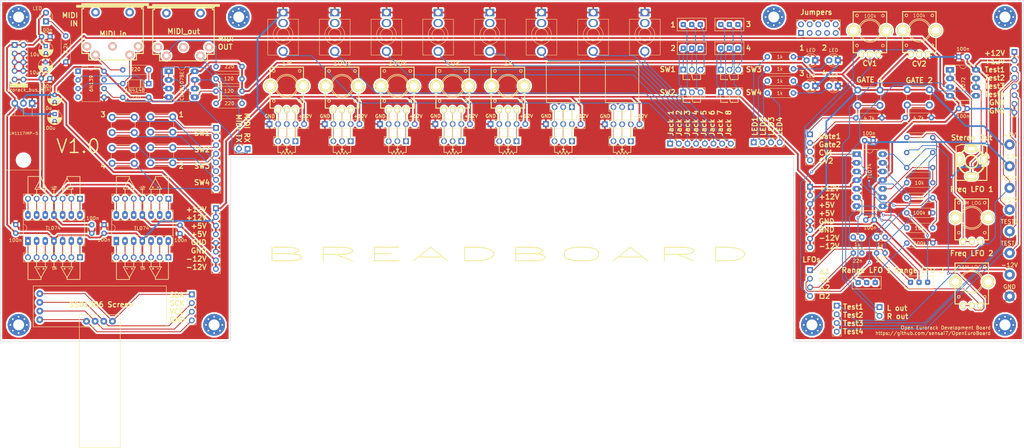
<source format=kicad_pcb>
(kicad_pcb (version 20171130) (host pcbnew "(5.0.2)-1")
  (layers (0 F.Cu signal) (31 B.Cu signal) (34 B.Paste user) (35 F.Paste user) (36 B.SilkS user) (37 F.SilkS user) (38 B.Mask user) (39 F.Mask user) (44 Edge.Cuts user))
  (net 0 "")
  (net 1 GND)
  (net 2 CV2)
  (net 3 +5V)
  (net 4 CV1)
  (net 5 "Net-(C12-Pad2)")
  (net 6 "Net-(R19-Pad1)")
  (net 7 "Net-(R18-Pad1)")
  (net 8 "Net-(C11-Pad2)")
  (net 9 "Net-(J21-Pad3)")
  (net 10 "Net-(J21-Pad4)")
  (net 11 "Net-(J21-Pad2)")
  (net 12 "Net-(J21-Pad1)")
  (net 13 "Net-(J21-Pad5)")
  (net 14 "Net-(D6-Pad2)")
  (net 15 "Net-(J17-Pad1)")
  (net 16 "Net-(J17-Pad2)")
  (net 17 "Net-(J17-Pad4)")
  (net 18 "Net-(J17-Pad3)")
  (net 19 "Net-(J11-Pad1)")
  (net 20 "Net-(J6-PadTN)")
  (net 21 "Net-(J13-PadTN)")
  (net 22 "Net-(J11-Pad6)")
  (net 23 "Net-(J11-Pad2)")
  (net 24 "Net-(J7-PadTN)")
  (net 25 "Net-(J9-PadTN)")
  (net 26 "Net-(J11-Pad3)")
  (net 27 "Net-(J10-PadT)")
  (net 28 "Net-(J10-PadTN)")
  (net 29 "Net-(J12-PadTN)")
  (net 30 "Net-(J11-Pad5)")
  (net 31 "Net-(J11-Pad8)")
  (net 32 "Net-(J15-PadTN)")
  (net 33 "Net-(J14-PadTN)")
  (net 34 "Net-(J11-Pad7)")
  (net 35 -12V)
  (net 36 +12V)
  (net 37 "Net-(R13-Pad1)")
  (net 38 GATE1)
  (net 39 GATE2)
  (net 40 "Net-(D1-Pad1)")
  (net 41 "Net-(D6-Pad1)")
  (net 42 "Net-(R21-Pad2)")
  (net 43 "Net-(R20-Pad2)")
  (net 44 SQR2)
  (net 45 SQR1)
  (net 46 "Net-(R15-Pad2)")
  (net 47 "Net-(R14-Pad2)")
  (net 48 TRI2)
  (net 49 TRI1)
  (net 50 MIDI_RX)
  (net 51 "Net-(R10-Pad2)")
  (net 52 "Net-(U5-Pad1)")
  (net 53 "Net-(U5-Pad7)")
  (net 54 "Net-(U5-Pad4)")
  (net 55 "Net-(D5-Pad2)")
  (net 56 "Net-(D4-Pad2)")
  (net 57 "Net-(D3-Pad2)")
  (net 58 "Net-(D2-Pad2)")
  (net 59 "Net-(J8-Pad8)")
  (net 60 "Net-(J8-Pad7)")
  (net 61 "Net-(J8-Pad6)")
  (net 62 "Net-(J8-Pad5)")
  (net 63 "Net-(J8-Pad4)")
  (net 64 "Net-(J8-Pad3)")
  (net 65 "Net-(J8-Pad2)")
  (net 66 "Net-(J8-Pad1)")
  (net 67 "Net-(J5-Pad1)")
  (net 68 "Net-(J5-Pad2)")
  (net 69 "Net-(J5-Pad3)")
  (net 70 "Net-(J5-Pad5)")
  (net 71 "Net-(J5-Pad6)")
  (net 72 "Net-(J5-Pad7)")
  (net 73 "Net-(J4-Pad7)")
  (net 74 "Net-(J4-Pad6)")
  (net 75 "Net-(J4-Pad5)")
  (net 76 "Net-(J4-Pad3)")
  (net 77 "Net-(J4-Pad2)")
  (net 78 "Net-(J4-Pad1)")
  (net 79 "Net-(J3-Pad1)")
  (net 80 "Net-(J3-Pad2)")
  (net 81 "Net-(J3-Pad3)")
  (net 82 "Net-(J3-Pad5)")
  (net 83 "Net-(J3-Pad6)")
  (net 84 "Net-(J3-Pad7)")
  (net 85 "Net-(J2-Pad7)")
  (net 86 "Net-(J2-Pad6)")
  (net 87 "Net-(J2-Pad5)")
  (net 88 "Net-(J2-Pad3)")
  (net 89 "Net-(J2-Pad2)")
  (net 90 "Net-(J2-Pad1)")
  (net 91 "Net-(J18-Pad1)")
  (net 92 "Net-(J18-Pad2)")
  (net 93 "Net-(J18-Pad3)")
  (net 94 "Net-(J20-Pad3)")
  (net 95 "Net-(J20-Pad2)")
  (net 96 "Net-(J20-Pad1)")
  (net 97 "Net-(J22-Pad1)")
  (net 98 "Net-(J22-Pad2)")
  (net 99 "Net-(J22-Pad3)")
  (net 100 "Net-(J19-Pad3)")
  (net 101 "Net-(J19-Pad2)")
  (net 102 "Net-(J19-Pad1)")
  (net 103 "Net-(C14-Pad2)")
  (net 104 "Net-(C13-Pad2)")
  (net 105 MIDI_TX)
  (net 106 "Net-(J23-Pad2)")
  (net 107 "Net-(J23-Pad3)")
  (net 108 "Net-(J23-Pad4)")
  (net 109 "Net-(J31-Pad2)")
  (net 110 "Net-(J31-Pad3)")
  (net 111 "Net-(J31-Pad4)")
  (net 112 "Net-(J35-Pad4)")
  (net 113 "Net-(J35-Pad3)")
  (net 114 "Net-(J35-Pad2)")
  (net 115 "Net-(J25-Pad2)")
  (net 116 "Net-(J25-Pad3)")
  (net 117 "Net-(J25-Pad4)")
  (net 118 "Net-(J33-Pad4)")
  (net 119 "Net-(J33-Pad3)")
  (net 120 "Net-(J33-Pad2)")
  (net 121 "Net-(J39-Pad2)")
  (net 122 "Net-(J39-Pad3)")
  (net 123 "Net-(J39-Pad4)")
  (net 124 "Net-(J42-Pad4)")
  (net 125 "Net-(J42-Pad3)")
  (net 126 "Net-(J42-Pad2)")
  (net 127 "Net-(J48-Pad1)")
  (net 128 "Net-(J47-Pad1)")
  (net 129 "Net-(J38-Pad1)")
  (net 130 "Net-(J37-Pad1)")
  (net 131 "Net-(J50-Pad1)")
  (net 132 "Net-(J51-Pad1)")
  (net 133 "Net-(J30-Pad1)")
  (net 134 "Net-(J49-Pad1)")
  (net 135 "Net-(J52-Pad1)")
  (net 136 "Net-(J52-Pad2)")
  (net 137 "Net-(J52-Pad3)")
  (net 138 "Net-(J52-Pad4)")
  (net 139 "Net-(J16-Pad2)")
  (net 140 "Net-(J16-Pad4)")
  (net 141 "Net-(J16-Pad3)")
  (net 142 "Net-(J16-Pad1)")
  (net 143 "Net-(J55-Pad1)")
  (net 144 "Net-(J55-Pad2)")
  (net 145 "Net-(J55-Pad3)")
  (net 146 "Net-(J55-Pad4)")
  (net 147 "Net-(J55-Pad5)")
  (net 148 "Net-(J55-Pad6)")
  (net 149 "Net-(J55-Pad7)")
  (net 150 "Net-(J55-Pad8)")
  (net 151 "Net-(J55-Pad9)")
  (net 152 "Net-(J55-Pad10)")
  (net 153 TEST1)
  (net 154 TEST2)
  (net 155 TEST3)
  (net 156 TEST4)
  (net 157 "Net-(J58-Pad1)")
  (net 158 "Net-(J58-Pad2)")
  (net 159 "Net-(J59-PadT)")
  (net 160 "Net-(J59-PadG)")
  (net 161 "Net-(J59-PadR)")
  (module Connector_Audio:Jack_3.5mm_QingPu_WQP-PJ398SM_Vertical_CircularHoles (layer F.Cu) (at 128.336987 3.5944)
    (fp_text reference J10 hide)
    (fp_text value "Jack 4")
    (pad T thru_hole circle (at 0 11.4 180) (size 2.7 2.7) (drill 1.8) (layers *.Cu *.Mask) (net 27 "Net-(J10-PadT)"))
    (pad S thru_hole rect (at 0 0 180) (size 2.6 2.15) (drill 1.6) (layers *.Cu *.Mask) (net 1 GND))
    (pad TN thru_hole oval (at 0 3.1 180) (size 2.8 2.35) (drill 1.8) (layers *.Cu *.Mask) (net 28 "Net-(J10-PadTN)"))
  )
  (module Connector_Audio:Jack_3.5mm_QingPu_WQP-PJ398SM_Vertical_CircularHoles (layer F.Cu) (at 158.631093 3.5944)
    (fp_text reference J13 hide)
    (fp_text value "Jack 6")
    (pad TN thru_hole oval (at 0 3.1 180) (size 2.8 2.35) (drill 1.8) (layers *.Cu *.Mask) (net 21 "Net-(J13-PadTN)"))
    (pad S thru_hole rect (at 0 0 180) (size 2.6 2.15) (drill 1.6) (layers *.Cu *.Mask) (net 1 GND))
    (pad T thru_hole circle (at 0 11.4 180) (size 2.7 2.7) (drill 1.8) (layers *.Cu *.Mask) (net 22 "Net-(J11-Pad6)"))
  )
  (module Connector_Audio:Jack_3.5mm_QingPu_WQP-PJ398SM_Vertical_CircularHoles (layer F.Cu) (at 173.778146 3.5944)
    (fp_text reference J14 hide)
    (fp_text value "Jack 7")
    (pad T thru_hole circle (at 0 11.4 180) (size 2.7 2.7) (drill 1.8) (layers *.Cu *.Mask) (net 34 "Net-(J11-Pad7)"))
    (pad S thru_hole rect (at 0 0 180) (size 2.6 2.15) (drill 1.6) (layers *.Cu *.Mask) (net 1 GND))
    (pad TN thru_hole oval (at 0 3.1 180) (size 2.8 2.35) (drill 1.8) (layers *.Cu *.Mask) (net 33 "Net-(J14-PadTN)"))
  )
  (module Connector_Audio:Jack_3.5mm_QingPu_WQP-PJ398SM_Vertical_CircularHoles (layer F.Cu) (at 143.48404 3.5944)
    (fp_text reference J12 hide)
    (fp_text value "Jack 5")
    (pad TN thru_hole oval (at 0 3.1 180) (size 2.8 2.35) (drill 1.8) (layers *.Cu *.Mask) (net 29 "Net-(J12-PadTN)"))
    (pad S thru_hole rect (at 0 0 180) (size 2.6 2.15) (drill 1.6) (layers *.Cu *.Mask) (net 1 GND))
    (pad T thru_hole circle (at 0 11.4 180) (size 2.7 2.7) (drill 1.8) (layers *.Cu *.Mask) (net 30 "Net-(J11-Pad5)"))
  )
  (module Connector_Audio:Jack_3.5mm_QingPu_WQP-PJ398SM_Vertical_CircularHoles (layer F.Cu) (at 113.189934 3.5944)
    (fp_text reference J9 hide)
    (fp_text value "Jack 3")
    (pad T thru_hole circle (at 0 11.4 180) (size 2.7 2.7) (drill 1.8) (layers *.Cu *.Mask) (net 26 "Net-(J11-Pad3)"))
    (pad S thru_hole rect (at 0 0 180) (size 2.6 2.15) (drill 1.6) (layers *.Cu *.Mask) (net 1 GND))
    (pad TN thru_hole oval (at 0 3.1 180) (size 2.8 2.35) (drill 1.8) (layers *.Cu *.Mask) (net 25 "Net-(J9-PadTN)"))
  )
  (module Connector_Audio:Jack_3.5mm_QingPu_WQP-PJ398SM_Vertical_CircularHoles (layer F.Cu) (at 82.895828 3.5944)
    (fp_text reference J6 hide)
    (fp_text value "Jack 1")
    (pad TN thru_hole oval (at 0 3.1 180) (size 2.8 2.35) (drill 1.8) (layers *.Cu *.Mask) (net 20 "Net-(J6-PadTN)"))
    (pad S thru_hole rect (at 0 0 180) (size 2.6 2.15) (drill 1.6) (layers *.Cu *.Mask) (net 1 GND))
    (pad T thru_hole circle (at 0 11.4 180) (size 2.7 2.7) (drill 1.8) (layers *.Cu *.Mask) (net 19 "Net-(J11-Pad1)"))
  )
  (module Connector_Audio:Jack_3.5mm_QingPu_WQP-PJ398SM_Vertical_CircularHoles (layer F.Cu) (at 98.042881 3.5944)
    (fp_text reference J7 hide)
    (fp_text value "Jack 2")
    (pad T thru_hole circle (at 0 11.4 180) (size 2.7 2.7) (drill 1.8) (layers *.Cu *.Mask) (net 23 "Net-(J11-Pad2)"))
    (pad S thru_hole rect (at 0 0 180) (size 2.6 2.15) (drill 1.6) (layers *.Cu *.Mask) (net 1 GND))
    (pad TN thru_hole oval (at 0 3.1 180) (size 2.8 2.35) (drill 1.8) (layers *.Cu *.Mask) (net 24 "Net-(J7-PadTN)"))
  )
  (module Connector_Audio:Jack_3.5mm_QingPu_WQP-PJ398SM_Vertical_CircularHoles (layer F.Cu) (at 188.9252 3.5944)
    (fp_text reference J15 hide)
    (fp_text value "Jack 8")
    (pad TN thru_hole oval (at 0 3.1 180) (size 2.8 2.35) (drill 1.8) (layers *.Cu *.Mask) (net 32 "Net-(J15-PadTN)"))
    (pad S thru_hole rect (at 0 0 180) (size 2.6 2.15) (drill 1.6) (layers *.Cu *.Mask) (net 1 GND))
    (pad T thru_hole circle (at 0 11.4 180) (size 2.7 2.7) (drill 1.8) (layers *.Cu *.Mask) (net 31 "Net-(J11-Pad8)"))
  )
  (module TestPoint:TestPoint_THTPad_D3.0mm_Drill1.5mm (layer F.Cu) (at 295.8484 74.14352)
    (fp_text reference TP6 hide)
    (fp_text value TestPoint)
    (pad 1 thru_hole circle (at 0 0) (size 3 3) (drill 1.5) (layers *.Cu *.Mask) (net 156 TEST4))
  )
  (module TestPoint:TestPoint_THTPad_D3.0mm_Drill1.5mm (layer F.Cu) (at 295.8484 61.41904)
    (fp_text reference TP7 hide)
    (fp_text value TestPoint)
    (pad 1 thru_hole circle (at 0 0) (size 3 3) (drill 1.5) (layers *.Cu *.Mask) (net 154 TEST2))
  )
  (module TestPoint:TestPoint_THTPad_D3.0mm_Drill1.5mm (layer F.Cu) (at 295.8484 80.50576)
    (fp_text reference TP5 hide)
    (fp_text value TestPoint)
    (pad 1 thru_hole circle (at 0 0) (size 3 3) (drill 1.5) (layers *.Cu *.Mask) (net 35 -12V))
  )
  (module TestPoint:TestPoint_THTPad_D3.0mm_Drill1.5mm (layer F.Cu) (at 295.8484 55.0568)
    (fp_text reference TP3 hide)
    (fp_text value TestPoint)
    (pad 1 thru_hole circle (at 0 0) (size 3 3) (drill 1.5) (layers *.Cu *.Mask) (net 153 TEST1))
  )
  (module TestPoint:TestPoint_THTPad_D3.0mm_Drill1.5mm (layer F.Cu) (at 295.8484 42.33232)
    (fp_text reference TP1 hide)
    (fp_text value TestPoint)
    (pad 1 thru_hole circle (at 0 0) (size 3 3) (drill 1.5) (layers *.Cu *.Mask) (net 3 +5V))
  )
  (module TestPoint:TestPoint_THTPad_D3.0mm_Drill1.5mm (layer F.Cu) (at 295.8484 48.69456)
    (fp_text reference TP4 hide)
    (fp_text value TestPoint)
    (pad 1 thru_hole circle (at 0 0) (size 3 3) (drill 1.5) (layers *.Cu *.Mask) (net 36 +12V))
  )
  (module TestPoint:TestPoint_THTPad_D3.0mm_Drill1.5mm (layer F.Cu) (at 295.8484 67.78128)
    (fp_text reference TP2 hide)
    (fp_text value TestPoint)
    (pad 1 thru_hole circle (at 0 0) (size 3 3) (drill 1.5) (layers *.Cu *.Mask) (net 155 TEST3))
  )
  (module TestPoint:TestPoint_THTPad_D3.0mm_Drill1.5mm (layer F.Cu) (at 295.8484 86.868)
    (fp_text reference TP8 hide)
    (fp_text value TestPoint)
    (pad 1 thru_hole circle (at 0 0) (size 3 3) (drill 1.5) (layers *.Cu *.Mask) (net 1 GND))
  )
  (module Package_DIP:DIP-8_W7.62mm_Socket_LongPads (layer F.Cu) (at 278.3632 20.4062)
    (fp_text reference U7 hide)
    (fp_text value TL072 (at 3.9324 4.3334 90) (layer F.SilkS))
    (pad 1 thru_hole rect (at 0 0) (size 2.4 1.6) (drill 0.8) (layers *.Cu *.Mask) (net 161 "Net-(J59-PadR)"))
    (pad 5 thru_hole oval (at 7.62 7.62) (size 2.4 1.6) (drill 0.8) (layers *.Cu *.Mask) (net 157 "Net-(J58-Pad1)"))
    (pad 2 thru_hole oval (at 0 2.54) (size 2.4 1.6) (drill 0.8) (layers *.Cu *.Mask) (net 161 "Net-(J59-PadR)"))
    (pad 6 thru_hole oval (at 7.62 5.08) (size 2.4 1.6) (drill 0.8) (layers *.Cu *.Mask) (net 159 "Net-(J59-PadT)"))
    (pad 3 thru_hole oval (at 0 5.08) (size 2.4 1.6) (drill 0.8) (layers *.Cu *.Mask) (net 158 "Net-(J58-Pad2)"))
    (pad 7 thru_hole oval (at 7.62 2.54) (size 2.4 1.6) (drill 0.8) (layers *.Cu *.Mask) (net 159 "Net-(J59-PadT)"))
    (pad 4 thru_hole oval (at 0 7.62) (size 2.4 1.6) (drill 0.8) (layers *.Cu *.Mask) (net 35 -12V))
    (pad 8 thru_hole oval (at 7.62 0) (size 2.4 1.6) (drill 0.8) (layers *.Cu *.Mask) (net 36 +12V))
  )
  (module Capacitor_THT:C_Disc_D3.4mm_W2.1mm_P2.50mm (layer F.Cu) (at 283.4132 31.8008 180)
    (fp_text reference C18 hide)
    (fp_text value 100n (at 1.25 -2.2352 180) (layer F.SilkS))
    (pad 2 thru_hole circle (at 2.5 0 180) (size 1.6 1.6) (drill 0.8) (layers *.Cu *.Mask) (net 35 -12V))
    (pad 1 thru_hole circle (at 0 0 180) (size 1.6 1.6) (drill 0.8) (layers *.Cu *.Mask) (net 1 GND))
  )
  (module Capacitor_THT:C_Disc_D3.4mm_W2.1mm_P2.50mm (layer F.Cu) (at 283.4132 16.6116 180)
    (fp_text reference C17 hide)
    (fp_text value 100n (at 1.25 2.3 180) (layer F.SilkS))
    (pad 1 thru_hole circle (at 0 0 180) (size 1.6 1.6) (drill 0.8) (layers *.Cu *.Mask) (net 36 +12V))
    (pad 2 thru_hole circle (at 2.5 0 180) (size 1.6 1.6) (drill 0.8) (layers *.Cu *.Mask) (net 1 GND))
  )
  (module "SensaiLib:Jack Stereo vertical Thonk" (layer F.Cu) (at 284.662881 47.3456)
    (fp_text reference J59 hide)
    (fp_text value AudioJack3_Ground)
    (pad S thru_hole oval (at 3.6957 -0.5969) (size 2.19964 3.49758) (drill oval 0.99568 2.1971) (layers *.Cu *.Mask F.SilkS) (net 1 GND))
    (pad T thru_hole oval (at 0 4.29768) (size 3.49758 2.19964) (drill oval 2.19964 0.99822) (layers *.Cu *.Mask F.SilkS) (net 159 "Net-(J59-PadT)"))
    (pad G thru_hole oval (at -3.49758 -0.5969) (size 2.19964 3.49758) (drill oval 0.99568 2.1971) (layers *.Cu *.Mask F.SilkS) (net 160 "Net-(J59-PadG)"))
    (pad R thru_hole oval (at 0 -3.7973) (size 3.49758 2.19964) (drill oval 2.19964 0.99822) (layers *.Cu *.Mask F.SilkS) (net 161 "Net-(J59-PadR)"))
  )
  (module Connector_PinHeader_2.54mm:PinHeader_1x02_P2.54mm_Vertical (layer F.Cu) (at 257.7084 90.0684)
    (fp_text reference J58 hide)
    (fp_text value Conn_01x02)
    (pad 1 thru_hole rect (at 0 0) (size 1.7 1.7) (drill 1) (layers *.Cu *.Mask) (net 157 "Net-(J58-Pad1)"))
    (pad 2 thru_hole oval (at 0 2.54) (size 1.7 1.7) (drill 1) (layers *.Cu *.Mask) (net 158 "Net-(J58-Pad2)"))
  )
  (module Connector_PinHeader_2.54mm:PinHeader_1x04_P2.54mm_Vertical (layer F.Cu) (at 245.1608 89.6112)
    (fp_text reference J56 hide)
    (fp_text value Conn_01x04)
    (pad 1 thru_hole rect (at 0 0) (size 1.7 1.7) (drill 1) (layers *.Cu *.Mask) (net 153 TEST1))
    (pad 2 thru_hole oval (at 0 2.54) (size 1.7 1.7) (drill 1) (layers *.Cu *.Mask) (net 154 TEST2))
    (pad 3 thru_hole oval (at 0 5.08) (size 1.7 1.7) (drill 1) (layers *.Cu *.Mask) (net 155 TEST3))
    (pad 4 thru_hole oval (at 0 7.62) (size 1.7 1.7) (drill 1) (layers *.Cu *.Mask) (net 156 TEST4))
  )
  (module Connector_PinHeader_2.54mm:PinHeader_1x08_P2.54mm_Vertical (layer F.Cu) (at 297.2308 15.1384)
    (fp_text reference J57 hide)
    (fp_text value Conn_01x08)
    (pad 1 thru_hole rect (at 0 0) (size 1.7 1.7) (drill 1) (layers *.Cu *.Mask) (net 36 +12V))
    (pad 2 thru_hole oval (at 0 2.54) (size 1.7 1.7) (drill 1) (layers *.Cu *.Mask) (net 36 +12V))
    (pad 3 thru_hole oval (at 0 5.08) (size 1.7 1.7) (drill 1) (layers *.Cu *.Mask) (net 153 TEST1))
    (pad 4 thru_hole oval (at 0 7.62) (size 1.7 1.7) (drill 1) (layers *.Cu *.Mask) (net 154 TEST2))
    (pad 5 thru_hole oval (at 0 10.16) (size 1.7 1.7) (drill 1) (layers *.Cu *.Mask) (net 155 TEST3))
    (pad 6 thru_hole oval (at 0 12.7) (size 1.7 1.7) (drill 1) (layers *.Cu *.Mask) (net 156 TEST4))
    (pad 7 thru_hole oval (at 0 15.24) (size 1.7 1.7) (drill 1) (layers *.Cu *.Mask) (net 1 GND))
    (pad 8 thru_hole oval (at 0 17.78) (size 1.7 1.7) (drill 1) (layers *.Cu *.Mask) (net 1 GND))
  )
  (module Connector_PinHeader_2.54mm:PinHeader_2x05_P2.54mm_Vertical (layer F.Cu) (at 234.701 9.6012 90)
    (fp_text reference J55 hide)
    (fp_text value Jumpers (at 6.096 4.4704 180) (layer F.SilkS) (effects (font (size 1.5 1.5) (thickness 0.3))))
    (pad 1 thru_hole rect (at 0 0 90) (size 1.7 1.7) (drill 1) (layers *.Cu *.Mask) (net 143 "Net-(J55-Pad1)"))
    (pad 2 thru_hole oval (at 2.54 0 90) (size 1.7 1.7) (drill 1) (layers *.Cu *.Mask) (net 144 "Net-(J55-Pad2)"))
    (pad 3 thru_hole oval (at 0 2.54 90) (size 1.7 1.7) (drill 1) (layers *.Cu *.Mask) (net 145 "Net-(J55-Pad3)"))
    (pad 4 thru_hole oval (at 2.54 2.54 90) (size 1.7 1.7) (drill 1) (layers *.Cu *.Mask) (net 146 "Net-(J55-Pad4)"))
    (pad 5 thru_hole oval (at 0 5.08 90) (size 1.7 1.7) (drill 1) (layers *.Cu *.Mask) (net 147 "Net-(J55-Pad5)"))
    (pad 6 thru_hole oval (at 2.54 5.08 90) (size 1.7 1.7) (drill 1) (layers *.Cu *.Mask) (net 148 "Net-(J55-Pad6)"))
    (pad 7 thru_hole oval (at 0 7.62 90) (size 1.7 1.7) (drill 1) (layers *.Cu *.Mask) (net 149 "Net-(J55-Pad7)"))
    (pad 8 thru_hole oval (at 2.54 7.62 90) (size 1.7 1.7) (drill 1) (layers *.Cu *.Mask) (net 150 "Net-(J55-Pad8)"))
    (pad 9 thru_hole oval (at 0 10.16 90) (size 1.7 1.7) (drill 1) (layers *.Cu *.Mask) (net 151 "Net-(J55-Pad9)"))
    (pad 10 thru_hole oval (at 2.54 10.16 90) (size 1.7 1.7) (drill 1) (layers *.Cu *.Mask) (net 152 "Net-(J55-Pad10)"))
  )
  (module "SensaiLib:0.91 inches 128x32 Screen" (layer F.Cu) (at 32.8914 94.1832 270)
    (fp_text reference J54 hide)
    (fp_text value Conn_01x04)
    (pad 1 thru_hole circle (at 0 0 270) (size 2 2) (drill 0.9) (layers *.Cu *.Mask) (net 135 "Net-(J52-Pad1)"))
    (pad 2 thru_hole circle (at 0 2.54 270) (size 2 2) (drill 0.9) (layers *.Cu *.Mask) (net 136 "Net-(J52-Pad2)"))
    (pad 3 thru_hole circle (at 0 5.08 270) (size 2 2) (drill 0.9) (layers *.Cu *.Mask) (net 137 "Net-(J52-Pad3)"))
    (pad 4 thru_hole circle (at 0 7.62 270) (size 2 2) (drill 0.9) (layers *.Cu *.Mask) (net 138 "Net-(J52-Pad4)"))
  )
  (module Connector_PinHeader_2.54mm:PinHeader_1x04_P2.54mm_Vertical (layer F.Cu) (at 56.134 86.3092)
    (fp_text reference J53 hide)
    (fp_text value Conn_01x04)
    (pad 1 thru_hole rect (at 0 0) (size 1.7 1.7) (drill 1) (layers *.Cu *.Mask) (net 135 "Net-(J52-Pad1)"))
    (pad 2 thru_hole oval (at 0 2.54) (size 1.7 1.7) (drill 1) (layers *.Cu *.Mask) (net 136 "Net-(J52-Pad2)"))
    (pad 3 thru_hole oval (at 0 5.08) (size 1.7 1.7) (drill 1) (layers *.Cu *.Mask) (net 137 "Net-(J52-Pad3)"))
    (pad 4 thru_hole oval (at 0 7.62) (size 1.7 1.7) (drill 1) (layers *.Cu *.Mask) (net 138 "Net-(J52-Pad4)"))
  )
  (module "SensaiLib:0.91 inches 128x32 Screen" (layer F.Cu) (at 11.5824 86.106)
    (fp_text reference J52 hide)
    (fp_text value Conn_01x04)
    (pad 1 thru_hole circle (at 0 0) (size 2 2) (drill 0.9) (layers *.Cu *.Mask) (net 135 "Net-(J52-Pad1)"))
    (pad 2 thru_hole circle (at 0 2.54) (size 2 2) (drill 0.9) (layers *.Cu *.Mask) (net 136 "Net-(J52-Pad2)"))
    (pad 3 thru_hole circle (at 0 5.08) (size 2 2) (drill 0.9) (layers *.Cu *.Mask) (net 137 "Net-(J52-Pad3)"))
    (pad 4 thru_hole circle (at 0 7.62) (size 2 2) (drill 0.9) (layers *.Cu *.Mask) (net 138 "Net-(J52-Pad4)"))
  )
  (module MountingHole:MountingHole_3.2mm_M3_Pad_Via (layer F.Cu) (at 69.9008 4.9276)
    (fp_text reference J49 hide)
    (fp_text value Screw_Terminal_01x01)
    (pad 1 thru_hole circle (at 1.697056 -1.697056) (size 0.8 0.8) (drill 0.5) (layers *.Cu *.Mask) (net 134 "Net-(J49-Pad1)"))
    (pad 1 thru_hole circle (at 0 -2.4) (size 0.8 0.8) (drill 0.5) (layers *.Cu *.Mask) (net 134 "Net-(J49-Pad1)"))
    (pad 1 thru_hole circle (at -1.697056 -1.697056) (size 0.8 0.8) (drill 0.5) (layers *.Cu *.Mask) (net 134 "Net-(J49-Pad1)"))
    (pad 1 thru_hole circle (at -2.4 0) (size 0.8 0.8) (drill 0.5) (layers *.Cu *.Mask) (net 134 "Net-(J49-Pad1)"))
    (pad 1 thru_hole circle (at -1.697056 1.697056) (size 0.8 0.8) (drill 0.5) (layers *.Cu *.Mask) (net 134 "Net-(J49-Pad1)"))
    (pad 1 thru_hole circle (at 0 2.4) (size 0.8 0.8) (drill 0.5) (layers *.Cu *.Mask) (net 134 "Net-(J49-Pad1)"))
    (pad 1 thru_hole circle (at 1.697056 1.697056) (size 0.8 0.8) (drill 0.5) (layers *.Cu *.Mask) (net 134 "Net-(J49-Pad1)"))
    (pad 1 thru_hole circle (at 2.4 0) (size 0.8 0.8) (drill 0.5) (layers *.Cu *.Mask) (net 134 "Net-(J49-Pad1)"))
    (pad 1 thru_hole circle (at 0 0) (size 6.4 6.4) (drill 3.2) (layers *.Cu *.Mask) (net 134 "Net-(J49-Pad1)"))
  )
  (module MountingHole:MountingHole_3.2mm_M3_Pad_Via (layer F.Cu) (at 62.6872 95.25)
    (fp_text reference J30 hide)
    (fp_text value Screw_Terminal_01x01)
    (pad 1 thru_hole circle (at 0 0) (size 6.4 6.4) (drill 3.2) (layers *.Cu *.Mask) (net 133 "Net-(J30-Pad1)"))
    (pad 1 thru_hole circle (at 2.4 0) (size 0.8 0.8) (drill 0.5) (layers *.Cu *.Mask) (net 133 "Net-(J30-Pad1)"))
    (pad 1 thru_hole circle (at 1.697056 1.697056) (size 0.8 0.8) (drill 0.5) (layers *.Cu *.Mask) (net 133 "Net-(J30-Pad1)"))
    (pad 1 thru_hole circle (at 0 2.4) (size 0.8 0.8) (drill 0.5) (layers *.Cu *.Mask) (net 133 "Net-(J30-Pad1)"))
    (pad 1 thru_hole circle (at -1.697056 1.697056) (size 0.8 0.8) (drill 0.5) (layers *.Cu *.Mask) (net 133 "Net-(J30-Pad1)"))
    (pad 1 thru_hole circle (at -2.4 0) (size 0.8 0.8) (drill 0.5) (layers *.Cu *.Mask) (net 133 "Net-(J30-Pad1)"))
    (pad 1 thru_hole circle (at -1.697056 -1.697056) (size 0.8 0.8) (drill 0.5) (layers *.Cu *.Mask) (net 133 "Net-(J30-Pad1)"))
    (pad 1 thru_hole circle (at 0 -2.4) (size 0.8 0.8) (drill 0.5) (layers *.Cu *.Mask) (net 133 "Net-(J30-Pad1)"))
    (pad 1 thru_hole circle (at 1.697056 -1.697056) (size 0.8 0.8) (drill 0.5) (layers *.Cu *.Mask) (net 133 "Net-(J30-Pad1)"))
  )
  (module MountingHole:MountingHole_3.2mm_M3_Pad_Via (layer F.Cu) (at 294.4876 4.9276)
    (fp_text reference J51 hide)
    (fp_text value Screw_Terminal_01x01)
    (pad 1 thru_hole circle (at 1.697056 -1.697056) (size 0.8 0.8) (drill 0.5) (layers *.Cu *.Mask) (net 132 "Net-(J51-Pad1)"))
    (pad 1 thru_hole circle (at 0 -2.4) (size 0.8 0.8) (drill 0.5) (layers *.Cu *.Mask) (net 132 "Net-(J51-Pad1)"))
    (pad 1 thru_hole circle (at -1.697056 -1.697056) (size 0.8 0.8) (drill 0.5) (layers *.Cu *.Mask) (net 132 "Net-(J51-Pad1)"))
    (pad 1 thru_hole circle (at -2.4 0) (size 0.8 0.8) (drill 0.5) (layers *.Cu *.Mask) (net 132 "Net-(J51-Pad1)"))
    (pad 1 thru_hole circle (at -1.697056 1.697056) (size 0.8 0.8) (drill 0.5) (layers *.Cu *.Mask) (net 132 "Net-(J51-Pad1)"))
    (pad 1 thru_hole circle (at 0 2.4) (size 0.8 0.8) (drill 0.5) (layers *.Cu *.Mask) (net 132 "Net-(J51-Pad1)"))
    (pad 1 thru_hole circle (at 1.697056 1.697056) (size 0.8 0.8) (drill 0.5) (layers *.Cu *.Mask) (net 132 "Net-(J51-Pad1)"))
    (pad 1 thru_hole circle (at 2.4 0) (size 0.8 0.8) (drill 0.5) (layers *.Cu *.Mask) (net 132 "Net-(J51-Pad1)"))
    (pad 1 thru_hole circle (at 0 0) (size 6.4 6.4) (drill 3.2) (layers *.Cu *.Mask) (net 132 "Net-(J51-Pad1)"))
  )
  (module MountingHole:MountingHole_3.2mm_M3_Pad_Via (layer F.Cu) (at 5.3848 4.9276)
    (fp_text reference J50 hide)
    (fp_text value Screw_Terminal_01x01)
    (pad 1 thru_hole circle (at 0 0) (size 6.4 6.4) (drill 3.2) (layers *.Cu *.Mask) (net 131 "Net-(J50-Pad1)"))
    (pad 1 thru_hole circle (at 2.4 0) (size 0.8 0.8) (drill 0.5) (layers *.Cu *.Mask) (net 131 "Net-(J50-Pad1)"))
    (pad 1 thru_hole circle (at 1.697056 1.697056) (size 0.8 0.8) (drill 0.5) (layers *.Cu *.Mask) (net 131 "Net-(J50-Pad1)"))
    (pad 1 thru_hole circle (at 0 2.4) (size 0.8 0.8) (drill 0.5) (layers *.Cu *.Mask) (net 131 "Net-(J50-Pad1)"))
    (pad 1 thru_hole circle (at -1.697056 1.697056) (size 0.8 0.8) (drill 0.5) (layers *.Cu *.Mask) (net 131 "Net-(J50-Pad1)"))
    (pad 1 thru_hole circle (at -2.4 0) (size 0.8 0.8) (drill 0.5) (layers *.Cu *.Mask) (net 131 "Net-(J50-Pad1)"))
    (pad 1 thru_hole circle (at -1.697056 -1.697056) (size 0.8 0.8) (drill 0.5) (layers *.Cu *.Mask) (net 131 "Net-(J50-Pad1)"))
    (pad 1 thru_hole circle (at 0 -2.4) (size 0.8 0.8) (drill 0.5) (layers *.Cu *.Mask) (net 131 "Net-(J50-Pad1)"))
    (pad 1 thru_hole circle (at 1.697056 -1.697056) (size 0.8 0.8) (drill 0.5) (layers *.Cu *.Mask) (net 131 "Net-(J50-Pad1)"))
  )
  (module MountingHole:MountingHole_3.2mm_M3_Pad_Via (layer F.Cu) (at 294.4876 95.25)
    (fp_text reference J37 hide)
    (fp_text value Screw_Terminal_01x01)
    (pad 1 thru_hole circle (at 1.697056 -1.697056) (size 0.8 0.8) (drill 0.5) (layers *.Cu *.Mask) (net 130 "Net-(J37-Pad1)"))
    (pad 1 thru_hole circle (at 0 -2.4) (size 0.8 0.8) (drill 0.5) (layers *.Cu *.Mask) (net 130 "Net-(J37-Pad1)"))
    (pad 1 thru_hole circle (at -1.697056 -1.697056) (size 0.8 0.8) (drill 0.5) (layers *.Cu *.Mask) (net 130 "Net-(J37-Pad1)"))
    (pad 1 thru_hole circle (at -2.4 0) (size 0.8 0.8) (drill 0.5) (layers *.Cu *.Mask) (net 130 "Net-(J37-Pad1)"))
    (pad 1 thru_hole circle (at -1.697056 1.697056) (size 0.8 0.8) (drill 0.5) (layers *.Cu *.Mask) (net 130 "Net-(J37-Pad1)"))
    (pad 1 thru_hole circle (at 0 2.4) (size 0.8 0.8) (drill 0.5) (layers *.Cu *.Mask) (net 130 "Net-(J37-Pad1)"))
    (pad 1 thru_hole circle (at 1.697056 1.697056) (size 0.8 0.8) (drill 0.5) (layers *.Cu *.Mask) (net 130 "Net-(J37-Pad1)"))
    (pad 1 thru_hole circle (at 2.4 0) (size 0.8 0.8) (drill 0.5) (layers *.Cu *.Mask) (net 130 "Net-(J37-Pad1)"))
    (pad 1 thru_hole circle (at 0 0) (size 6.4 6.4) (drill 3.2) (layers *.Cu *.Mask) (net 130 "Net-(J37-Pad1)"))
  )
  (module MountingHole:MountingHole_3.2mm_M3_Pad_Via (layer F.Cu) (at 226.7204 4.9276)
    (fp_text reference J38 hide)
    (fp_text value Screw_Terminal_01x01)
    (pad 1 thru_hole circle (at 0 0) (size 6.4 6.4) (drill 3.2) (layers *.Cu *.Mask) (net 129 "Net-(J38-Pad1)"))
    (pad 1 thru_hole circle (at 2.4 0) (size 0.8 0.8) (drill 0.5) (layers *.Cu *.Mask) (net 129 "Net-(J38-Pad1)"))
    (pad 1 thru_hole circle (at 1.697056 1.697056) (size 0.8 0.8) (drill 0.5) (layers *.Cu *.Mask) (net 129 "Net-(J38-Pad1)"))
    (pad 1 thru_hole circle (at 0 2.4) (size 0.8 0.8) (drill 0.5) (layers *.Cu *.Mask) (net 129 "Net-(J38-Pad1)"))
    (pad 1 thru_hole circle (at -1.697056 1.697056) (size 0.8 0.8) (drill 0.5) (layers *.Cu *.Mask) (net 129 "Net-(J38-Pad1)"))
    (pad 1 thru_hole circle (at -2.4 0) (size 0.8 0.8) (drill 0.5) (layers *.Cu *.Mask) (net 129 "Net-(J38-Pad1)"))
    (pad 1 thru_hole circle (at -1.697056 -1.697056) (size 0.8 0.8) (drill 0.5) (layers *.Cu *.Mask) (net 129 "Net-(J38-Pad1)"))
    (pad 1 thru_hole circle (at 0 -2.4) (size 0.8 0.8) (drill 0.5) (layers *.Cu *.Mask) (net 129 "Net-(J38-Pad1)"))
    (pad 1 thru_hole circle (at 1.697056 -1.697056) (size 0.8 0.8) (drill 0.5) (layers *.Cu *.Mask) (net 129 "Net-(J38-Pad1)"))
  )
  (module MountingHole:MountingHole_3.2mm_M3_Pad_Via (layer F.Cu) (at 237.8964 95.25)
    (fp_text reference J47 hide)
    (fp_text value Screw_Terminal_01x01)
    (pad 1 thru_hole circle (at 1.697056 -1.697056) (size 0.8 0.8) (drill 0.5) (layers *.Cu *.Mask) (net 128 "Net-(J47-Pad1)"))
    (pad 1 thru_hole circle (at 0 -2.4) (size 0.8 0.8) (drill 0.5) (layers *.Cu *.Mask) (net 128 "Net-(J47-Pad1)"))
    (pad 1 thru_hole circle (at -1.697056 -1.697056) (size 0.8 0.8) (drill 0.5) (layers *.Cu *.Mask) (net 128 "Net-(J47-Pad1)"))
    (pad 1 thru_hole circle (at -2.4 0) (size 0.8 0.8) (drill 0.5) (layers *.Cu *.Mask) (net 128 "Net-(J47-Pad1)"))
    (pad 1 thru_hole circle (at -1.697056 1.697056) (size 0.8 0.8) (drill 0.5) (layers *.Cu *.Mask) (net 128 "Net-(J47-Pad1)"))
    (pad 1 thru_hole circle (at 0 2.4) (size 0.8 0.8) (drill 0.5) (layers *.Cu *.Mask) (net 128 "Net-(J47-Pad1)"))
    (pad 1 thru_hole circle (at 1.697056 1.697056) (size 0.8 0.8) (drill 0.5) (layers *.Cu *.Mask) (net 128 "Net-(J47-Pad1)"))
    (pad 1 thru_hole circle (at 2.4 0) (size 0.8 0.8) (drill 0.5) (layers *.Cu *.Mask) (net 128 "Net-(J47-Pad1)"))
    (pad 1 thru_hole circle (at 0 0) (size 6.4 6.4) (drill 3.2) (layers *.Cu *.Mask) (net 128 "Net-(J47-Pad1)"))
  )
  (module MountingHole:MountingHole_3.2mm_M3_Pad_Via (layer F.Cu) (at 5.3848 95.25)
    (fp_text reference J48 hide)
    (fp_text value Screw_Terminal_01x01)
    (pad 1 thru_hole circle (at 0 0) (size 6.4 6.4) (drill 3.2) (layers *.Cu *.Mask) (net 127 "Net-(J48-Pad1)"))
    (pad 1 thru_hole circle (at 2.4 0) (size 0.8 0.8) (drill 0.5) (layers *.Cu *.Mask) (net 127 "Net-(J48-Pad1)"))
    (pad 1 thru_hole circle (at 1.697056 1.697056) (size 0.8 0.8) (drill 0.5) (layers *.Cu *.Mask) (net 127 "Net-(J48-Pad1)"))
    (pad 1 thru_hole circle (at 0 2.4) (size 0.8 0.8) (drill 0.5) (layers *.Cu *.Mask) (net 127 "Net-(J48-Pad1)"))
    (pad 1 thru_hole circle (at -1.697056 1.697056) (size 0.8 0.8) (drill 0.5) (layers *.Cu *.Mask) (net 127 "Net-(J48-Pad1)"))
    (pad 1 thru_hole circle (at -2.4 0) (size 0.8 0.8) (drill 0.5) (layers *.Cu *.Mask) (net 127 "Net-(J48-Pad1)"))
    (pad 1 thru_hole circle (at -1.697056 -1.697056) (size 0.8 0.8) (drill 0.5) (layers *.Cu *.Mask) (net 127 "Net-(J48-Pad1)"))
    (pad 1 thru_hole circle (at 0 -2.4) (size 0.8 0.8) (drill 0.5) (layers *.Cu *.Mask) (net 127 "Net-(J48-Pad1)"))
    (pad 1 thru_hole circle (at 1.697056 -1.697056) (size 0.8 0.8) (drill 0.5) (layers *.Cu *.Mask) (net 127 "Net-(J48-Pad1)"))
  )
  (module Connector_PinHeader_2.54mm:PinHeader_1x04_P2.54mm_Vertical (layer F.Cu) (at 237.3376 79.1464)
    (fp_text reference J29 hide)
    (fp_text value Conn_01x04)
    (pad 1 thru_hole rect (at 0 0) (size 1.7 1.7) (drill 1) (layers *.Cu *.Mask) (net 49 TRI1))
    (pad 2 thru_hole oval (at 0 2.54) (size 1.7 1.7) (drill 1) (layers *.Cu *.Mask) (net 45 SQR1))
    (pad 3 thru_hole oval (at 0 5.08) (size 1.7 1.7) (drill 1) (layers *.Cu *.Mask) (net 48 TRI2))
    (pad 4 thru_hole oval (at 0 7.62) (size 1.7 1.7) (drill 1) (layers *.Cu *.Mask) (net 44 SQR2))
  )
  (module SensaiLib:SPDT_8.5x3.7mm_SS12d00G4 (layer F.Cu) (at 253.9492 82.8548)
    (fp_text reference SW12 hide)
    (fp_text value SW_SPDT)
    (pad 1 thru_hole roundrect (at -2.5 0) (size 1.524 1.524) (drill 0.6) (layers *.Cu *.Mask) (net 48 TRI2))
    (pad 2 thru_hole roundrect (at 0 0) (size 1.524 1.524) (drill 0.6) (layers *.Cu *.Mask) (net 103 "Net-(C14-Pad2)"))
    (pad 3 thru_hole roundrect (at 2.5 0) (size 1.524 1.524) (drill 0.6) (layers *.Cu *.Mask) (net 42 "Net-(R21-Pad2)"))
  )
  (module Capacitor_THT:C_Disc_D3.4mm_W2.1mm_P2.50mm (layer F.Cu) (at 252.5268 69.4944 180)
    (fp_text reference C14 hide)
    (fp_text value 1u (at 1.27 -2.1336 180) (layer F.SilkS))
    (pad 1 thru_hole circle (at 0 0 180) (size 1.6 1.6) (drill 0.8) (layers *.Cu *.Mask) (net 5 "Net-(C12-Pad2)"))
    (pad 2 thru_hole circle (at 2.5 0 180) (size 1.6 1.6) (drill 0.8) (layers *.Cu *.Mask) (net 103 "Net-(C14-Pad2)"))
  )
  (module Capacitor_THT:C_Disc_D3.4mm_W2.1mm_P2.50mm (layer F.Cu) (at 256.834 69.4944)
    (fp_text reference C13 hide)
    (fp_text value 1u (at 1.1284 2.2352) (layer F.SilkS))
    (pad 2 thru_hole circle (at 2.5 0) (size 1.6 1.6) (drill 0.8) (layers *.Cu *.Mask) (net 104 "Net-(C13-Pad2)"))
    (pad 1 thru_hole circle (at 0 0) (size 1.6 1.6) (drill 0.8) (layers *.Cu *.Mask) (net 8 "Net-(C11-Pad2)"))
  )
  (module Capacitor_THT:C_Disc_D3.4mm_W2.1mm_P2.50mm (layer F.Cu) (at 259.334 74.168 180)
    (fp_text reference C11 hide)
    (fp_text value 22n (at 1.3208 -2.2352 180) (layer F.SilkS))
    (pad 2 thru_hole circle (at 2.5 0 180) (size 1.6 1.6) (drill 0.8) (layers *.Cu *.Mask) (net 8 "Net-(C11-Pad2)"))
    (pad 1 thru_hole circle (at 0 0 180) (size 1.6 1.6) (drill 0.8) (layers *.Cu *.Mask) (net 49 TRI1))
  )
  (module Capacitor_THT:C_Disc_D3.4mm_W2.1mm_P2.50mm (layer F.Cu) (at 250.0268 74.168)
    (fp_text reference C12 hide)
    (fp_text value 22n (at 1.25 2.3) (layer F.SilkS))
    (pad 1 thru_hole circle (at 0 0) (size 1.6 1.6) (drill 0.8) (layers *.Cu *.Mask) (net 48 TRI2))
    (pad 2 thru_hole circle (at 2.5 0) (size 1.6 1.6) (drill 0.8) (layers *.Cu *.Mask) (net 5 "Net-(C12-Pad2)"))
  )
  (module Connector_PinHeader_2.54mm:PinHeader_1x08_P2.54mm_Vertical (layer F.Cu) (at 237.3376 54.7116)
    (fp_text reference J28 hide)
    (fp_text value Conn_01x08)
    (pad 1 thru_hole rect (at 0 0) (size 1.7 1.7) (drill 1) (layers *.Cu *.Mask) (net 36 +12V))
    (pad 2 thru_hole oval (at 0 2.54) (size 1.7 1.7) (drill 1) (layers *.Cu *.Mask) (net 36 +12V))
    (pad 3 thru_hole oval (at 0 5.08) (size 1.7 1.7) (drill 1) (layers *.Cu *.Mask) (net 3 +5V))
    (pad 4 thru_hole oval (at 0 7.62) (size 1.7 1.7) (drill 1) (layers *.Cu *.Mask) (net 3 +5V))
    (pad 5 thru_hole oval (at 0 10.16) (size 1.7 1.7) (drill 1) (layers *.Cu *.Mask) (net 1 GND))
    (pad 6 thru_hole oval (at 0 12.7) (size 1.7 1.7) (drill 1) (layers *.Cu *.Mask) (net 1 GND))
    (pad 7 thru_hole oval (at 0 15.24) (size 1.7 1.7) (drill 1) (layers *.Cu *.Mask) (net 35 -12V))
    (pad 8 thru_hole oval (at 0 17.78) (size 1.7 1.7) (drill 1) (layers *.Cu *.Mask) (net 35 -12V))
  )
  (module Connector_PinHeader_2.54mm:PinHeader_1x08_P2.54mm_Vertical (layer F.Cu) (at 63.1952 61.0616)
    (fp_text reference J27 hide)
    (fp_text value Conn_01x08)
    (pad 1 thru_hole rect (at 0 0) (size 1.7 1.7) (drill 1) (layers *.Cu *.Mask) (net 36 +12V))
    (pad 2 thru_hole oval (at 0 2.54) (size 1.7 1.7) (drill 1) (layers *.Cu *.Mask) (net 36 +12V))
    (pad 3 thru_hole oval (at 0 5.08) (size 1.7 1.7) (drill 1) (layers *.Cu *.Mask) (net 3 +5V))
    (pad 4 thru_hole oval (at 0 7.62) (size 1.7 1.7) (drill 1) (layers *.Cu *.Mask) (net 3 +5V))
    (pad 5 thru_hole oval (at 0 10.16) (size 1.7 1.7) (drill 1) (layers *.Cu *.Mask) (net 1 GND))
    (pad 6 thru_hole oval (at 0 12.7) (size 1.7 1.7) (drill 1) (layers *.Cu *.Mask) (net 1 GND))
    (pad 7 thru_hole oval (at 0 15.24) (size 1.7 1.7) (drill 1) (layers *.Cu *.Mask) (net 35 -12V))
    (pad 8 thru_hole oval (at 0 17.78) (size 1.7 1.7) (drill 1) (layers *.Cu *.Mask) (net 35 -12V))
  )
  (module Connector_PinHeader_2.54mm:PinHeader_1x04_P2.54mm_Vertical (layer F.Cu) (at 237.3376 39.3192)
    (fp_text reference J46 hide)
    (fp_text value Conn_01x04)
    (pad 1 thru_hole rect (at 0 0) (size 1.7 1.7) (drill 1) (layers *.Cu *.Mask) (net 38 GATE1))
    (pad 2 thru_hole oval (at 0 2.54) (size 1.7 1.7) (drill 1) (layers *.Cu *.Mask) (net 39 GATE2))
    (pad 3 thru_hole oval (at 0 5.08) (size 1.7 1.7) (drill 1) (layers *.Cu *.Mask) (net 4 CV1))
    (pad 4 thru_hole oval (at 0 7.62) (size 1.7 1.7) (drill 1) (layers *.Cu *.Mask) (net 2 CV2))
  )
  (module Connector_PinSocket_2.54mm:PinSocket_1x02_P2.54mm_Vertical (layer F.Cu) (at 72.4916 43.5864 270)
    (fp_text reference J45 hide)
    (fp_text value Conn_01x02)
    (pad 1 thru_hole rect (at 0 0 270) (size 1.7 1.7) (drill 1) (layers *.Cu *.Mask) (net 50 MIDI_RX))
    (pad 2 thru_hole oval (at 0 2.54 270) (size 1.7 1.7) (drill 1) (layers *.Cu *.Mask) (net 105 MIDI_TX))
  )
  (module Capacitor_THT:CP_Radial_D4.0mm_P2.00mm (layer F.Cu) (at 15.9512 33.3756 270)
    (fp_text reference C1 hide)
    (fp_text value 100u (at 4.1148 1.6256) (layer F.SilkS))
    (pad 2 thru_hole circle (at 2 0 270) (size 1.2 1.2) (drill 0.6) (layers *.Cu *.Mask) (net 1 GND))
    (pad 1 thru_hole rect (at 0 0 270) (size 1.2 1.2) (drill 0.6) (layers *.Cu *.Mask) (net 36 +12V))
  )
  (module Capacitor_THT:CP_Radial_D4.0mm_P2.00mm (layer F.Cu) (at 15.9512 27.7876 270)
    (fp_text reference C6 hide)
    (fp_text value 10u (at 3.8608 2.2352) (layer F.SilkS))
    (pad 1 thru_hole rect (at 0 0 270) (size 1.2 1.2) (drill 0.6) (layers *.Cu *.Mask) (net 3 +5V))
    (pad 2 thru_hole circle (at 2 0 270) (size 1.2 1.2) (drill 0.6) (layers *.Cu *.Mask) (net 1 GND))
  )
  (module Connector_PinHeader_2.54mm:PinHeader_1x03_P2.54mm_Vertical (layer F.Cu) (at 167.5384 31.3436 270)
    (fp_text reference J44 hide)
    (fp_text value Conn_01x03)
    (pad 3 thru_hole oval (at 0 5.08 270) (size 1.7 1.7) (drill 1) (layers *.Cu *.Mask) (net 126 "Net-(J42-Pad2)"))
    (pad 2 thru_hole oval (at 0 2.54 270) (size 1.7 1.7) (drill 1) (layers *.Cu *.Mask) (net 125 "Net-(J42-Pad3)"))
    (pad 1 thru_hole rect (at 0 0 270) (size 1.7 1.7) (drill 1) (layers *.Cu *.Mask) (net 124 "Net-(J42-Pad4)"))
  )
  (module Connector_PinHeader_2.54mm:PinHeader_1x03_P2.54mm_Vertical (layer F.Cu) (at 184.8104 41.3512 270)
    (fp_text reference J40 hide)
    (fp_text value Conn_01x03)
    (pad 1 thru_hole rect (at 0 0 270) (size 1.7 1.7) (drill 1) (layers *.Cu *.Mask) (net 123 "Net-(J39-Pad4)"))
    (pad 2 thru_hole oval (at 0 2.54 270) (size 1.7 1.7) (drill 1) (layers *.Cu *.Mask) (net 122 "Net-(J39-Pad3)"))
    (pad 3 thru_hole oval (at 0 5.08 270) (size 1.7 1.7) (drill 1) (layers *.Cu *.Mask) (net 121 "Net-(J39-Pad2)"))
  )
  (module Connector_PinHeader_2.54mm:PinHeader_1x03_P2.54mm_Vertical (layer F.Cu) (at 184.8104 31.3436 270)
    (fp_text reference J41 hide)
    (fp_text value Conn_01x03)
    (pad 3 thru_hole oval (at 0 5.08 270) (size 1.7 1.7) (drill 1) (layers *.Cu *.Mask) (net 121 "Net-(J39-Pad2)"))
    (pad 2 thru_hole oval (at 0 2.54 270) (size 1.7 1.7) (drill 1) (layers *.Cu *.Mask) (net 122 "Net-(J39-Pad3)"))
    (pad 1 thru_hole rect (at 0 0 270) (size 1.7 1.7) (drill 1) (layers *.Cu *.Mask) (net 123 "Net-(J39-Pad4)"))
  )
  (module Connector_PinHeader_2.54mm:PinHeader_1x03_P2.54mm_Vertical (layer F.Cu) (at 167.5384 41.3512 270)
    (fp_text reference J43 hide)
    (fp_text value Conn_01x03)
    (pad 1 thru_hole rect (at 0 0 270) (size 1.7 1.7) (drill 1) (layers *.Cu *.Mask) (net 124 "Net-(J42-Pad4)"))
    (pad 2 thru_hole oval (at 0 2.54 270) (size 1.7 1.7) (drill 1) (layers *.Cu *.Mask) (net 125 "Net-(J42-Pad3)"))
    (pad 3 thru_hole oval (at 0 5.08 270) (size 1.7 1.7) (drill 1) (layers *.Cu *.Mask) (net 126 "Net-(J42-Pad2)"))
  )
  (module Connector_PinHeader_2.54mm:PinHeader_1x05_P2.54mm_Vertical (layer F.Cu) (at 159.91715 36.336099 90)
    (fp_text reference J42 hide)
    (fp_text value Conn_01x05)
    (pad 5 thru_hole oval (at 0 10.16 90) (size 1.7 1.7) (drill 1) (layers *.Cu *.Mask) (net 36 +12V))
    (pad 4 thru_hole oval (at 0 7.62 90) (size 1.7 1.7) (drill 1) (layers *.Cu *.Mask) (net 124 "Net-(J42-Pad4)"))
    (pad 3 thru_hole oval (at 0 5.08 90) (size 1.7 1.7) (drill 1) (layers *.Cu *.Mask) (net 125 "Net-(J42-Pad3)"))
    (pad 2 thru_hole oval (at 0 2.54 90) (size 1.7 1.7) (drill 1) (layers *.Cu *.Mask) (net 126 "Net-(J42-Pad2)"))
    (pad 1 thru_hole rect (at 0 0 90) (size 1.7 1.7) (drill 1) (layers *.Cu *.Mask) (net 1 GND))
  )
  (module Connector_PinHeader_2.54mm:PinHeader_1x05_P2.54mm_Vertical (layer F.Cu) (at 177.1879 36.386899 90)
    (fp_text reference J39 hide)
    (fp_text value Conn_01x05)
    (pad 1 thru_hole rect (at 0 0 90) (size 1.7 1.7) (drill 1) (layers *.Cu *.Mask) (net 1 GND))
    (pad 2 thru_hole oval (at 0 2.54 90) (size 1.7 1.7) (drill 1) (layers *.Cu *.Mask) (net 121 "Net-(J39-Pad2)"))
    (pad 3 thru_hole oval (at 0 5.08 90) (size 1.7 1.7) (drill 1) (layers *.Cu *.Mask) (net 122 "Net-(J39-Pad3)"))
    (pad 4 thru_hole oval (at 0 7.62 90) (size 1.7 1.7) (drill 1) (layers *.Cu *.Mask) (net 123 "Net-(J39-Pad4)"))
    (pad 5 thru_hole oval (at 0 10.16 90) (size 1.7 1.7) (drill 1) (layers *.Cu *.Mask) (net 36 +12V))
  )
  (module Connector_PinHeader_2.54mm:PinHeader_1x03_P2.54mm_Vertical (layer F.Cu) (at 102.7176 41.3512 270)
    (fp_text reference J32 hide)
    (fp_text value Conn_01x03)
    (pad 3 thru_hole oval (at 0 5.08 270) (size 1.7 1.7) (drill 1) (layers *.Cu *.Mask) (net 109 "Net-(J31-Pad2)"))
    (pad 2 thru_hole oval (at 0 2.54 270) (size 1.7 1.7) (drill 1) (layers *.Cu *.Mask) (net 110 "Net-(J31-Pad3)"))
    (pad 1 thru_hole rect (at 0 0 270) (size 1.7 1.7) (drill 1) (layers *.Cu *.Mask) (net 111 "Net-(J31-Pad4)"))
  )
  (module Connector_PinHeader_2.54mm:PinHeader_1x03_P2.54mm_Vertical (layer F.Cu) (at 135.128 41.3512 270)
    (fp_text reference J26 hide)
    (fp_text value Conn_01x03)
    (pad 1 thru_hole rect (at 0 0 270) (size 1.7 1.7) (drill 1) (layers *.Cu *.Mask) (net 117 "Net-(J25-Pad4)"))
    (pad 2 thru_hole oval (at 0 2.54 270) (size 1.7 1.7) (drill 1) (layers *.Cu *.Mask) (net 116 "Net-(J25-Pad3)"))
    (pad 3 thru_hole oval (at 0 5.08 270) (size 1.7 1.7) (drill 1) (layers *.Cu *.Mask) (net 115 "Net-(J25-Pad2)"))
  )
  (module Connector_PinHeader_2.54mm:PinHeader_1x03_P2.54mm_Vertical (layer F.Cu) (at 86.5124 41.3512 270)
    (fp_text reference J24 hide)
    (fp_text value Conn_01x03)
    (pad 3 thru_hole oval (at 0 5.08 270) (size 1.7 1.7) (drill 1) (layers *.Cu *.Mask) (net 106 "Net-(J23-Pad2)"))
    (pad 2 thru_hole oval (at 0 2.54 270) (size 1.7 1.7) (drill 1) (layers *.Cu *.Mask) (net 107 "Net-(J23-Pad3)"))
    (pad 1 thru_hole rect (at 0 0 270) (size 1.7 1.7) (drill 1) (layers *.Cu *.Mask) (net 108 "Net-(J23-Pad4)"))
  )
  (module Connector_PinHeader_2.54mm:PinHeader_1x03_P2.54mm_Vertical (layer F.Cu) (at 118.9228 41.3512 270)
    (fp_text reference J36 hide)
    (fp_text value Conn_01x03)
    (pad 3 thru_hole oval (at 0 5.08 270) (size 1.7 1.7) (drill 1) (layers *.Cu *.Mask) (net 114 "Net-(J35-Pad2)"))
    (pad 2 thru_hole oval (at 0 2.54 270) (size 1.7 1.7) (drill 1) (layers *.Cu *.Mask) (net 113 "Net-(J35-Pad3)"))
    (pad 1 thru_hole rect (at 0 0 270) (size 1.7 1.7) (drill 1) (layers *.Cu *.Mask) (net 112 "Net-(J35-Pad4)"))
  )
  (module Connector_PinHeader_2.54mm:PinHeader_1x03_P2.54mm_Vertical (layer F.Cu) (at 151.3332 41.3512 270)
    (fp_text reference J34 hide)
    (fp_text value Conn_01x03)
    (pad 1 thru_hole rect (at 0 0 270) (size 1.7 1.7) (drill 1) (layers *.Cu *.Mask) (net 118 "Net-(J33-Pad4)"))
    (pad 2 thru_hole oval (at 0 2.54 270) (size 1.7 1.7) (drill 1) (layers *.Cu *.Mask) (net 119 "Net-(J33-Pad3)"))
    (pad 3 thru_hole oval (at 0 5.08 270) (size 1.7 1.7) (drill 1) (layers *.Cu *.Mask) (net 120 "Net-(J33-Pad2)"))
  )
  (module Connector_PinHeader_2.54mm:PinHeader_1x05_P2.54mm_Vertical (layer F.Cu) (at 95.10135 36.336099 90)
    (fp_text reference J31 hide)
    (fp_text value Conn_01x05)
    (pad 1 thru_hole rect (at 0 0 90) (size 1.7 1.7) (drill 1) (layers *.Cu *.Mask) (net 1 GND))
    (pad 2 thru_hole oval (at 0 2.54 90) (size 1.7 1.7) (drill 1) (layers *.Cu *.Mask) (net 109 "Net-(J31-Pad2)"))
    (pad 3 thru_hole oval (at 0 5.08 90) (size 1.7 1.7) (drill 1) (layers *.Cu *.Mask) (net 110 "Net-(J31-Pad3)"))
    (pad 4 thru_hole oval (at 0 7.62 90) (size 1.7 1.7) (drill 1) (layers *.Cu *.Mask) (net 111 "Net-(J31-Pad4)"))
    (pad 5 thru_hole oval (at 0 10.16 90) (size 1.7 1.7) (drill 1) (layers *.Cu *.Mask) (net 36 +12V))
  )
  (module Connector_PinHeader_2.54mm:PinHeader_1x05_P2.54mm_Vertical (layer F.Cu) (at 127.50925 36.336099 90)
    (fp_text reference J25 hide)
    (fp_text value Conn_01x05)
    (pad 5 thru_hole oval (at 0 10.16 90) (size 1.7 1.7) (drill 1) (layers *.Cu *.Mask) (net 36 +12V))
    (pad 4 thru_hole oval (at 0 7.62 90) (size 1.7 1.7) (drill 1) (layers *.Cu *.Mask) (net 117 "Net-(J25-Pad4)"))
    (pad 3 thru_hole oval (at 0 5.08 90) (size 1.7 1.7) (drill 1) (layers *.Cu *.Mask) (net 116 "Net-(J25-Pad3)"))
    (pad 2 thru_hole oval (at 0 2.54 90) (size 1.7 1.7) (drill 1) (layers *.Cu *.Mask) (net 115 "Net-(J25-Pad2)"))
    (pad 1 thru_hole rect (at 0 0 90) (size 1.7 1.7) (drill 1) (layers *.Cu *.Mask) (net 1 GND))
  )
  (module Connector_PinHeader_2.54mm:PinHeader_1x05_P2.54mm_Vertical (layer F.Cu) (at 143.7132 36.336099 90)
    (fp_text reference J33 hide)
    (fp_text value Conn_01x05)
    (pad 1 thru_hole rect (at 0 0 90) (size 1.7 1.7) (drill 1) (layers *.Cu *.Mask) (net 1 GND))
    (pad 2 thru_hole oval (at 0 2.54 90) (size 1.7 1.7) (drill 1) (layers *.Cu *.Mask) (net 120 "Net-(J33-Pad2)"))
    (pad 3 thru_hole oval (at 0 5.08 90) (size 1.7 1.7) (drill 1) (layers *.Cu *.Mask) (net 119 "Net-(J33-Pad3)"))
    (pad 4 thru_hole oval (at 0 7.62 90) (size 1.7 1.7) (drill 1) (layers *.Cu *.Mask) (net 118 "Net-(J33-Pad4)"))
    (pad 5 thru_hole oval (at 0 10.16 90) (size 1.7 1.7) (drill 1) (layers *.Cu *.Mask) (net 36 +12V))
  )
  (module Connector_PinHeader_2.54mm:PinHeader_1x05_P2.54mm_Vertical (layer F.Cu) (at 78.8974 36.336099 90)
    (fp_text reference J23 hide)
    (fp_text value Conn_01x05)
    (pad 5 thru_hole oval (at 0 10.16 90) (size 1.7 1.7) (drill 1) (layers *.Cu *.Mask) (net 36 +12V))
    (pad 4 thru_hole oval (at 0 7.62 90) (size 1.7 1.7) (drill 1) (layers *.Cu *.Mask) (net 108 "Net-(J23-Pad4)"))
    (pad 3 thru_hole oval (at 0 5.08 90) (size 1.7 1.7) (drill 1) (layers *.Cu *.Mask) (net 107 "Net-(J23-Pad3)"))
    (pad 2 thru_hole oval (at 0 2.54 90) (size 1.7 1.7) (drill 1) (layers *.Cu *.Mask) (net 106 "Net-(J23-Pad2)"))
    (pad 1 thru_hole rect (at 0 0 90) (size 1.7 1.7) (drill 1) (layers *.Cu *.Mask) (net 1 GND))
  )
  (module Connector_PinHeader_2.54mm:PinHeader_1x05_P2.54mm_Vertical (layer F.Cu) (at 111.3053 36.336099 90)
    (fp_text reference J35 hide)
    (fp_text value Conn_01x05)
    (pad 1 thru_hole rect (at 0 0 90) (size 1.7 1.7) (drill 1) (layers *.Cu *.Mask) (net 1 GND))
    (pad 2 thru_hole oval (at 0 2.54 90) (size 1.7 1.7) (drill 1) (layers *.Cu *.Mask) (net 114 "Net-(J35-Pad2)"))
    (pad 3 thru_hole oval (at 0 5.08 90) (size 1.7 1.7) (drill 1) (layers *.Cu *.Mask) (net 113 "Net-(J35-Pad3)"))
    (pad 4 thru_hole oval (at 0 7.62 90) (size 1.7 1.7) (drill 1) (layers *.Cu *.Mask) (net 112 "Net-(J35-Pad4)"))
    (pad 5 thru_hole oval (at 0 10.16 90) (size 1.7 1.7) (drill 1) (layers *.Cu *.Mask) (net 36 +12V))
  )
  (module w_pth_resistors:trimmer_alps-rk09k1130ah1 (layer F.Cu) (at 148.7932 25.146)
    (fp_text reference RV10 hide)
    (fp_text value 1k (at 0.0492 -6.70434) (layer F.SilkS) (effects (font (size 1.50114 1.50114) (thickness 0.20066))))
    (pad "" thru_hole circle (at 4.8 0) (size 3.5 3.5) (drill 2.2) (layers *.Cu *.Mask F.SilkS))
    (pad "" thru_hole circle (at -4.8 0) (size 3.5 3.5) (drill 2.2) (layers *.Cu *.Mask F.SilkS))
    (pad 3 thru_hole oval (at 2.5 7) (size 1.5 2) (drill 1) (layers *.Cu *.Mask F.SilkS) (net 118 "Net-(J33-Pad4)"))
    (pad 2 thru_hole oval (at 0 7) (size 1.5 2) (drill 1) (layers *.Cu *.Mask F.SilkS) (net 119 "Net-(J33-Pad3)"))
    (pad 1 thru_hole oval (at -2.5 7) (size 1.5 2) (drill 1) (layers *.Cu *.Mask F.SilkS) (net 120 "Net-(J33-Pad2)"))
  )
  (module w_pth_resistors:trimmer_alps-rk09k1130ah1 (layer F.Cu) (at 132.588 25.146)
    (fp_text reference RV6 hide)
    (fp_text value 10k (at 0.0492 -6.70434) (layer F.SilkS) (effects (font (size 1.50114 1.50114) (thickness 0.20066))))
    (pad 1 thru_hole oval (at -2.5 7) (size 1.5 2) (drill 1) (layers *.Cu *.Mask F.SilkS) (net 115 "Net-(J25-Pad2)"))
    (pad 2 thru_hole oval (at 0 7) (size 1.5 2) (drill 1) (layers *.Cu *.Mask F.SilkS) (net 116 "Net-(J25-Pad3)"))
    (pad 3 thru_hole oval (at 2.5 7) (size 1.5 2) (drill 1) (layers *.Cu *.Mask F.SilkS) (net 117 "Net-(J25-Pad4)"))
    (pad "" thru_hole circle (at -4.8 0) (size 3.5 3.5) (drill 2.2) (layers *.Cu *.Mask F.SilkS))
    (pad "" thru_hole circle (at 4.8 0) (size 3.5 3.5) (drill 2.2) (layers *.Cu *.Mask F.SilkS))
  )
  (module w_pth_resistors:trimmer_alps-rk09k1130ah1 (layer F.Cu) (at 116.3828 25.146)
    (fp_text reference RV11 hide)
    (fp_text value 100k (at 0.0492 -6.70434) (layer F.SilkS) (effects (font (size 1.50114 1.50114) (thickness 0.20066))))
    (pad "" thru_hole circle (at 4.8 0) (size 3.5 3.5) (drill 2.2) (layers *.Cu *.Mask F.SilkS))
    (pad "" thru_hole circle (at -4.8 0) (size 3.5 3.5) (drill 2.2) (layers *.Cu *.Mask F.SilkS))
    (pad 3 thru_hole oval (at 2.5 7) (size 1.5 2) (drill 1) (layers *.Cu *.Mask F.SilkS) (net 112 "Net-(J35-Pad4)"))
    (pad 2 thru_hole oval (at 0 7) (size 1.5 2) (drill 1) (layers *.Cu *.Mask F.SilkS) (net 113 "Net-(J35-Pad3)"))
    (pad 1 thru_hole oval (at -2.5 7) (size 1.5 2) (drill 1) (layers *.Cu *.Mask F.SilkS) (net 114 "Net-(J35-Pad2)"))
  )
  (module w_pth_resistors:trimmer_alps-rk09k1130ah1 (layer F.Cu) (at 100.1776 25.146)
    (fp_text reference RV9 hide)
    (fp_text value 100k (at 0.0492 -6.70434) (layer F.SilkS) (effects (font (size 1.50114 1.50114) (thickness 0.20066))))
    (pad 1 thru_hole oval (at -2.5 7) (size 1.5 2) (drill 1) (layers *.Cu *.Mask F.SilkS) (net 109 "Net-(J31-Pad2)"))
    (pad 2 thru_hole oval (at 0 7) (size 1.5 2) (drill 1) (layers *.Cu *.Mask F.SilkS) (net 110 "Net-(J31-Pad3)"))
    (pad 3 thru_hole oval (at 2.5 7) (size 1.5 2) (drill 1) (layers *.Cu *.Mask F.SilkS) (net 111 "Net-(J31-Pad4)"))
    (pad "" thru_hole circle (at -4.8 0) (size 3.5 3.5) (drill 2.2) (layers *.Cu *.Mask F.SilkS))
    (pad "" thru_hole circle (at 4.8 0) (size 3.5 3.5) (drill 2.2) (layers *.Cu *.Mask F.SilkS))
  )
  (module Package_DIP:DIP-14_W7.62mm_Socket_LongPads (layer F.Cu) (at 34.026774 70.62644 90)
    (fp_text reference U3 hide)
    (fp_text value TL074 (at 3.72284 7.375226 180) (layer F.SilkS))
    (pad 14 thru_hole oval (at 7.62 0 90) (size 2.4 1.6) (drill 0.8) (layers *.Cu *.Mask) (net 73 "Net-(J4-Pad7)"))
    (pad 7 thru_hole oval (at 0 15.24 90) (size 2.4 1.6) (drill 0.8) (layers *.Cu *.Mask) (net 67 "Net-(J5-Pad1)"))
    (pad 13 thru_hole oval (at 7.62 2.54 90) (size 2.4 1.6) (drill 0.8) (layers *.Cu *.Mask) (net 74 "Net-(J4-Pad6)"))
    (pad 6 thru_hole oval (at 0 12.7 90) (size 2.4 1.6) (drill 0.8) (layers *.Cu *.Mask) (net 68 "Net-(J5-Pad2)"))
    (pad 12 thru_hole oval (at 7.62 5.08 90) (size 2.4 1.6) (drill 0.8) (layers *.Cu *.Mask) (net 75 "Net-(J4-Pad5)"))
    (pad 5 thru_hole oval (at 0 10.16 90) (size 2.4 1.6) (drill 0.8) (layers *.Cu *.Mask) (net 69 "Net-(J5-Pad3)"))
    (pad 11 thru_hole oval (at 7.62 7.62 90) (size 2.4 1.6) (drill 0.8) (layers *.Cu *.Mask) (net 35 -12V))
    (pad 4 thru_hole oval (at 0 7.62 90) (size 2.4 1.6) (drill 0.8) (layers *.Cu *.Mask) (net 36 +12V))
    (pad 10 thru_hole oval (at 7.62 10.16 90) (size 2.4 1.6) (drill 0.8) (layers *.Cu *.Mask) (net 76 "Net-(J4-Pad3)"))
    (pad 3 thru_hole oval (at 0 5.08 90) (size 2.4 1.6) (drill 0.8) (layers *.Cu *.Mask) (net 70 "Net-(J5-Pad5)"))
    (pad 9 thru_hole oval (at 7.62 12.7 90) (size 2.4 1.6) (drill 0.8) (layers *.Cu *.Mask) (net 77 "Net-(J4-Pad2)"))
    (pad 2 thru_hole oval (at 0 2.54 90) (size 2.4 1.6) (drill 0.8) (layers *.Cu *.Mask) (net 71 "Net-(J5-Pad6)"))
    (pad 8 thru_hole oval (at 7.62 15.24 90) (size 2.4 1.6) (drill 0.8) (layers *.Cu *.Mask) (net 78 "Net-(J4-Pad1)"))
    (pad 1 thru_hole rect (at 0 0 90) (size 2.4 1.6) (drill 0.8) (layers *.Cu *.Mask) (net 72 "Net-(J5-Pad7)"))
  )
  (module Package_DIP:DIP-14_W7.62mm_Socket_LongPads (layer F.Cu) (at 8.118 70.62644 90)
    (fp_text reference U2 hide)
    (fp_text value TL074 (at 3.77364 7.376 180) (layer F.SilkS))
    (pad 1 thru_hole rect (at 0 0 90) (size 2.4 1.6) (drill 0.8) (layers *.Cu *.Mask) (net 84 "Net-(J3-Pad7)"))
    (pad 8 thru_hole oval (at 7.62 15.24 90) (size 2.4 1.6) (drill 0.8) (layers *.Cu *.Mask) (net 90 "Net-(J2-Pad1)"))
    (pad 2 thru_hole oval (at 0 2.54 90) (size 2.4 1.6) (drill 0.8) (layers *.Cu *.Mask) (net 83 "Net-(J3-Pad6)"))
    (pad 9 thru_hole oval (at 7.62 12.7 90) (size 2.4 1.6) (drill 0.8) (layers *.Cu *.Mask) (net 89 "Net-(J2-Pad2)"))
    (pad 3 thru_hole oval (at 0 5.08 90) (size 2.4 1.6) (drill 0.8) (layers *.Cu *.Mask) (net 82 "Net-(J3-Pad5)"))
    (pad 10 thru_hole oval (at 7.62 10.16 90) (size 2.4 1.6) (drill 0.8) (layers *.Cu *.Mask) (net 88 "Net-(J2-Pad3)"))
    (pad 4 thru_hole oval (at 0 7.62 90) (size 2.4 1.6) (drill 0.8) (layers *.Cu *.Mask) (net 36 +12V))
    (pad 11 thru_hole oval (at 7.62 7.62 90) (size 2.4 1.6) (drill 0.8) (layers *.Cu *.Mask) (net 35 -12V))
    (pad 5 thru_hole oval (at 0 10.16 90) (size 2.4 1.6) (drill 0.8) (layers *.Cu *.Mask) (net 81 "Net-(J3-Pad3)"))
    (pad 12 thru_hole oval (at 7.62 5.08 90) (size 2.4 1.6) (drill 0.8) (layers *.Cu *.Mask) (net 87 "Net-(J2-Pad5)"))
    (pad 6 thru_hole oval (at 0 12.7 90) (size 2.4 1.6) (drill 0.8) (layers *.Cu *.Mask) (net 80 "Net-(J3-Pad2)"))
    (pad 13 thru_hole oval (at 7.62 2.54 90) (size 2.4 1.6) (drill 0.8) (layers *.Cu *.Mask) (net 86 "Net-(J2-Pad6)"))
    (pad 7 thru_hole oval (at 0 15.24 90) (size 2.4 1.6) (drill 0.8) (layers *.Cu *.Mask) (net 79 "Net-(J3-Pad1)"))
    (pad 14 thru_hole oval (at 7.62 0 90) (size 2.4 1.6) (drill 0.8) (layers *.Cu *.Mask) (net 85 "Net-(J2-Pad7)"))
  )
  (module Package_DIP:DIP-8_W7.62mm_LongPads (layer F.Cu) (at 49.3776 20.828)
    (fp_text reference U4 hide)
    (fp_text value CD40107BE (at 3.8608 4.318 90) (layer F.SilkS))
    (pad 1 thru_hole rect (at 0 0) (size 2.4 1.6) (drill 0.8) (layers *.Cu *.Mask) (net 51 "Net-(R10-Pad2)"))
    (pad 5 thru_hole oval (at 7.62 7.62) (size 2.4 1.6) (drill 0.8) (layers *.Cu *.Mask) (net 51 "Net-(R10-Pad2)"))
    (pad 2 thru_hole oval (at 0 2.54) (size 2.4 1.6) (drill 0.8) (layers *.Cu *.Mask) (net 51 "Net-(R10-Pad2)"))
    (pad 6 thru_hole oval (at 7.62 5.08) (size 2.4 1.6) (drill 0.8) (layers *.Cu *.Mask) (net 105 MIDI_TX))
    (pad 3 thru_hole oval (at 0 5.08) (size 2.4 1.6) (drill 0.8) (layers *.Cu *.Mask) (net 37 "Net-(R13-Pad1)"))
    (pad 7 thru_hole oval (at 7.62 2.54) (size 2.4 1.6) (drill 0.8) (layers *.Cu *.Mask) (net 105 MIDI_TX))
    (pad 4 thru_hole oval (at 0 7.62) (size 2.4 1.6) (drill 0.8) (layers *.Cu *.Mask) (net 1 GND))
    (pad 8 thru_hole oval (at 7.62 0) (size 2.4 1.6) (drill 0.8) (layers *.Cu *.Mask) (net 3 +5V))
  )
  (module SensaiLib:SPDT_8.5x3.7mm_SS12d00G4 (layer F.Cu) (at 213.70503 7.112)
    (fp_text reference SW10 hide)
    (fp_text value SW_SPDT)
    (pad 3 thru_hole roundrect (at 2.5 0) (size 1.524 1.524) (drill 0.6) (layers *.Cu *.Mask) (net 99 "Net-(J22-Pad3)"))
    (pad 2 thru_hole roundrect (at 0 0) (size 1.524 1.524) (drill 0.6) (layers *.Cu *.Mask) (net 98 "Net-(J22-Pad2)"))
    (pad 1 thru_hole roundrect (at -2.5 0) (size 1.524 1.524) (drill 0.6) (layers *.Cu *.Mask) (net 97 "Net-(J22-Pad1)"))
  )
  (module SensaiLib:SPDT_8.5x3.7mm_SS12d00G4 (layer F.Cu) (at 269.2908 82.7532)
    (fp_text reference SW11 hide)
    (fp_text value SW_SPDT)
    (pad 3 thru_hole roundrect (at 2.5 0) (size 1.524 1.524) (drill 0.6) (layers *.Cu *.Mask) (net 43 "Net-(R20-Pad2)"))
    (pad 2 thru_hole roundrect (at 0 0) (size 1.524 1.524) (drill 0.6) (layers *.Cu *.Mask) (net 104 "Net-(C13-Pad2)"))
    (pad 1 thru_hole roundrect (at -2.5 0) (size 1.524 1.524) (drill 0.6) (layers *.Cu *.Mask) (net 49 TRI1))
  )
  (module SensaiLib:SPDT_8.5x3.7mm_SS12d00G4 (layer F.Cu) (at 213.70503 14.0716)
    (fp_text reference SW8 hide)
    (fp_text value SW_SPDT)
    (pad 1 thru_hole roundrect (at -2.5 0) (size 1.524 1.524) (drill 0.6) (layers *.Cu *.Mask) (net 102 "Net-(J19-Pad1)"))
    (pad 2 thru_hole roundrect (at 0 0) (size 1.524 1.524) (drill 0.6) (layers *.Cu *.Mask) (net 101 "Net-(J19-Pad2)"))
    (pad 3 thru_hole roundrect (at 2.5 0) (size 1.524 1.524) (drill 0.6) (layers *.Cu *.Mask) (net 100 "Net-(J19-Pad3)"))
  )
  (module SensaiLib:SPDT_8.5x3.7mm_SS12d00G4 (layer F.Cu) (at 202.68063 14.0716)
    (fp_text reference SW7 hide)
    (fp_text value SW_SPDT)
    (pad 3 thru_hole roundrect (at 2.5 0) (size 1.524 1.524) (drill 0.6) (layers *.Cu *.Mask) (net 93 "Net-(J18-Pad3)"))
    (pad 2 thru_hole roundrect (at 0 0) (size 1.524 1.524) (drill 0.6) (layers *.Cu *.Mask) (net 92 "Net-(J18-Pad2)"))
    (pad 1 thru_hole roundrect (at -2.5 0) (size 1.524 1.524) (drill 0.6) (layers *.Cu *.Mask) (net 91 "Net-(J18-Pad1)"))
  )
  (module SensaiLib:SPDT_8.5x3.7mm_SS12d00G4 (layer F.Cu) (at 202.68063 7.112)
    (fp_text reference SW9 hide)
    (fp_text value SW_SPDT)
    (pad 1 thru_hole roundrect (at -2.5 0) (size 1.524 1.524) (drill 0.6) (layers *.Cu *.Mask) (net 96 "Net-(J20-Pad1)"))
    (pad 2 thru_hole roundrect (at 0 0) (size 1.524 1.524) (drill 0.6) (layers *.Cu *.Mask) (net 95 "Net-(J20-Pad2)"))
    (pad 3 thru_hole roundrect (at 2.5 0) (size 1.524 1.524) (drill 0.6) (layers *.Cu *.Mask) (net 94 "Net-(J20-Pad3)"))
  )
  (module Button_Switch_THT:SW_PUSH_6mm_H5mm (layer F.Cu) (at 251.3392 26.3428)
    (fp_text reference SW2 hide)
    (fp_text value SW_Push)
    (pad 1 thru_hole circle (at 6.5 0 90) (size 2 2) (drill 1.1) (layers *.Cu *.Mask) (net 3 +5V))
    (pad 2 thru_hole circle (at 6.5 4.5 90) (size 2 2) (drill 1.1) (layers *.Cu *.Mask) (net 38 GATE1))
    (pad 1 thru_hole circle (at 0 0 90) (size 2 2) (drill 1.1) (layers *.Cu *.Mask) (net 3 +5V))
    (pad 2 thru_hole circle (at 0 4.5 90) (size 2 2) (drill 1.1) (layers *.Cu *.Mask) (net 38 GATE1))
  )
  (module Button_Switch_THT:SW_PUSH_6mm_H5mm (layer F.Cu) (at 44.067425 34.202983)
    (fp_text reference SW1 hide)
    (fp_text value SW_Push)
    (pad 2 thru_hole circle (at 0 4.5 90) (size 2 2) (drill 1.1) (layers *.Cu *.Mask) (net 65 "Net-(J8-Pad2)"))
    (pad 1 thru_hole circle (at 0 0 90) (size 2 2) (drill 1.1) (layers *.Cu *.Mask) (net 66 "Net-(J8-Pad1)"))
    (pad 2 thru_hole circle (at 6.5 4.5 90) (size 2 2) (drill 1.1) (layers *.Cu *.Mask) (net 65 "Net-(J8-Pad2)"))
    (pad 1 thru_hole circle (at 6.5 0 90) (size 2 2) (drill 1.1) (layers *.Cu *.Mask) (net 66 "Net-(J8-Pad1)"))
  )
  (module Button_Switch_THT:SW_PUSH_6mm_H5mm (layer F.Cu) (at 32.789825 43.346983)
    (fp_text reference SW6 hide)
    (fp_text value SW_Push)
    (pad 1 thru_hole circle (at 6.5 0 90) (size 2 2) (drill 1.1) (layers *.Cu *.Mask) (net 60 "Net-(J8-Pad7)"))
    (pad 2 thru_hole circle (at 6.5 4.5 90) (size 2 2) (drill 1.1) (layers *.Cu *.Mask) (net 59 "Net-(J8-Pad8)"))
    (pad 1 thru_hole circle (at 0 0 90) (size 2 2) (drill 1.1) (layers *.Cu *.Mask) (net 60 "Net-(J8-Pad7)"))
    (pad 2 thru_hole circle (at 0 4.5 90) (size 2 2) (drill 1.1) (layers *.Cu *.Mask) (net 59 "Net-(J8-Pad8)"))
  )
  (module Button_Switch_THT:SW_PUSH_6mm_H5mm (layer F.Cu) (at 265.83 26.2412)
    (fp_text reference SW5 hide)
    (fp_text value SW_Push)
    (pad 2 thru_hole circle (at 0 4.5 90) (size 2 2) (drill 1.1) (layers *.Cu *.Mask) (net 39 GATE2))
    (pad 1 thru_hole circle (at 0 0 90) (size 2 2) (drill 1.1) (layers *.Cu *.Mask) (net 3 +5V))
    (pad 2 thru_hole circle (at 6.5 4.5 90) (size 2 2) (drill 1.1) (layers *.Cu *.Mask) (net 39 GATE2))
    (pad 1 thru_hole circle (at 6.5 0 90) (size 2 2) (drill 1.1) (layers *.Cu *.Mask) (net 3 +5V))
  )
  (module Button_Switch_THT:SW_PUSH_6mm_H5mm (layer F.Cu) (at 44.067425 43.211516)
    (fp_text reference SW3 hide)
    (fp_text value SW_Push)
    (pad 1 thru_hole circle (at 6.5 0 90) (size 2 2) (drill 1.1) (layers *.Cu *.Mask) (net 64 "Net-(J8-Pad3)"))
    (pad 2 thru_hole circle (at 6.5 4.5 90) (size 2 2) (drill 1.1) (layers *.Cu *.Mask) (net 63 "Net-(J8-Pad4)"))
    (pad 1 thru_hole circle (at 0 0 90) (size 2 2) (drill 1.1) (layers *.Cu *.Mask) (net 64 "Net-(J8-Pad3)"))
    (pad 2 thru_hole circle (at 0 4.5 90) (size 2 2) (drill 1.1) (layers *.Cu *.Mask) (net 63 "Net-(J8-Pad4)"))
  )
  (module Button_Switch_THT:SW_PUSH_6mm_H5mm (layer F.Cu) (at 32.789825 34.338449)
    (fp_text reference SW4 hide)
    (fp_text value SW_Push)
    (pad 2 thru_hole circle (at 0 4.5 90) (size 2 2) (drill 1.1) (layers *.Cu *.Mask) (net 61 "Net-(J8-Pad6)"))
    (pad 1 thru_hole circle (at 0 0 90) (size 2 2) (drill 1.1) (layers *.Cu *.Mask) (net 62 "Net-(J8-Pad5)"))
    (pad 2 thru_hole circle (at 6.5 4.5 90) (size 2 2) (drill 1.1) (layers *.Cu *.Mask) (net 61 "Net-(J8-Pad6)"))
    (pad 1 thru_hole circle (at 6.5 0 90) (size 2 2) (drill 1.1) (layers *.Cu *.Mask) (net 62 "Net-(J8-Pad5)"))
  )
  (module Capacitor_THT:CP_Radial_D4.0mm_P2.00mm (layer F.Cu) (at 13.2588 18.216934 270)
    (fp_text reference C10 hide)
    (fp_text value 10u (at 2.966666 3.302) (layer F.SilkS))
    (pad 2 thru_hole circle (at 2 0 270) (size 1.2 1.2) (drill 0.6) (layers *.Cu *.Mask) (net 35 -12V))
    (pad 1 thru_hole rect (at 0 0 270) (size 1.2 1.2) (drill 0.6) (layers *.Cu *.Mask) (net 1 GND))
  )
  (module Capacitor_THT:CP_Radial_D4.0mm_P2.00mm (layer F.Cu) (at 13.3604 13.467467 270)
    (fp_text reference C9 hide)
    (fp_text value 10u (at 2.432933 3.2512) (layer F.SilkS))
    (pad 1 thru_hole rect (at 0 0 270) (size 1.2 1.2) (drill 0.6) (layers *.Cu *.Mask) (net 36 +12V))
    (pad 2 thru_hole circle (at 2 0 270) (size 1.2 1.2) (drill 0.6) (layers *.Cu *.Mask) (net 1 GND))
  )
  (module Capacitor_THT:C_Disc_D3.4mm_W2.1mm_P2.50mm (layer F.Cu) (at 253.3396 41.148)
    (fp_text reference C15 hide)
    (fp_text value 100n (at 1.25 -2.0828) (layer F.SilkS))
    (pad 2 thru_hole circle (at 2.5 0) (size 1.6 1.6) (drill 0.8) (layers *.Cu *.Mask) (net 1 GND))
    (pad 1 thru_hole circle (at 0 0) (size 1.6 1.6) (drill 0.8) (layers *.Cu *.Mask) (net 36 +12V))
  )
  (module Capacitor_THT:C_Disc_D3.4mm_W2.1mm_P2.50mm (layer F.Cu) (at 12.1104 10.668)
    (fp_text reference C7 hide)
    (fp_text value 100n (at 1.3008 -1.9304) (layer F.SilkS))
    (pad 1 thru_hole circle (at 0 0) (size 1.6 1.6) (drill 0.8) (layers *.Cu *.Mask) (net 36 +12V))
    (pad 2 thru_hole circle (at 2.5 0) (size 1.6 1.6) (drill 0.8) (layers *.Cu *.Mask) (net 1 GND))
  )
  (module Capacitor_THT:C_Disc_D3.4mm_W2.1mm_P2.50mm (layer F.Cu) (at 26.8224 68.3768 90)
    (fp_text reference C3 hide)
    (fp_text value 100n (at 4.4196 0.254 180) (layer F.SilkS))
    (pad 2 thru_hole circle (at 2.5 0 90) (size 1.6 1.6) (drill 0.8) (layers *.Cu *.Mask) (net 35 -12V))
    (pad 1 thru_hole circle (at 0 0 90) (size 1.6 1.6) (drill 0.8) (layers *.Cu *.Mask) (net 1 GND))
  )
  (module Capacitor_THT:C_Disc_D3.4mm_W2.1mm_P2.50mm (layer F.Cu) (at 30.4292 68.3768 90)
    (fp_text reference C4 hide)
    (fp_text value 100n (at -1.9304 -0.0508 180) (layer F.SilkS))
    (pad 1 thru_hole circle (at 0 0 90) (size 1.6 1.6) (drill 0.8) (layers *.Cu *.Mask) (net 36 +12V))
    (pad 2 thru_hole circle (at 2.5 0 90) (size 1.6 1.6) (drill 0.8) (layers *.Cu *.Mask) (net 1 GND))
  )
  (module Capacitor_THT:C_Disc_D3.4mm_W2.1mm_P2.50mm (layer F.Cu) (at 14.5088 22.9616 180)
    (fp_text reference C8 hide)
    (fp_text value 100n (at 1.1992 -2.286 180) (layer F.SilkS))
    (pad 2 thru_hole circle (at 2.5 0 180) (size 1.6 1.6) (drill 0.8) (layers *.Cu *.Mask) (net 35 -12V))
    (pad 1 thru_hole circle (at 0 0 180) (size 1.6 1.6) (drill 0.8) (layers *.Cu *.Mask) (net 1 GND))
  )
  (module Capacitor_THT:C_Disc_D3.4mm_W2.1mm_P2.50mm (layer F.Cu) (at 253.6952 64.4652)
    (fp_text reference C16 hide)
    (fp_text value 100n (at 1.25 2.3) (layer F.SilkS))
    (pad 1 thru_hole circle (at 0 0) (size 1.6 1.6) (drill 0.8) (layers *.Cu *.Mask) (net 1 GND))
    (pad 2 thru_hole circle (at 2.5 0) (size 1.6 1.6) (drill 0.8) (layers *.Cu *.Mask) (net 35 -12V))
  )
  (module Capacitor_THT:C_Disc_D3.4mm_W2.1mm_P2.50mm (layer F.Cu) (at 52.6796 68.4784 90)
    (fp_text reference C5 hide)
    (fp_text value 100n (at -1.9304 0.2032 180) (layer F.SilkS))
    (pad 2 thru_hole circle (at 2.5 0 90) (size 1.6 1.6) (drill 0.8) (layers *.Cu *.Mask) (net 35 -12V))
    (pad 1 thru_hole circle (at 0 0 90) (size 1.6 1.6) (drill 0.8) (layers *.Cu *.Mask) (net 1 GND))
  )
  (module Capacitor_THT:C_Disc_D3.4mm_W2.1mm_P2.50mm (layer F.Cu) (at 4.5212 68.3368 90)
    (fp_text reference C2 hide)
    (fp_text value 100n (at -2.072 -0.1016 180) (layer F.SilkS))
    (pad 1 thru_hole circle (at 0 0 90) (size 1.6 1.6) (drill 0.8) (layers *.Cu *.Mask) (net 36 +12V))
    (pad 2 thru_hole circle (at 2.5 0 90) (size 1.6 1.6) (drill 0.8) (layers *.Cu *.Mask) (net 1 GND))
  )
  (module Connector_PinHeader_2.54mm:PinHeader_1x03_P2.54mm_Vertical (layer F.Cu) (at 211.20503 27.013303 90)
    (fp_text reference J19 hide)
    (fp_text value Conn_01x03)
    (pad 3 thru_hole oval (at 0 5.08 90) (size 1.7 1.7) (drill 1) (layers *.Cu *.Mask) (net 100 "Net-(J19-Pad3)"))
    (pad 2 thru_hole oval (at 0 2.54 90) (size 1.7 1.7) (drill 1) (layers *.Cu *.Mask) (net 101 "Net-(J19-Pad2)"))
    (pad 1 thru_hole rect (at 0 0 90) (size 1.7 1.7) (drill 1) (layers *.Cu *.Mask) (net 102 "Net-(J19-Pad1)"))
  )
  (module Connector_PinHeader_2.54mm:PinHeader_1x03_P2.54mm_Vertical (layer F.Cu) (at 211.20503 20.358503 90)
    (fp_text reference J22 hide)
    (fp_text value Conn_01x03)
    (pad 1 thru_hole rect (at 0 0 90) (size 1.7 1.7) (drill 1) (layers *.Cu *.Mask) (net 97 "Net-(J22-Pad1)"))
    (pad 2 thru_hole oval (at 0 2.54 90) (size 1.7 1.7) (drill 1) (layers *.Cu *.Mask) (net 98 "Net-(J22-Pad2)"))
    (pad 3 thru_hole oval (at 0 5.08 90) (size 1.7 1.7) (drill 1) (layers *.Cu *.Mask) (net 99 "Net-(J22-Pad3)"))
  )
  (module Connector_PinHeader_2.54mm:PinHeader_1x03_P2.54mm_Vertical (layer F.Cu) (at 200.18063 20.358503 90)
    (fp_text reference J20 hide)
    (fp_text value Conn_01x03)
    (pad 3 thru_hole oval (at 0 5.08 90) (size 1.7 1.7) (drill 1) (layers *.Cu *.Mask) (net 94 "Net-(J20-Pad3)"))
    (pad 2 thru_hole oval (at 0 2.54 90) (size 1.7 1.7) (drill 1) (layers *.Cu *.Mask) (net 95 "Net-(J20-Pad2)"))
    (pad 1 thru_hole rect (at 0 0 90) (size 1.7 1.7) (drill 1) (layers *.Cu *.Mask) (net 96 "Net-(J20-Pad1)"))
  )
  (module Connector_PinHeader_2.54mm:PinHeader_1x03_P2.54mm_Vertical (layer F.Cu) (at 200.18063 27.013303 90)
    (fp_text reference J18 hide)
    (fp_text value Conn_01x03)
    (pad 1 thru_hole rect (at 0 0 90) (size 1.7 1.7) (drill 1) (layers *.Cu *.Mask) (net 91 "Net-(J18-Pad1)"))
    (pad 2 thru_hole oval (at 0 2.54 90) (size 1.7 1.7) (drill 1) (layers *.Cu *.Mask) (net 92 "Net-(J18-Pad2)"))
    (pad 3 thru_hole oval (at 0 5.08 90) (size 1.7 1.7) (drill 1) (layers *.Cu *.Mask) (net 93 "Net-(J18-Pad3)"))
  )
  (module Connector_PinHeader_2.54mm:PinHeader_1x04_P2.54mm_Vertical (layer F.Cu) (at 220.8276 41.7068 90)
    (fp_text reference J16 hide)
    (fp_text value Conn_01x04)
    (pad 1 thru_hole rect (at 0 0 90) (size 1.7 1.7) (drill 1) (layers *.Cu *.Mask) (net 142 "Net-(J16-Pad1)"))
    (pad 2 thru_hole oval (at 0 2.54 90) (size 1.7 1.7) (drill 1) (layers *.Cu *.Mask) (net 139 "Net-(J16-Pad2)"))
    (pad 3 thru_hole oval (at 0 5.08 90) (size 1.7 1.7) (drill 1) (layers *.Cu *.Mask) (net 141 "Net-(J16-Pad3)"))
    (pad 4 thru_hole oval (at 0 7.62 90) (size 1.7 1.7) (drill 1) (layers *.Cu *.Mask) (net 140 "Net-(J16-Pad4)"))
  )
  (module Connector_PinHeader_2.54mm:PinHeader_1x07_P2.54mm_Vertical (layer F.Cu) (at 23.368 58.2168 270)
    (fp_text reference J2 hide)
    (fp_text value Conn_01x07)
    (pad 7 thru_hole oval (at 0 15.24 270) (size 1.7 1.7) (drill 1) (layers *.Cu *.Mask) (net 85 "Net-(J2-Pad7)"))
    (pad 6 thru_hole oval (at 0 12.7 270) (size 1.7 1.7) (drill 1) (layers *.Cu *.Mask) (net 86 "Net-(J2-Pad6)"))
    (pad 5 thru_hole oval (at 0 10.16 270) (size 1.7 1.7) (drill 1) (layers *.Cu *.Mask) (net 87 "Net-(J2-Pad5)"))
    (pad 4 thru_hole oval (at 0 7.62 270) (size 1.7 1.7) (drill 1) (layers *.Cu *.Mask) (net 35 -12V))
    (pad 3 thru_hole oval (at 0 5.08 270) (size 1.7 1.7) (drill 1) (layers *.Cu *.Mask) (net 88 "Net-(J2-Pad3)"))
    (pad 2 thru_hole oval (at 0 2.54 270) (size 1.7 1.7) (drill 1) (layers *.Cu *.Mask) (net 89 "Net-(J2-Pad2)"))
    (pad 1 thru_hole rect (at 0 0 270) (size 1.7 1.7) (drill 1) (layers *.Cu *.Mask) (net 90 "Net-(J2-Pad1)"))
  )
  (module Connector_PinHeader_2.54mm:PinHeader_1x07_P2.54mm_Vertical (layer F.Cu) (at 23.368 75.438 270)
    (fp_text reference J3 hide)
    (fp_text value Conn_01x07)
    (pad 1 thru_hole rect (at 0 0 270) (size 1.7 1.7) (drill 1) (layers *.Cu *.Mask) (net 79 "Net-(J3-Pad1)"))
    (pad 2 thru_hole oval (at 0 2.54 270) (size 1.7 1.7) (drill 1) (layers *.Cu *.Mask) (net 80 "Net-(J3-Pad2)"))
    (pad 3 thru_hole oval (at 0 5.08 270) (size 1.7 1.7) (drill 1) (layers *.Cu *.Mask) (net 81 "Net-(J3-Pad3)"))
    (pad 4 thru_hole oval (at 0 7.62 270) (size 1.7 1.7) (drill 1) (layers *.Cu *.Mask) (net 36 +12V))
    (pad 5 thru_hole oval (at 0 10.16 270) (size 1.7 1.7) (drill 1) (layers *.Cu *.Mask) (net 82 "Net-(J3-Pad5)"))
    (pad 6 thru_hole oval (at 0 12.7 270) (size 1.7 1.7) (drill 1) (layers *.Cu *.Mask) (net 83 "Net-(J3-Pad6)"))
    (pad 7 thru_hole oval (at 0 15.24 270) (size 1.7 1.7) (drill 1) (layers *.Cu *.Mask) (net 84 "Net-(J3-Pad7)"))
  )
  (module Connector_PinHeader_2.54mm:PinHeader_1x07_P2.54mm_Vertical (layer F.Cu) (at 49.276774 58.2168 270)
    (fp_text reference J4 hide)
    (fp_text value Conn_01x07)
    (pad 7 thru_hole oval (at 0 15.24 270) (size 1.7 1.7) (drill 1) (layers *.Cu *.Mask) (net 73 "Net-(J4-Pad7)"))
    (pad 6 thru_hole oval (at 0 12.7 270) (size 1.7 1.7) (drill 1) (layers *.Cu *.Mask) (net 74 "Net-(J4-Pad6)"))
    (pad 5 thru_hole oval (at 0 10.16 270) (size 1.7 1.7) (drill 1) (layers *.Cu *.Mask) (net 75 "Net-(J4-Pad5)"))
    (pad 4 thru_hole oval (at 0 7.62 270) (size 1.7 1.7) (drill 1) (layers *.Cu *.Mask) (net 35 -12V))
    (pad 3 thru_hole oval (at 0 5.08 270) (size 1.7 1.7) (drill 1) (layers *.Cu *.Mask) (net 76 "Net-(J4-Pad3)"))
    (pad 2 thru_hole oval (at 0 2.54 270) (size 1.7 1.7) (drill 1) (layers *.Cu *.Mask) (net 77 "Net-(J4-Pad2)"))
    (pad 1 thru_hole rect (at 0 0 270) (size 1.7 1.7) (drill 1) (layers *.Cu *.Mask) (net 78 "Net-(J4-Pad1)"))
  )
  (module Connector_PinHeader_2.54mm:PinHeader_1x07_P2.54mm_Vertical (layer F.Cu) (at 49.276774 75.438 270)
    (fp_text reference J5 hide)
    (fp_text value Conn_01x07)
    (pad 1 thru_hole rect (at 0 0 270) (size 1.7 1.7) (drill 1) (layers *.Cu *.Mask) (net 67 "Net-(J5-Pad1)"))
    (pad 2 thru_hole oval (at 0 2.54 270) (size 1.7 1.7) (drill 1) (layers *.Cu *.Mask) (net 68 "Net-(J5-Pad2)"))
    (pad 3 thru_hole oval (at 0 5.08 270) (size 1.7 1.7) (drill 1) (layers *.Cu *.Mask) (net 69 "Net-(J5-Pad3)"))
    (pad 4 thru_hole oval (at 0 7.62 270) (size 1.7 1.7) (drill 1) (layers *.Cu *.Mask) (net 36 +12V))
    (pad 5 thru_hole oval (at 0 10.16 270) (size 1.7 1.7) (drill 1) (layers *.Cu *.Mask) (net 70 "Net-(J5-Pad5)"))
    (pad 6 thru_hole oval (at 0 12.7 270) (size 1.7 1.7) (drill 1) (layers *.Cu *.Mask) (net 71 "Net-(J5-Pad6)"))
    (pad 7 thru_hole oval (at 0 15.24 270) (size 1.7 1.7) (drill 1) (layers *.Cu *.Mask) (net 72 "Net-(J5-Pad7)"))
  )
  (module Connector_PinHeader_2.54mm:PinHeader_1x08_P2.54mm_Vertical (layer F.Cu) (at 63.246 37.4396)
    (fp_text reference J8 hide)
    (fp_text value Conn_01x08)
    (pad 8 thru_hole oval (at 0 17.78) (size 1.7 1.7) (drill 1) (layers *.Cu *.Mask) (net 59 "Net-(J8-Pad8)"))
    (pad 7 thru_hole oval (at 0 15.24) (size 1.7 1.7) (drill 1) (layers *.Cu *.Mask) (net 60 "Net-(J8-Pad7)"))
    (pad 6 thru_hole oval (at 0 12.7) (size 1.7 1.7) (drill 1) (layers *.Cu *.Mask) (net 61 "Net-(J8-Pad6)"))
    (pad 5 thru_hole oval (at 0 10.16) (size 1.7 1.7) (drill 1) (layers *.Cu *.Mask) (net 62 "Net-(J8-Pad5)"))
    (pad 4 thru_hole oval (at 0 7.62) (size 1.7 1.7) (drill 1) (layers *.Cu *.Mask) (net 63 "Net-(J8-Pad4)"))
    (pad 3 thru_hole oval (at 0 5.08) (size 1.7 1.7) (drill 1) (layers *.Cu *.Mask) (net 64 "Net-(J8-Pad3)"))
    (pad 2 thru_hole oval (at 0 2.54) (size 1.7 1.7) (drill 1) (layers *.Cu *.Mask) (net 65 "Net-(J8-Pad2)"))
    (pad 1 thru_hole rect (at 0 0) (size 1.7 1.7) (drill 1) (layers *.Cu *.Mask) (net 66 "Net-(J8-Pad1)"))
  )
  (module Connector_PinHeader_2.54mm:PinHeader_1x08_P2.54mm_Vertical (layer F.Cu) (at 196.342 42.0624 90)
    (fp_text reference J11 hide)
    (fp_text value Conn_01x08)
    (pad 1 thru_hole rect (at 0 0 90) (size 1.7 1.7) (drill 1) (layers *.Cu *.Mask) (net 19 "Net-(J11-Pad1)"))
    (pad 2 thru_hole oval (at 0 2.54 90) (size 1.7 1.7) (drill 1) (layers *.Cu *.Mask) (net 23 "Net-(J11-Pad2)"))
    (pad 3 thru_hole oval (at 0 5.08 90) (size 1.7 1.7) (drill 1) (layers *.Cu *.Mask) (net 26 "Net-(J11-Pad3)"))
    (pad 4 thru_hole oval (at 0 7.62 90) (size 1.7 1.7) (drill 1) (layers *.Cu *.Mask) (net 27 "Net-(J10-PadT)"))
    (pad 5 thru_hole oval (at 0 10.16 90) (size 1.7 1.7) (drill 1) (layers *.Cu *.Mask) (net 30 "Net-(J11-Pad5)"))
    (pad 6 thru_hole oval (at 0 12.7 90) (size 1.7 1.7) (drill 1) (layers *.Cu *.Mask) (net 22 "Net-(J11-Pad6)"))
    (pad 7 thru_hole oval (at 0 15.24 90) (size 1.7 1.7) (drill 1) (layers *.Cu *.Mask) (net 34 "Net-(J11-Pad7)"))
    (pad 8 thru_hole oval (at 0 17.78 90) (size 1.7 1.7) (drill 1) (layers *.Cu *.Mask) (net 31 "Net-(J11-Pad8)"))
  )
  (module Diode_THT:D_DO-35_SOD27_P7.62mm_Horizontal (layer F.Cu) (at 43.5356 24.4602 180)
    (fp_text reference D6 hide)
    (fp_text value 1N4148 (at 4.064 -1.905 180) (layer F.SilkS))
    (pad 1 thru_hole rect (at 0 0 180) (size 1.6 1.6) (drill 0.8) (layers *.Cu *.Mask) (net 41 "Net-(D6-Pad1)"))
    (pad 2 thru_hole oval (at 7.62 0 180) (size 1.6 1.6) (drill 0.8) (layers *.Cu *.Mask) (net 14 "Net-(D6-Pad2)"))
  )
  (module LED_THT:LED_D3.0mm_FlatTop (layer F.Cu) (at 238.864391 17.6276 180)
    (fp_text reference D2 hide)
    (fp_text value LED (at 1.27 2.96 180) (layer F.SilkS))
    (pad 1 thru_hole rect (at 0 0 180) (size 1.8 1.8) (drill 0.9) (layers *.Cu *.Mask) (net 1 GND))
    (pad 2 thru_hole circle (at 2.54 0 180) (size 1.8 1.8) (drill 0.9) (layers *.Cu *.Mask) (net 58 "Net-(D2-Pad2)"))
  )
  (module LED_THT:LED_D3.0mm_FlatTop (layer F.Cu) (at 245.519191 17.6276 180)
    (fp_text reference D3 hide)
    (fp_text value LED (at 1.27 2.96 180) (layer F.SilkS))
    (pad 2 thru_hole circle (at 2.54 0 180) (size 1.8 1.8) (drill 0.9) (layers *.Cu *.Mask) (net 57 "Net-(D3-Pad2)"))
    (pad 1 thru_hole rect (at 0 0 180) (size 1.8 1.8) (drill 0.9) (layers *.Cu *.Mask) (net 1 GND))
  )
  (module LED_THT:LED_D3.0mm_FlatTop (layer F.Cu) (at 238.864391 25.135831 180)
    (fp_text reference D4 hide)
    (fp_text value LED (at 1.27 2.96 180) (layer F.SilkS))
    (pad 1 thru_hole rect (at 0 0 180) (size 1.8 1.8) (drill 0.9) (layers *.Cu *.Mask) (net 1 GND))
    (pad 2 thru_hole circle (at 2.54 0 180) (size 1.8 1.8) (drill 0.9) (layers *.Cu *.Mask) (net 56 "Net-(D4-Pad2)"))
  )
  (module LED_THT:LED_D3.0mm_FlatTop (layer F.Cu) (at 13.4112 6.1976 90)
    (fp_text reference D1 hide)
    (fp_text value LED (at 3.81 -2.54 180) (layer F.SilkS))
    (pad 2 thru_hole circle (at 2.54 0 90) (size 1.8 1.8) (drill 0.9) (layers *.Cu *.Mask) (net 36 +12V))
    (pad 1 thru_hole rect (at 0 0 90) (size 1.8 1.8) (drill 0.9) (layers *.Cu *.Mask) (net 40 "Net-(D1-Pad1)"))
  )
  (module LED_THT:LED_D3.0mm_FlatTop (layer F.Cu) (at 245.519191 25.135831 180)
    (fp_text reference D5 hide)
    (fp_text value LED (at 1.27 2.96 180) (layer F.SilkS))
    (pad 1 thru_hole rect (at 0 0 180) (size 1.8 1.8) (drill 0.9) (layers *.Cu *.Mask) (net 1 GND))
    (pad 2 thru_hole circle (at 2.54 0 180) (size 1.8 1.8) (drill 0.9) (layers *.Cu *.Mask) (net 55 "Net-(D5-Pad2)"))
  )
  (module Package_DIP:DIP-14_W7.62mm_Socket_LongPads (layer F.Cu) (at 251.0028 45.1612)
    (fp_text reference U6 hide)
    (fp_text value TL074 (at 3.8608 4.9276 90) (layer F.SilkS))
    (pad 1 thru_hole rect (at 0 0) (size 2.4 1.6) (drill 0.8) (layers *.Cu *.Mask) (net 44 SQR2))
    (pad 8 thru_hole oval (at 7.62 15.24) (size 2.4 1.6) (drill 0.8) (layers *.Cu *.Mask) (net 45 SQR1))
    (pad 2 thru_hole oval (at 0 2.54) (size 2.4 1.6) (drill 0.8) (layers *.Cu *.Mask) (net 1 GND))
    (pad 9 thru_hole oval (at 7.62 12.7) (size 2.4 1.6) (drill 0.8) (layers *.Cu *.Mask) (net 1 GND))
    (pad 3 thru_hole oval (at 0 5.08) (size 2.4 1.6) (drill 0.8) (layers *.Cu *.Mask) (net 46 "Net-(R15-Pad2)"))
    (pad 10 thru_hole oval (at 7.62 10.16) (size 2.4 1.6) (drill 0.8) (layers *.Cu *.Mask) (net 47 "Net-(R14-Pad2)"))
    (pad 4 thru_hole oval (at 0 7.62) (size 2.4 1.6) (drill 0.8) (layers *.Cu *.Mask) (net 36 +12V))
    (pad 11 thru_hole oval (at 7.62 7.62) (size 2.4 1.6) (drill 0.8) (layers *.Cu *.Mask) (net 35 -12V))
    (pad 5 thru_hole oval (at 0 10.16) (size 2.4 1.6) (drill 0.8) (layers *.Cu *.Mask) (net 1 GND))
    (pad 12 thru_hole oval (at 7.62 5.08) (size 2.4 1.6) (drill 0.8) (layers *.Cu *.Mask) (net 1 GND))
    (pad 6 thru_hole oval (at 0 12.7) (size 2.4 1.6) (drill 0.8) (layers *.Cu *.Mask) (net 5 "Net-(C12-Pad2)"))
    (pad 13 thru_hole oval (at 7.62 2.54) (size 2.4 1.6) (drill 0.8) (layers *.Cu *.Mask) (net 8 "Net-(C11-Pad2)"))
    (pad 7 thru_hole oval (at 0 15.24) (size 2.4 1.6) (drill 0.8) (layers *.Cu *.Mask) (net 48 TRI2))
    (pad 14 thru_hole oval (at 7.62 0) (size 2.4 1.6) (drill 0.8) (layers *.Cu *.Mask) (net 49 TRI1))
  )
  (module Package_DIP:DIP-8_W7.62mm (layer F.Cu) (at 22.8092 20.828)
    (fp_text reference U5 hide)
    (fp_text value 6N139 (at 3.8608 3.6068 90) (layer F.SilkS))
    (pad 1 thru_hole rect (at 0 0) (size 1.6 1.6) (drill 0.8) (layers *.Cu *.Mask) (net 52 "Net-(U5-Pad1)"))
    (pad 5 thru_hole oval (at 7.62 7.62) (size 1.6 1.6) (drill 0.8) (layers *.Cu *.Mask) (net 1 GND))
    (pad 2 thru_hole oval (at 0 2.54) (size 1.6 1.6) (drill 0.8) (layers *.Cu *.Mask) (net 41 "Net-(D6-Pad1)"))
    (pad 6 thru_hole oval (at 7.62 5.08) (size 1.6 1.6) (drill 0.8) (layers *.Cu *.Mask) (net 50 MIDI_RX))
    (pad 3 thru_hole oval (at 0 5.08) (size 1.6 1.6) (drill 0.8) (layers *.Cu *.Mask) (net 14 "Net-(D6-Pad2)"))
    (pad 7 thru_hole oval (at 7.62 2.54) (size 1.6 1.6) (drill 0.8) (layers *.Cu *.Mask) (net 53 "Net-(U5-Pad7)"))
    (pad 4 thru_hole oval (at 0 7.62) (size 1.6 1.6) (drill 0.8) (layers *.Cu *.Mask) (net 54 "Net-(U5-Pad4)"))
    (pad 8 thru_hole oval (at 7.62 0) (size 1.6 1.6) (drill 0.8) (layers *.Cu *.Mask) (net 3 +5V))
  )
  (module Package_TO_SOT_THT:TO-220-3_Horizontal_TabDown (layer F.Cu) (at 9.3472 30.226 180)
    (fp_text reference U1 hide)
    (fp_text value LM1117IMP-5 (at 2.4892 -8.8392 180) (layer F.SilkS) (effects (font (size 0.8 0.8) (thickness 0.12))))
    (pad "" np_thru_hole oval (at 2.54 -16.66 180) (size 3.5 3.5) (drill 3.5) (layers *.Cu *.Mask))
    (pad 1 thru_hole rect (at 0 0 180) (size 1.905 2) (drill 1.1) (layers *.Cu *.Mask) (net 1 GND))
    (pad 2 thru_hole oval (at 2.54 0 180) (size 1.905 2) (drill 1.1) (layers *.Cu *.Mask) (net 3 +5V))
    (pad 3 thru_hole oval (at 5.08 0 180) (size 1.905 2) (drill 1.1) (layers *.Cu *.Mask) (net 36 +12V))
  )
  (module Resistor_THT:R_Axial_DIN0207_L6.3mm_D2.5mm_P7.62mm_Horizontal (layer F.Cu) (at 232.463591 20.140497 180)
    (fp_text reference R5 hide)
    (fp_text value 1k (at 3.965191 -0.027103 180) (layer F.SilkS))
    (pad 1 thru_hole circle (at 0 0 180) (size 1.6 1.6) (drill 0.8) (layers *.Cu *.Mask) (net 57 "Net-(D3-Pad2)"))
    (pad 2 thru_hole oval (at 7.62 0 180) (size 1.6 1.6) (drill 0.8) (layers *.Cu *.Mask) (net 139 "Net-(J16-Pad2)"))
  )
  (module Resistor_THT:R_Axial_DIN0207_L6.3mm_D2.5mm_P7.62mm_Horizontal (layer F.Cu) (at 232.463591 27.218631 180)
    (fp_text reference R7 hide)
    (fp_text value 1k (at 3.965191 -0.060969 180) (layer F.SilkS))
    (pad 2 thru_hole oval (at 7.62 0 180) (size 1.6 1.6) (drill 0.8) (layers *.Cu *.Mask) (net 140 "Net-(J16-Pad4)"))
    (pad 1 thru_hole circle (at 0 0 180) (size 1.6 1.6) (drill 0.8) (layers *.Cu *.Mask) (net 55 "Net-(D5-Pad2)"))
  )
  (module Resistor_THT:R_Axial_DIN0207_L6.3mm_D2.5mm_P7.62mm_Horizontal (layer F.Cu) (at 70.866 26.67 180)
    (fp_text reference R10 hide)
    (fp_text value 120 (at 3.8608 0.0508 180) (layer F.SilkS))
    (pad 1 thru_hole circle (at 0 0 180) (size 1.6 1.6) (drill 0.8) (layers *.Cu *.Mask) (net 3 +5V))
    (pad 2 thru_hole oval (at 7.62 0 180) (size 1.6 1.6) (drill 0.8) (layers *.Cu *.Mask) (net 51 "Net-(R10-Pad2)"))
  )
  (module Resistor_THT:R_Axial_DIN0207_L6.3mm_D2.5mm_P7.62mm_Horizontal (layer F.Cu) (at 70.866 19.4564 180)
    (fp_text reference R11 hide)
    (fp_text value 220 (at 3.7084 0 180) (layer F.SilkS))
    (pad 2 thru_hole oval (at 7.62 0 180) (size 1.6 1.6) (drill 0.8) (layers *.Cu *.Mask) (net 10 "Net-(J21-Pad4)"))
    (pad 1 thru_hole circle (at 0 0 180) (size 1.6 1.6) (drill 0.8) (layers *.Cu *.Mask) (net 3 +5V))
  )
  (module Resistor_THT:R_Axial_DIN0207_L6.3mm_D2.5mm_P7.62mm_Horizontal (layer F.Cu) (at 43.5356 28.4988 180)
    (fp_text reference R12 hide)
    (fp_text value 270 (at 3.7592 -0.0508 180) (layer F.SilkS))
    (pad 1 thru_hole circle (at 0 0 180) (size 1.6 1.6) (drill 0.8) (layers *.Cu *.Mask) (net 3 +5V))
    (pad 2 thru_hole oval (at 7.62 0 180) (size 1.6 1.6) (drill 0.8) (layers *.Cu *.Mask) (net 50 MIDI_RX))
  )
  (module Resistor_THT:R_Axial_DIN0207_L6.3mm_D2.5mm_P7.62mm_Horizontal (layer F.Cu) (at 265.684 49.108048)
    (fp_text reference R14 hide)
    (fp_text value 10k (at 3.7592 -0.086048) (layer F.SilkS))
    (pad 2 thru_hole oval (at 7.62 0) (size 1.6 1.6) (drill 0.8) (layers *.Cu *.Mask) (net 47 "Net-(R14-Pad2)"))
    (pad 1 thru_hole circle (at 0 0) (size 1.6 1.6) (drill 0.8) (layers *.Cu *.Mask) (net 49 TRI1))
  )
  (module Resistor_THT:R_Axial_DIN0207_L6.3mm_D2.5mm_P7.62mm_Horizontal (layer F.Cu) (at 265.684 66.798888)
    (fp_text reference R15 hide)
    (fp_text value 10k (at 3.6576 0.104712) (layer F.SilkS))
    (pad 1 thru_hole circle (at 0 0) (size 1.6 1.6) (drill 0.8) (layers *.Cu *.Mask) (net 48 TRI2))
    (pad 2 thru_hole oval (at 7.62 0) (size 1.6 1.6) (drill 0.8) (layers *.Cu *.Mask) (net 46 "Net-(R15-Pad2)"))
  )
  (module Resistor_THT:R_Axial_DIN0207_L6.3mm_D2.5mm_P7.62mm_Horizontal (layer F.Cu) (at 265.684 53.530758)
    (fp_text reference R16 hide)
    (fp_text value 10k (at 3.7084 0.063242) (layer F.SilkS))
    (pad 2 thru_hole oval (at 7.62 0) (size 1.6 1.6) (drill 0.8) (layers *.Cu *.Mask) (net 47 "Net-(R14-Pad2)"))
    (pad 1 thru_hole circle (at 0 0) (size 1.6 1.6) (drill 0.8) (layers *.Cu *.Mask) (net 45 SQR1))
  )
  (module Resistor_THT:R_Axial_DIN0207_L6.3mm_D2.5mm_P7.62mm_Horizontal (layer F.Cu) (at 265.684 57.953468)
    (fp_text reference R17 hide)
    (fp_text value 10k (at 3.8608 0.060132) (layer F.SilkS))
    (pad 1 thru_hole circle (at 0 0) (size 1.6 1.6) (drill 0.8) (layers *.Cu *.Mask) (net 44 SQR2))
    (pad 2 thru_hole oval (at 7.62 0) (size 1.6 1.6) (drill 0.8) (layers *.Cu *.Mask) (net 46 "Net-(R15-Pad2)"))
  )
  (module Resistor_THT:R_Axial_DIN0207_L6.3mm_D2.5mm_P7.62mm_Horizontal (layer F.Cu) (at 265.684 44.685338)
    (fp_text reference R18 hide)
    (fp_text value 1k (at 3.7592 0.018662) (layer F.SilkS))
    (pad 2 thru_hole oval (at 7.62 0) (size 1.6 1.6) (drill 0.8) (layers *.Cu *.Mask) (net 45 SQR1))
    (pad 1 thru_hole circle (at 0 0) (size 1.6 1.6) (drill 0.8) (layers *.Cu *.Mask) (net 7 "Net-(R18-Pad1)"))
  )
  (module Resistor_THT:R_Axial_DIN0207_L6.3mm_D2.5mm_P7.62mm_Horizontal (layer F.Cu) (at 265.684 40.262628)
    (fp_text reference R19 hide)
    (fp_text value 1k (at 3.81 -0.029028) (layer F.SilkS))
    (pad 1 thru_hole circle (at 0 0) (size 1.6 1.6) (drill 0.8) (layers *.Cu *.Mask) (net 6 "Net-(R19-Pad1)"))
    (pad 2 thru_hole oval (at 7.62 0) (size 1.6 1.6) (drill 0.8) (layers *.Cu *.Mask) (net 44 SQR2))
  )
  (module Resistor_THT:R_Axial_DIN0207_L6.3mm_D2.5mm_P7.62mm_Horizontal (layer F.Cu) (at 273.304 62.376178 180)
    (fp_text reference R20 hide)
    (fp_text value 100k (at 3.9624 -0.006222 180) (layer F.SilkS))
    (pad 2 thru_hole oval (at 7.62 0 180) (size 1.6 1.6) (drill 0.8) (layers *.Cu *.Mask) (net 43 "Net-(R20-Pad2)"))
    (pad 1 thru_hole circle (at 0 0 180) (size 1.6 1.6) (drill 0.8) (layers *.Cu *.Mask) (net 1 GND))
  )
  (module Resistor_THT:R_Axial_DIN0207_L6.3mm_D2.5mm_P7.62mm_Horizontal (layer F.Cu) (at 273.3548 71.2216 180)
    (fp_text reference R21 hide)
    (fp_text value 100k (at 3.8608 -0.1016 180) (layer F.SilkS))
    (pad 1 thru_hole circle (at 0 0 180) (size 1.6 1.6) (drill 0.8) (layers *.Cu *.Mask) (net 1 GND))
    (pad 2 thru_hole oval (at 7.62 0 180) (size 1.6 1.6) (drill 0.8) (layers *.Cu *.Mask) (net 42 "Net-(R21-Pad2)"))
  )
  (module Resistor_THT:R_Axial_DIN0207_L6.3mm_D2.5mm_P7.62mm_Horizontal (layer F.Cu) (at 43.5356 20.4216 180)
    (fp_text reference R8 hide)
    (fp_text value 220 (at 3.8608 0.1524 180) (layer F.SilkS))
    (pad 2 thru_hole oval (at 7.62 0 180) (size 1.6 1.6) (drill 0.8) (layers *.Cu *.Mask) (net 17 "Net-(J17-Pad4)"))
    (pad 1 thru_hole circle (at 0 0 180) (size 1.6 1.6) (drill 0.8) (layers *.Cu *.Mask) (net 41 "Net-(D6-Pad1)"))
  )
  (module Resistor_THT:R_Axial_DIN0207_L6.3mm_D2.5mm_P7.62mm_Horizontal (layer F.Cu) (at 232.463591 23.679563 180)
    (fp_text reference R6 hide)
    (fp_text value 1k (at 3.965191 -0.044037 180) (layer F.SilkS))
    (pad 1 thru_hole circle (at 0 0 180) (size 1.6 1.6) (drill 0.8) (layers *.Cu *.Mask) (net 56 "Net-(D4-Pad2)"))
    (pad 2 thru_hole oval (at 7.62 0 180) (size 1.6 1.6) (drill 0.8) (layers *.Cu *.Mask) (net 141 "Net-(J16-Pad3)"))
  )
  (module Resistor_THT:R_Axial_DIN0207_L6.3mm_D2.5mm_P7.62mm_Horizontal (layer F.Cu) (at 232.463591 16.601431 180)
    (fp_text reference R4 hide)
    (fp_text value 1k (at 3.965191 -0.010169 180) (layer F.SilkS))
    (pad 2 thru_hole oval (at 7.62 0 180) (size 1.6 1.6) (drill 0.8) (layers *.Cu *.Mask) (net 142 "Net-(J16-Pad1)"))
    (pad 1 thru_hole circle (at 0 0 180) (size 1.6 1.6) (drill 0.8) (layers *.Cu *.Mask) (net 58 "Net-(D2-Pad2)"))
  )
  (module Resistor_THT:R_Axial_DIN0207_L6.3mm_D2.5mm_P7.62mm_Horizontal (layer F.Cu) (at 19.2024 18.0848 90)
    (fp_text reference R1 hide)
    (fp_text value 2.2k (at 4.0132 -0.0508 90) (layer F.SilkS))
    (pad 1 thru_hole circle (at 0 0 90) (size 1.6 1.6) (drill 0.8) (layers *.Cu *.Mask) (net 1 GND))
    (pad 2 thru_hole oval (at 7.62 0 90) (size 1.6 1.6) (drill 0.8) (layers *.Cu *.Mask) (net 40 "Net-(D1-Pad1)"))
  )
  (module Resistor_THT:R_Axial_DIN0207_L6.3mm_D2.5mm_P7.62mm_Horizontal (layer F.Cu) (at 265.27 34.4424)
    (fp_text reference R3 hide)
    (fp_text value 4.7k (at 3.8684 0.1016) (layer F.SilkS))
    (pad 2 thru_hole oval (at 7.62 0) (size 1.6 1.6) (drill 0.8) (layers *.Cu *.Mask) (net 1 GND))
    (pad 1 thru_hole circle (at 0 0) (size 1.6 1.6) (drill 0.8) (layers *.Cu *.Mask) (net 39 GATE2))
  )
  (module Resistor_THT:R_Axial_DIN0207_L6.3mm_D2.5mm_P7.62mm_Horizontal (layer F.Cu) (at 70.866 23.0632 180)
    (fp_text reference R9 hide)
    (fp_text value 120 (at 3.8608 0.0508 180) (layer F.SilkS))
    (pad 1 thru_hole circle (at 0 0 180) (size 1.6 1.6) (drill 0.8) (layers *.Cu *.Mask) (net 3 +5V))
    (pad 2 thru_hole oval (at 7.62 0 180) (size 1.6 1.6) (drill 0.8) (layers *.Cu *.Mask) (net 37 "Net-(R13-Pad1)"))
  )
  (module Resistor_THT:R_Axial_DIN0207_L6.3mm_D2.5mm_P7.62mm_Horizontal (layer F.Cu) (at 250.7792 34.544)
    (fp_text reference R2 hide)
    (fp_text value 4.7k (at 3.8812 0.1016) (layer F.SilkS))
    (pad 2 thru_hole oval (at 7.62 0) (size 1.6 1.6) (drill 0.8) (layers *.Cu *.Mask) (net 1 GND))
    (pad 1 thru_hole circle (at 0 0) (size 1.6 1.6) (drill 0.8) (layers *.Cu *.Mask) (net 38 GATE1))
  )
  (module Resistor_THT:R_Axial_DIN0207_L6.3mm_D2.5mm_P7.62mm_Horizontal (layer F.Cu) (at 63.246 30.2768)
    (fp_text reference R13 hide)
    (fp_text value 220 (at 3.9116 0) (layer F.SilkS))
    (pad 1 thru_hole circle (at 0 0) (size 1.6 1.6) (drill 0.8) (layers *.Cu *.Mask) (net 37 "Net-(R13-Pad1)"))
    (pad 2 thru_hole oval (at 7.62 0) (size 1.6 1.6) (drill 0.8) (layers *.Cu *.Mask) (net 13 "Net-(J21-Pad5)"))
  )
  (module SensaiLib:Eurorack_mini_bus (layer F.Cu) (at 4.2164 13.1064)
    (fp_text reference J1 hide)
    (fp_text value Eurorack_bus_mini (at 3.7592 13.1572) (layer F.SilkS))
    (pad 6 thru_hole oval (at 2.54 10.16) (size 1.7 1.7) (drill 1) (layers *.Cu *.Mask) (net 35 -12V))
    (pad 2 thru_hole oval (at 0 2.54) (size 1.7 1.7) (drill 1) (layers *.Cu *.Mask) (net 1 GND))
    (pad 8 thru_hole oval (at 2.54 5.08) (size 1.7 1.7) (drill 1) (layers *.Cu *.Mask) (net 1 GND))
    (pad 7 thru_hole oval (at 2.54 7.62) (size 1.7 1.7) (drill 1) (layers *.Cu *.Mask) (net 1 GND))
    (pad 10 thru_hole oval (at 2.54 0) (size 1.7 1.7) (drill 1) (layers *.Cu *.Mask) (net 36 +12V))
    (pad 5 thru_hole oval (at 0 10.16) (size 1.7 1.7) (drill 1) (layers *.Cu *.Mask) (net 35 -12V))
    (pad 4 thru_hole oval (at 0 7.62) (size 1.7 1.7) (drill 1) (layers *.Cu *.Mask) (net 1 GND))
    (pad 3 thru_hole oval (at 0 5.08) (size 1.7 1.7) (drill 1) (layers *.Cu *.Mask) (net 1 GND))
    (pad 9 thru_hole oval (at 2.54 2.54) (size 1.7 1.7) (drill 1) (layers *.Cu *.Mask) (net 1 GND))
    (pad 1 thru_hole rect (at 0 0) (size 1.7 1.7) (drill 1) (layers *.Cu *.Mask) (net 36 +12V))
  )
  (module SensaiLib:din-5 (layer F.Cu) (at 32.9184 10.5156 180)
    (fp_text reference J17 hide)
    (fp_text value MIDI_in (at -0.1524 0.6604 180) (layer F.SilkS) (effects (font (size 1.524 1.524) (thickness 0.3048))))
    (pad "" thru_hole circle (at -5.00126 6.9977 180) (size 2.49936 2.49936) (drill 1.397) (layers *.Cu *.Mask))
    (pad "" thru_hole circle (at 5.00126 6.9977 180) (size 2.49936 2.49936) (drill 1.397) (layers *.Cu *.Mask))
    (pad 5 thru_hole circle (at -4.99618 -5.4991 180) (size 2.49936 2.49936) (drill 1.397) (layers *.Cu *.SilkS *.Mask) (net 14 "Net-(D6-Pad2)"))
    (pad 1 thru_hole circle (at 7.49808 -2.9972 180) (size 2.49936 2.49936) (drill 1.397) (layers *.Cu *.SilkS *.Mask) (net 15 "Net-(J17-Pad1)"))
    (pad 2 thru_hole circle (at 0 -2.99974 180) (size 2.49936 2.49936) (drill 1.397) (layers *.Cu *.SilkS *.Mask) (net 16 "Net-(J17-Pad2)"))
    (pad 4 thru_hole circle (at 4.99618 -5.4991 180) (size 2.49936 2.49936) (drill 1.397) (layers *.Cu *.SilkS *.Mask) (net 17 "Net-(J17-Pad4)"))
    (pad 3 thru_hole circle (at -7.49808 -2.9972 180) (size 2.49936 2.49936) (drill 1.397) (layers *.Cu *.SilkS *.Mask) (net 18 "Net-(J17-Pad3)"))
  )
  (module SensaiLib:din-5 (layer F.Cu) (at 53.6956 10.7696 180)
    (fp_text reference J21 hide)
    (fp_text value MIDI_out (at -0.0544 1.6328 180) (layer F.SilkS) (effects (font (size 1.524 1.524) (thickness 0.3048))))
    (pad 3 thru_hole circle (at -7.49808 -2.9972 180) (size 2.49936 2.49936) (drill 1.397) (layers *.Cu *.SilkS *.Mask) (net 9 "Net-(J21-Pad3)"))
    (pad 4 thru_hole circle (at 4.99618 -5.4991 180) (size 2.49936 2.49936) (drill 1.397) (layers *.Cu *.SilkS *.Mask) (net 10 "Net-(J21-Pad4)"))
    (pad 2 thru_hole circle (at 0 -2.99974 180) (size 2.49936 2.49936) (drill 1.397) (layers *.Cu *.SilkS *.Mask) (net 11 "Net-(J21-Pad2)"))
    (pad 1 thru_hole circle (at 7.49808 -2.9972 180) (size 2.49936 2.49936) (drill 1.397) (layers *.Cu *.SilkS *.Mask) (net 12 "Net-(J21-Pad1)"))
    (pad 5 thru_hole circle (at -4.99618 -5.4991 180) (size 2.49936 2.49936) (drill 1.397) (layers *.Cu *.SilkS *.Mask) (net 13 "Net-(J21-Pad5)"))
    (pad "" thru_hole circle (at 5.00126 6.9977 180) (size 2.49936 2.49936) (drill 1.397) (layers *.Cu *.Mask))
    (pad "" thru_hole circle (at -5.00126 6.9977 180) (size 2.49936 2.49936) (drill 1.397) (layers *.Cu *.Mask))
  )
  (module w_pth_resistors:trimmer_alps-rk09k1130ah1 (layer F.Cu) (at 284.734 82.6008)
    (fp_text reference RV4 hide)
    (fp_text value "1M LOG" (at -0.0508 -4.2672) (layer F.SilkS) (effects (font (thickness 0.12))))
    (pad 1 thru_hole oval (at -2.5 7) (size 1.5 2) (drill 1) (layers *.Cu *.Mask F.SilkS) (net 7 "Net-(R18-Pad1)"))
    (pad 2 thru_hole oval (at 0 7) (size 1.5 2) (drill 1) (layers *.Cu *.Mask F.SilkS) (net 7 "Net-(R18-Pad1)"))
    (pad 3 thru_hole oval (at 2.5 7) (size 1.5 2) (drill 1) (layers *.Cu *.Mask F.SilkS) (net 8 "Net-(C11-Pad2)"))
    (pad "" thru_hole circle (at -4.8 0) (size 3.5 3.5) (drill 2.2) (layers *.Cu *.Mask F.SilkS))
    (pad "" thru_hole circle (at 4.8 0) (size 3.5 3.5) (drill 2.2) (layers *.Cu *.Mask F.SilkS))
  )
  (module w_pth_resistors:trimmer_alps-rk09k1130ah1 (layer F.Cu) (at 284.734 63.79895)
    (fp_text reference RV5 hide)
    (fp_text value "1M LOG" (at -0.0508 -4.31215) (layer F.SilkS) (effects (font (thickness 0.12))))
    (pad "" thru_hole circle (at 4.8 0) (size 3.5 3.5) (drill 2.2) (layers *.Cu *.Mask F.SilkS))
    (pad "" thru_hole circle (at -4.8 0) (size 3.5 3.5) (drill 2.2) (layers *.Cu *.Mask F.SilkS))
    (pad 3 thru_hole oval (at 2.5 7) (size 1.5 2) (drill 1) (layers *.Cu *.Mask F.SilkS) (net 5 "Net-(C12-Pad2)"))
    (pad 2 thru_hole oval (at 0 7) (size 1.5 2) (drill 1) (layers *.Cu *.Mask F.SilkS) (net 6 "Net-(R19-Pad1)"))
    (pad 1 thru_hole oval (at -2.5 7) (size 1.5 2) (drill 1) (layers *.Cu *.Mask F.SilkS) (net 6 "Net-(R19-Pad1)"))
  )
  (module w_pth_resistors:trimmer_alps-rk09k1130ah1 (layer F.Cu) (at 254.894 8.8908)
    (fp_text reference RV1 hide)
    (fp_text value 100k (at 0.0712 -4.268) (layer F.SilkS) (effects (font (thickness 0.12))))
    (pad 1 thru_hole oval (at -2.5 7) (size 1.5 2) (drill 1) (layers *.Cu *.Mask F.SilkS) (net 3 +5V))
    (pad 2 thru_hole oval (at 0 7) (size 1.5 2) (drill 1) (layers *.Cu *.Mask F.SilkS) (net 4 CV1))
    (pad 3 thru_hole oval (at 2.5 7) (size 1.5 2) (drill 1) (layers *.Cu *.Mask F.SilkS) (net 1 GND))
    (pad "" thru_hole circle (at -4.8 0) (size 3.5 3.5) (drill 2.2) (layers *.Cu *.Mask F.SilkS))
    (pad "" thru_hole circle (at 4.8 0) (size 3.5 3.5) (drill 2.2) (layers *.Cu *.Mask F.SilkS))
  )
  (module w_pth_resistors:trimmer_alps-rk09k1130ah1 (layer F.Cu) (at 269.3848 8.84)
    (fp_text reference RV2 hide)
    (fp_text value 100k (at -0.0432 -4.3696) (layer F.SilkS) (effects (font (thickness 0.12))))
    (pad "" thru_hole circle (at 4.8 0) (size 3.5 3.5) (drill 2.2) (layers *.Cu *.Mask F.SilkS))
    (pad "" thru_hole circle (at -4.8 0) (size 3.5 3.5) (drill 2.2) (layers *.Cu *.Mask F.SilkS))
    (pad 3 thru_hole oval (at 2.5 7) (size 1.5 2) (drill 1) (layers *.Cu *.Mask F.SilkS) (net 1 GND))
    (pad 2 thru_hole oval (at 0 7) (size 1.5 2) (drill 1) (layers *.Cu *.Mask F.SilkS) (net 2 CV2))
    (pad 1 thru_hole oval (at -2.5 7) (size 1.5 2) (drill 1) (layers *.Cu *.Mask F.SilkS) (net 3 +5V))
  )
  (module w_pth_resistors:trimmer_alps-rk09k1130ah1 (layer F.Cu) (at 83.9724 25.146)
    (fp_text reference RV3 hide)
    (fp_text value 1M (at 0.0492 -6.70434) (layer F.SilkS) (effects (font (size 1.50114 1.50114) (thickness 0.20066))))
    (pad 1 thru_hole oval (at -2.5 7) (size 1.5 2) (drill 1) (layers *.Cu *.Mask F.SilkS) (net 106 "Net-(J23-Pad2)"))
    (pad 2 thru_hole oval (at 0 7) (size 1.5 2) (drill 1) (layers *.Cu *.Mask F.SilkS) (net 107 "Net-(J23-Pad3)"))
    (pad 3 thru_hole oval (at 2.5 7) (size 1.5 2) (drill 1) (layers *.Cu *.Mask F.SilkS) (net 108 "Net-(J23-Pad4)"))
    (pad "" thru_hole circle (at -4.8 0) (size 3.5 3.5) (drill 2.2) (layers *.Cu *.Mask F.SilkS))
    (pad "" thru_hole circle (at 4.8 0) (size 3.5 3.5) (drill 2.2) (layers *.Cu *.Mask F.SilkS))
  )
  (gr_text GND (at 297.776972 84.05808) (layer F.SilkS) (effects (font (size 1.2 1.2) (thickness 0.2)) (justify right)))
  (gr_text -12V (at 298.3484 77.69584) (layer F.SilkS) (effects (font (size 1.2 1.2) (thickness 0.2)) (justify right)))
  (gr_text TEST4 (at 298.5484 71.3336) (layer F.SilkS) (effects (font (size 1.2 1.2) (thickness 0.2)) (justify right)))
  (gr_text TEST3 (at 298.5484 64.97136) (layer F.SilkS) (effects (font (size 1.2 1.2) (thickness 0.2)) (justify right)))
  (gr_text TEST2 (at 298.5484 58.60912) (layer F.SilkS) (effects (font (size 1.2 1.2) (thickness 0.2)) (justify right)))
  (gr_text TEST1 (at 298.5484 52.24688) (layer F.SilkS) (effects (font (size 1.2 1.2) (thickness 0.2)) (justify right)))
  (gr_text +12V (at 298.3484 45.88464) (layer F.SilkS) (effects (font (size 1.2 1.2) (thickness 0.2)) (justify right)))
  (gr_text +5V (at 297.776972 39.5224) (layer F.SilkS) (effects (font (size 1.2 1.2) (thickness 0.2)) (justify right)))
  (gr_text "Stereo Out" (at 284.734 40.314625) (layer F.SilkS) (effects (font (size 1.5 1.5) (thickness 0.3))))
  (gr_text "L out\nR out" (at 259.6896 91.5416) (layer F.SilkS) (effects (font (size 1.5 1.5) (thickness 0.3)) (justify left)))
  (gr_text "+12V\n+12V\nTest1\nTest2\nTest3\nTest4\nGND\nGND" (at 294.64 23.9776) (layer F.SilkS) (effects (font (size 1.5 1.5) (thickness 0.3)) (justify right)))
  (gr_text "Test1\nTest2\nTest3\nTest4" (at 246.8372 93.5736) (layer F.SilkS) (effects (font (size 1.5 1.5) (thickness 0.3)) (justify left)))
  (gr_text "Freq LFO 2" (at 284.734 74.254874) (layer F.SilkS) (effects (font (size 1.5 1.5) (thickness 0.3))))
  (gr_text "Freq LFO 1" (at 284.734 55.453025) (layer F.SilkS) (effects (font (size 1.5 1.5) (thickness 0.3))))
  (gr_text SW4 (at 218.3892 27.0256) (layer F.SilkS) (effects (font (size 1.5 1.5) (thickness 0.3)) (justify left)))
  (gr_text 4 (at 218.3892 14.0208) (layer F.SilkS) (effects (font (size 1.5 1.5) (thickness 0.3)) (justify left)))
  (gr_text SW3 (at 218.3892 20.32) (layer F.SilkS) (effects (font (size 1.5 1.5) (thickness 0.3)) (justify left)))
  (gr_text 3 (at 218.3892 7.0612) (layer F.SilkS) (effects (font (size 1.5 1.5) (thickness 0.3)) (justify left)))
  (gr_text SW2 (at 193.1416 27.0256) (layer F.SilkS) (effects (font (size 1.5 1.5) (thickness 0.3)) (justify left)))
  (gr_text 2 (at 196.284458 14.0716) (layer F.SilkS) (effects (font (size 1.5 1.5) (thickness 0.3)) (justify left)))
  (gr_text SW1 (at 193.1416 20.2692) (layer F.SilkS) (effects (font (size 1.5 1.5) (thickness 0.3)) (justify left)))
  (gr_text 1 (at 196.284458 7.1628) (layer F.SilkS) (effects (font (size 1.5 1.5) (thickness 0.3)) (justify left)))
  (gr_circle (center 202.71417 22.161097) (end 202.81577 22.161097) (layer F.SilkS) (width 0.2))
  (gr_line (start 200.12337 23.278697) (end 202.00297 23.278697) (layer F.SilkS) (width 0.2))
  (gr_circle (center 203.42537 23.278697) (end 203.52697 23.278697) (layer F.SilkS) (width 0.2))
  (gr_line (start 202.71417 22.211897) (end 203.01897 23.380297) (layer F.SilkS) (width 0.2))
  (gr_circle (center 202.05377 23.278697) (end 202.15537 23.278697) (layer F.SilkS) (width 0.2))
  (gr_line (start 205.25417 23.278697) (end 203.42537 23.278697) (layer F.SilkS) (width 0.2))
  (gr_line (start 202.71417 20.383097) (end 202.71417 22.211897) (layer F.SilkS) (width 0.2))
  (gr_line (start 200.12337 20.383097) (end 200.12337 23.278697) (layer F.SilkS) (width 0.2))
  (gr_line (start 205.25417 20.383097) (end 205.25417 23.278697) (layer F.SilkS) (width 0.2))
  (gr_circle (center 213.73777 22.161097) (end 213.83937 22.161097) (layer F.SilkS) (width 0.2))
  (gr_line (start 211.14697 23.278697) (end 213.02657 23.278697) (layer F.SilkS) (width 0.2))
  (gr_circle (center 214.44897 23.278697) (end 214.55057 23.278697) (layer F.SilkS) (width 0.2))
  (gr_line (start 213.73777 22.211897) (end 214.04257 23.380297) (layer F.SilkS) (width 0.2))
  (gr_circle (center 213.07737 23.278697) (end 213.17897 23.278697) (layer F.SilkS) (width 0.2))
  (gr_line (start 216.27777 23.278697) (end 214.44897 23.278697) (layer F.SilkS) (width 0.2))
  (gr_line (start 213.73777 20.383097) (end 213.73777 22.211897) (layer F.SilkS) (width 0.2))
  (gr_line (start 211.14697 20.383097) (end 211.14697 23.278697) (layer F.SilkS) (width 0.2))
  (gr_line (start 216.27777 20.383097) (end 216.27777 23.278697) (layer F.SilkS) (width 0.2))
  (gr_circle (center 213.73777 28.815897) (end 213.83937 28.815897) (layer F.SilkS) (width 0.2))
  (gr_line (start 211.14697 29.933497) (end 213.02657 29.933497) (layer F.SilkS) (width 0.2))
  (gr_circle (center 214.44897 29.933497) (end 214.55057 29.933497) (layer F.SilkS) (width 0.2))
  (gr_line (start 213.73777 28.866697) (end 214.04257 30.035097) (layer F.SilkS) (width 0.2))
  (gr_circle (center 213.07737 29.933497) (end 213.17897 29.933497) (layer F.SilkS) (width 0.2))
  (gr_line (start 216.27777 29.933497) (end 214.44897 29.933497) (layer F.SilkS) (width 0.2))
  (gr_line (start 213.73777 27.037897) (end 213.73777 28.866697) (layer F.SilkS) (width 0.2))
  (gr_line (start 211.14697 27.037897) (end 211.14697 29.933497) (layer F.SilkS) (width 0.2))
  (gr_line (start 216.27777 27.037897) (end 216.27777 29.933497) (layer F.SilkS) (width 0.2))
  (gr_circle (center 202.7428 28.8036) (end 202.8444 28.8036) (layer F.SilkS) (width 0.2))
  (gr_circle (center 203.454 29.9212) (end 203.5556 29.9212) (layer F.SilkS) (width 0.2))
  (gr_circle (center 202.0824 29.9212) (end 202.184 29.9212) (layer F.SilkS) (width 0.2))
  (gr_line (start 202.7428 28.8544) (end 203.0476 30.0228) (layer F.SilkS) (width 0.2))
  (gr_line (start 205.2828 29.9212) (end 203.454 29.9212) (layer F.SilkS) (width 0.2))
  (gr_line (start 205.2828 27.0256) (end 205.2828 29.9212) (layer F.SilkS) (width 0.2))
  (gr_line (start 202.7428 27.0256) (end 202.7428 28.8544) (layer F.SilkS) (width 0.2))
  (gr_line (start 200.152 29.9212) (end 202.0316 29.9212) (layer F.SilkS) (width 0.2))
  (gr_line (start 200.152 27.0256) (end 200.152 29.9212) (layer F.SilkS) (width 0.2))
  (gr_text "SSD1306 Screen" (at 20.0152 89.3064) (layer F.SilkS) (effects (font (size 1.5 1.5) (thickness 0.3)) (justify left)))
  (gr_line (start 177.3936 30.0228) (end 177.3428 18.034) (layer F.SilkS) (width 0.2))
  (gr_line (start 187.1472 18.034) (end 187.1472 30.0228) (layer F.SilkS) (width 0.2))
  (gr_line (start 177.3936 18.034) (end 187.1472 18.034) (layer F.SilkS) (width 0.2))
  (gr_line (start 187.1472 30.0228) (end 177.3936 30.0228) (layer F.SilkS) (width 0.2))
  (gr_line (start 184.8612 30.5308) (end 184.8612 43.0276) (layer F.SilkS) (width 0.2))
  (gr_line (start 160.0708 30.0228) (end 160.02 18.034) (layer F.SilkS) (width 0.2))
  (gr_line (start 169.8244 18.034) (end 169.8244 30.0228) (layer F.SilkS) (width 0.2))
  (gr_line (start 160.0708 18.034) (end 169.8244 18.034) (layer F.SilkS) (width 0.2))
  (gr_line (start 169.8244 30.0228) (end 160.0708 30.0228) (layer F.SilkS) (width 0.2))
  (gr_line (start 167.5384 30.5308) (end 167.5384 43.0276) (layer F.SilkS) (width 0.2))
  (gr_text V1.0 (at 29.5656 42.8244) (layer F.SilkS) (effects (font (size 4 4) (thickness 0.4)) (justify right)))
  (gr_text "MIDI\nIN" (at 22.9616 5.6388) (layer F.SilkS) (effects (font (size 1.5 1.5) (thickness 0.3)) (justify right)))
  (gr_text "MIDI\nOUT" (at 63.6016 12.4968) (layer F.SilkS) (effects (font (size 1.5 1.5) (thickness 0.3)) (justify left)))
  (gr_text "CV2\n\nGATE 2" (at 269.3416 21.082) (layer F.SilkS) (effects (font (size 1.5 1.5) (thickness 0.3))))
  (gr_text "CV1\n\nGATE 1" (at 254.8636 20.9296) (layer F.SilkS) (effects (font (size 1.5 1.5) (thickness 0.3))))
  (gr_text "Jack 1\nJack 2\nJack 3\nJack 4\nJack 5\nJack 6\nJack 7\nJack 8" (at 204.978 40.0304 90) (layer F.SilkS) (effects (font (size 1.5 1.5) (thickness 0.3)) (justify left)))
  (gr_text 4 (at 240.6396 21.4376) (layer F.SilkS) (effects (font (size 1.5 1.5) (thickness 0.3)) (justify left)))
  (gr_text 3 (at 234.0356 21.4376) (layer F.SilkS) (effects (font (size 1.5 1.5) (thickness 0.3)) (justify left)))
  (gr_text 2 (at 240.6396 13.97) (layer F.SilkS) (effects (font (size 1.5 1.5) (thickness 0.3)) (justify left)))
  (gr_text 1 (at 234.0356 13.97) (layer F.SilkS) (effects (font (size 1.5 1.5) (thickness 0.3)) (justify left)))
  (gr_text "LED1\nLED2\nLED3\nLED4" (at 224.79 39.9288 90) (layer F.SilkS) (effects (font (size 1.5 1.5) (thickness 0.3)) (justify left)))
  (gr_line (start 184.0484 44.6532) (end 184.8104 44.6532) (layer F.SilkS) (width 0.2))
  (gr_line (start 182.2704 44.196) (end 182.7784 45.1612) (layer F.SilkS) (width 0.2))
  (gr_poly (pts (xy 182.2704 44.2468) (xy 181.864 43.6372) (xy 182.6768 43.6372)) (layer F.SilkS) (width 0.15))
  (gr_line (start 180.7464 45.1612) (end 181.2544 44.196) (layer F.SilkS) (width 0.2))
  (gr_line (start 181.7624 45.1612) (end 182.2704 44.196) (layer F.SilkS) (width 0.2))
  (gr_line (start 182.2704 44.2468) (end 182.2704 31.3436) (layer F.SilkS) (width 0.2))
  (gr_line (start 184.8104 31.3944) (end 184.8104 44.6532) (layer F.SilkS) (width 0.2))
  (gr_line (start 183.7944 45.1612) (end 184.0484 44.6532) (layer F.SilkS) (width 0.2))
  (gr_line (start 181.2544 44.196) (end 181.7624 45.1612) (layer F.SilkS) (width 0.2))
  (gr_line (start 180.7464 45.1612) (end 180.4924 44.6532) (layer F.SilkS) (width 0.2))
  (gr_line (start 183.2864 44.196) (end 183.7944 45.1612) (layer F.SilkS) (width 0.2))
  (gr_line (start 182.7784 45.1612) (end 183.2864 44.196) (layer F.SilkS) (width 0.2))
  (gr_line (start 180.4924 44.6532) (end 179.7304 44.6532) (layer F.SilkS) (width 0.2))
  (gr_line (start 179.6796 31.3944) (end 179.6796 44.6532) (layer F.SilkS) (width 0.2))
  (gr_line (start 166.8272 44.6532) (end 167.5892 44.6532) (layer F.SilkS) (width 0.2))
  (gr_line (start 165.0492 44.196) (end 165.5572 45.1612) (layer F.SilkS) (width 0.2))
  (gr_poly (pts (xy 165.0492 44.2468) (xy 164.6428 43.6372) (xy 165.4556 43.6372)) (layer F.SilkS) (width 0.15))
  (gr_line (start 163.5252 45.1612) (end 164.0332 44.196) (layer F.SilkS) (width 0.2))
  (gr_line (start 164.5412 45.1612) (end 165.0492 44.196) (layer F.SilkS) (width 0.2))
  (gr_line (start 165.0492 44.2468) (end 165.0492 31.2928) (layer F.SilkS) (width 0.2))
  (gr_line (start 167.5892 31.3944) (end 167.5892 44.6532) (layer F.SilkS) (width 0.2))
  (gr_line (start 166.5732 45.1612) (end 166.8272 44.6532) (layer F.SilkS) (width 0.2))
  (gr_line (start 164.0332 44.196) (end 164.5412 45.1612) (layer F.SilkS) (width 0.2))
  (gr_line (start 163.5252 45.1612) (end 163.2712 44.6532) (layer F.SilkS) (width 0.2))
  (gr_line (start 166.0652 44.196) (end 166.5732 45.1612) (layer F.SilkS) (width 0.2))
  (gr_line (start 165.5572 45.1612) (end 166.0652 44.196) (layer F.SilkS) (width 0.2))
  (gr_line (start 163.2712 44.6532) (end 162.5092 44.6532) (layer F.SilkS) (width 0.2))
  (gr_line (start 162.4584 31.3944) (end 162.4584 44.6532) (layer F.SilkS) (width 0.2))
  (gr_line (start 150.622 44.6532) (end 151.384 44.6532) (layer F.SilkS) (width 0.2))
  (gr_line (start 148.844 44.196) (end 149.352 45.1612) (layer F.SilkS) (width 0.2))
  (gr_poly (pts (xy 148.844 44.2468) (xy 148.4376 43.6372) (xy 149.2504 43.6372)) (layer F.SilkS) (width 0.15))
  (gr_line (start 147.32 45.1612) (end 147.828 44.196) (layer F.SilkS) (width 0.2))
  (gr_line (start 148.336 45.1612) (end 148.844 44.196) (layer F.SilkS) (width 0.2))
  (gr_line (start 148.844 44.2468) (end 148.844 32.8168) (layer F.SilkS) (width 0.2))
  (gr_line (start 151.384 32.1564) (end 151.384 44.6532) (layer F.SilkS) (width 0.2))
  (gr_line (start 150.368 45.1612) (end 150.622 44.6532) (layer F.SilkS) (width 0.2))
  (gr_line (start 147.828 44.196) (end 148.336 45.1612) (layer F.SilkS) (width 0.2))
  (gr_line (start 147.32 45.1612) (end 147.066 44.6532) (layer F.SilkS) (width 0.2))
  (gr_line (start 149.86 44.196) (end 150.368 45.1612) (layer F.SilkS) (width 0.2))
  (gr_line (start 149.352 45.1612) (end 149.86 44.196) (layer F.SilkS) (width 0.2))
  (gr_line (start 147.066 44.6532) (end 146.304 44.6532) (layer F.SilkS) (width 0.2))
  (gr_line (start 146.2532 32.9692) (end 146.2532 44.6532) (layer F.SilkS) (width 0.2))
  (gr_line (start 134.4168 44.6532) (end 135.1788 44.6532) (layer F.SilkS) (width 0.2))
  (gr_line (start 132.6388 44.196) (end 133.1468 45.1612) (layer F.SilkS) (width 0.2))
  (gr_poly (pts (xy 132.6388 44.2468) (xy 132.2324 43.6372) (xy 133.0452 43.6372)) (layer F.SilkS) (width 0.15))
  (gr_line (start 131.1148 45.1612) (end 131.6228 44.196) (layer F.SilkS) (width 0.2))
  (gr_line (start 132.1308 45.1612) (end 132.6388 44.196) (layer F.SilkS) (width 0.2))
  (gr_line (start 132.6388 44.2468) (end 132.6388 32.8168) (layer F.SilkS) (width 0.2))
  (gr_line (start 135.1788 32.1564) (end 135.1788 44.6532) (layer F.SilkS) (width 0.2))
  (gr_line (start 134.1628 45.1612) (end 134.4168 44.6532) (layer F.SilkS) (width 0.2))
  (gr_line (start 131.6228 44.196) (end 132.1308 45.1612) (layer F.SilkS) (width 0.2))
  (gr_line (start 131.1148 45.1612) (end 130.8608 44.6532) (layer F.SilkS) (width 0.2))
  (gr_line (start 133.6548 44.196) (end 134.1628 45.1612) (layer F.SilkS) (width 0.2))
  (gr_line (start 133.1468 45.1612) (end 133.6548 44.196) (layer F.SilkS) (width 0.2))
  (gr_line (start 130.8608 44.6532) (end 130.0988 44.6532) (layer F.SilkS) (width 0.2))
  (gr_line (start 130.048 32.9692) (end 130.048 44.6532) (layer F.SilkS) (width 0.2))
  (gr_line (start 118.2116 44.6532) (end 118.9736 44.6532) (layer F.SilkS) (width 0.2))
  (gr_line (start 116.4336 44.196) (end 116.9416 45.1612) (layer F.SilkS) (width 0.2))
  (gr_poly (pts (xy 116.4336 44.2468) (xy 116.0272 43.6372) (xy 116.84 43.6372)) (layer F.SilkS) (width 0.15))
  (gr_line (start 114.9096 45.1612) (end 115.4176 44.196) (layer F.SilkS) (width 0.2))
  (gr_line (start 115.9256 45.1612) (end 116.4336 44.196) (layer F.SilkS) (width 0.2))
  (gr_line (start 116.4336 44.2468) (end 116.4336 32.8168) (layer F.SilkS) (width 0.2))
  (gr_line (start 118.9736 32.1564) (end 118.9736 44.6532) (layer F.SilkS) (width 0.2))
  (gr_line (start 117.9576 45.1612) (end 118.2116 44.6532) (layer F.SilkS) (width 0.2))
  (gr_line (start 115.4176 44.196) (end 115.9256 45.1612) (layer F.SilkS) (width 0.2))
  (gr_line (start 114.9096 45.1612) (end 114.6556 44.6532) (layer F.SilkS) (width 0.2))
  (gr_line (start 117.4496 44.196) (end 117.9576 45.1612) (layer F.SilkS) (width 0.2))
  (gr_line (start 116.9416 45.1612) (end 117.4496 44.196) (layer F.SilkS) (width 0.2))
  (gr_line (start 114.6556 44.6532) (end 113.8936 44.6532) (layer F.SilkS) (width 0.2))
  (gr_line (start 113.8428 32.9692) (end 113.8428 44.6532) (layer F.SilkS) (width 0.2))
  (gr_line (start 101.9556 44.6532) (end 102.7176 44.6532) (layer F.SilkS) (width 0.2))
  (gr_line (start 100.1776 44.196) (end 100.6856 45.1612) (layer F.SilkS) (width 0.2))
  (gr_poly (pts (xy 100.1776 44.2468) (xy 99.7712 43.6372) (xy 100.584 43.6372)) (layer F.SilkS) (width 0.15))
  (gr_line (start 98.6536 45.1612) (end 99.1616 44.196) (layer F.SilkS) (width 0.2))
  (gr_line (start 99.6696 45.1612) (end 100.1776 44.196) (layer F.SilkS) (width 0.2))
  (gr_line (start 100.1776 44.2468) (end 100.1776 32.8168) (layer F.SilkS) (width 0.2))
  (gr_line (start 102.7176 32.1564) (end 102.7176 44.6532) (layer F.SilkS) (width 0.2))
  (gr_line (start 101.7016 45.1612) (end 101.9556 44.6532) (layer F.SilkS) (width 0.2))
  (gr_line (start 99.1616 44.196) (end 99.6696 45.1612) (layer F.SilkS) (width 0.2))
  (gr_line (start 98.6536 45.1612) (end 98.3996 44.6532) (layer F.SilkS) (width 0.2))
  (gr_line (start 101.1936 44.196) (end 101.7016 45.1612) (layer F.SilkS) (width 0.2))
  (gr_line (start 100.6856 45.1612) (end 101.1936 44.196) (layer F.SilkS) (width 0.2))
  (gr_line (start 98.3996 44.6532) (end 97.6376 44.6532) (layer F.SilkS) (width 0.2))
  (gr_line (start 97.5868 32.9692) (end 97.5868 44.6532) (layer F.SilkS) (width 0.2))
  (gr_line (start 83.9724 44.2468) (end 83.9724 32.8168) (layer F.SilkS) (width 0.2))
  (gr_poly (pts (xy 83.9724 44.2468) (xy 83.566 43.6372) (xy 84.3788 43.6372)) (layer F.SilkS) (width 0.15))
  (gr_line (start 86.5124 32.1564) (end 86.5124 44.6532) (layer F.SilkS) (width 0.2))
  (gr_line (start 81.3816 32.9692) (end 81.3816 44.6532) (layer F.SilkS) (width 0.2))
  (gr_line (start 82.1944 44.6532) (end 81.4324 44.6532) (layer F.SilkS) (width 0.2))
  (gr_line (start 82.4484 45.1612) (end 82.1944 44.6532) (layer F.SilkS) (width 0.2))
  (gr_line (start 85.7504 44.6532) (end 86.5124 44.6532) (layer F.SilkS) (width 0.2))
  (gr_line (start 85.4964 45.1612) (end 85.7504 44.6532) (layer F.SilkS) (width 0.2))
  (gr_line (start 84.9884 44.196) (end 85.4964 45.1612) (layer F.SilkS) (width 0.2))
  (gr_line (start 84.4804 45.1612) (end 84.9884 44.196) (layer F.SilkS) (width 0.2))
  (gr_line (start 83.9724 44.196) (end 84.4804 45.1612) (layer F.SilkS) (width 0.2))
  (gr_line (start 83.4644 45.1612) (end 83.9724 44.196) (layer F.SilkS) (width 0.2))
  (gr_line (start 82.9564 44.196) (end 83.4644 45.1612) (layer F.SilkS) (width 0.2))
  (gr_line (start 82.4484 45.1612) (end 82.9564 44.196) (layer F.SilkS) (width 0.2))
  (gr_text "SW1\n\nSW2\n\nSW3\n\nSW4" (at 61.6204 46.228) (layer F.SilkS) (effects (font (size 1.5 1.5) (thickness 0.3)) (justify right)))
  (gr_text 4 (at 31.0388 48.6156) (layer F.SilkS) (effects (font (size 1.5 1.5) (thickness 0.3)) (justify right)))
  (gr_text 3 (at 31.0388 33.528) (layer F.SilkS) (effects (font (size 1.5 1.5) (thickness 0.3)) (justify right)))
  (gr_text 2 (at 53.9496 48.6156) (layer F.SilkS) (effects (font (size 1.5 1.5) (thickness 0.3)) (justify right)))
  (gr_text 1 (at 53.9496 33.528) (layer F.SilkS) (effects (font (size 1.5 1.5) (thickness 0.3)) (justify right)))
  (gr_text "SDA\nSCK\nVCC\nGND" (at 49.4284 90.1192) (layer F.SilkS) (effects (font (size 1.5 1.5) (thickness 0.3)) (justify left)))
  (gr_text "Gate1\nGate2\nCV1\nCV2" (at 239.7252 43.5356) (layer F.SilkS) (effects (font (size 1.5 1.5) (thickness 0.3)) (justify left)))
  (gr_text "GND         +12V" (at 175.6156 34.036) (layer F.SilkS) (effects (font (size 1 1) (thickness 0.2)) (justify left)))
  (gr_text "GND         +12V" (at 158.3436 33.9852) (layer F.SilkS) (effects (font (size 1 1) (thickness 0.2)) (justify left)))
  (gr_text "GND         +12V" (at 142.0876 33.9852) (layer F.SilkS) (effects (font (size 1 1) (thickness 0.2)) (justify left)))
  (gr_text "GND         +12V" (at 125.9332 33.9852) (layer F.SilkS) (effects (font (size 1 1) (thickness 0.2)) (justify left)))
  (gr_text "GND         +12V" (at 109.728 34.036) (layer F.SilkS) (effects (font (size 1 1) (thickness 0.2)) (justify left)))
  (gr_text "GND         +12V" (at 93.5228 34.036) (layer F.SilkS) (effects (font (size 1 1) (thickness 0.2)) (justify left)))
  (gr_text "GND         +12V" (at 77.3176 34.036) (layer F.SilkS) (effects (font (size 1 1) (thickness 0.2)) (justify left)))
  (gr_text "Range LFO 2" (at 269.2908 79.248) (layer F.SilkS) (effects (font (size 1.5 1.5) (thickness 0.3))))
  (gr_text "Range LFO 1" (at 253.9492 79.1972) (layer F.SilkS) (effects (font (size 1.5 1.5) (thickness 0.3))))
  (gr_text LFOs (at 234.95 76.0984) (layer F.SilkS) (effects (font (size 1.5 1.5) (thickness 0.3)) (justify left)))
  (gr_text "△1\n□1\n△2\n□2\n" (at 239.7252 83.1596) (layer F.SilkS) (effects (font (size 1.5 1.5) (thickness 0.3)) (justify left)))
  (gr_text "+12V\n+12V\n+5V\n+5V\nGND\nGND\n-12V\n-12V" (at 239.7252 63.7032) (layer F.SilkS) (effects (font (size 1.5 1.5) (thickness 0.3)) (justify left)))
  (gr_text "+12V\n+12V\n+5V\n+5V\nGND\nGND\n-12V\n-12V" (at 60.6552 69.85) (layer F.SilkS) (effects (font (size 1.5 1.5) (thickness 0.3)) (justify right)))
  (gr_text BREADBOARD (at 148.59 74.6252) (layer F.SilkS) (effects (font (size 4 15) (thickness 0.3))))
  (gr_text "MIDI RX\nMIDI TX" (at 71.12 41.9608 270) (layer F.SilkS) (effects (font (size 1.5 1.5) (thickness 0.3)) (justify right)))
  (gr_text -12V (at 41.5036 54.864) (layer F.SilkS) (effects (font (size 0.5 0.5) (thickness 0.125))))
  (gr_line (start 43.69396 55.434084) (end 45.47196 52.233684) (layer F.SilkS) (width 0.2))
  (gr_line (start 43.69396 55.434084) (end 47.24996 55.434084) (layer F.SilkS) (width 0.2))
  (gr_line (start 45.47196 52.233684) (end 45.47196 51.725684) (layer F.SilkS) (width 0.2))
  (gr_line (start 45.47196 52.233684) (end 47.24996 55.434084) (layer F.SilkS) (width 0.2))
  (gr_line (start 45.5168 51.7144) (end 49.276 51.7144) (layer F.SilkS) (width 0.2))
  (gr_line (start 46.74196 58.228084) (end 46.74196 55.434084) (layer F.SilkS) (width 0.2))
  (gr_line (start 44.20196 58.228084) (end 44.20196 55.434084) (layer F.SilkS) (width 0.2))
  (gr_line (start 45.92916 54.875284) (end 46.43716 54.875284) (layer F.SilkS) (width 0.2))
  (gr_line (start 44.704 55.129284) (end 44.704 54.621284) (layer F.SilkS) (width 0.2))
  (gr_line (start 44.45596 54.875284) (end 44.96396 54.875284) (layer F.SilkS) (width 0.2))
  (gr_line (start 49.276 51.7144) (end 49.276 58.2168) (layer F.SilkS) (width 0.2))
  (gr_line (start 38.5572 55.118) (end 38.5572 54.61) (layer F.SilkS) (width 0.2))
  (gr_line (start 38.3032 54.864) (end 38.8112 54.864) (layer F.SilkS) (width 0.2))
  (gr_line (start 37.846 52.2224) (end 37.846 51.7144) (layer F.SilkS) (width 0.2))
  (gr_line (start 36.068 55.4228) (end 37.846 52.2224) (layer F.SilkS) (width 0.2))
  (gr_line (start 36.83 54.864) (end 37.338 54.864) (layer F.SilkS) (width 0.2))
  (gr_line (start 37.846 52.2224) (end 39.624 55.4228) (layer F.SilkS) (width 0.2))
  (gr_line (start 41.656 58.2168) (end 41.656 55.4228) (layer F.SilkS) (width 0.2))
  (gr_line (start 34.036 51.7144) (end 34.036 58.2168) (layer F.SilkS) (width 0.2))
  (gr_line (start 41.0464 55.4228) (end 42.2656 55.4228) (layer F.SilkS) (width 0.2))
  (gr_line (start 37.846 51.7144) (end 34.036 51.7144) (layer F.SilkS) (width 0.2))
  (gr_line (start 41.656 55.4228) (end 41.0464 55.4228) (layer F.SilkS) (width 0.2))
  (gr_line (start 36.576 58.2168) (end 36.576 55.4228) (layer F.SilkS) (width 0.2))
  (gr_line (start 36.068 55.4228) (end 39.624 55.4228) (layer F.SilkS) (width 0.2))
  (gr_line (start 39.116 58.2168) (end 39.116 55.4228) (layer F.SilkS) (width 0.2))
  (gr_line (start 41.656 75.438) (end 41.656 78.232) (layer F.SilkS) (width 0.2))
  (gr_line (start 42.2656 78.232) (end 41.0464 78.232) (layer F.SilkS) (width 0.2))
  (gr_line (start 41.656 78.232) (end 42.2656 78.232) (layer F.SilkS) (width 0.2))
  (gr_line (start 36.572981 75.414139) (end 36.572981 78.208139) (layer F.SilkS) (width 0.2))
  (gr_line (start 37.385781 78.766939) (end 36.877781 78.766939) (layer F.SilkS) (width 0.2))
  (gr_line (start 39.620981 78.208139) (end 37.842981 81.408539) (layer F.SilkS) (width 0.2))
  (gr_line (start 39.620981 78.208139) (end 36.064981 78.208139) (layer F.SilkS) (width 0.2))
  (gr_line (start 38.858981 78.766939) (end 38.350981 78.766939) (layer F.SilkS) (width 0.2))
  (gr_line (start 38.610941 78.512939) (end 38.610941 79.020939) (layer F.SilkS) (width 0.2))
  (gr_line (start 39.112981 75.414139) (end 39.112981 78.208139) (layer F.SilkS) (width 0.2))
  (gr_line (start 37.842981 81.408539) (end 37.842981 81.916539) (layer F.SilkS) (width 0.2))
  (gr_line (start 37.842981 81.408539) (end 36.064981 78.208139) (layer F.SilkS) (width 0.2))
  (gr_line (start 34.038941 81.927823) (end 34.038941 75.374623) (layer F.SilkS) (width 0.2))
  (gr_line (start 37.848941 81.927823) (end 34.038941 81.927823) (layer F.SilkS) (width 0.2))
  (gr_line (start 49.278941 81.877023) (end 49.278941 75.425423) (layer F.SilkS) (width 0.2))
  (gr_line (start 45.481197 81.905065) (end 49.240397 81.905065) (layer F.SilkS) (width 0.2))
  (gr_line (start 45.023997 78.755465) (end 44.515997 78.755465) (layer F.SilkS) (width 0.2))
  (gr_line (start 45.481197 81.397065) (end 45.481197 81.905065) (layer F.SilkS) (width 0.2))
  (gr_line (start 44.769997 78.501465) (end 44.769997 79.009465) (layer F.SilkS) (width 0.2))
  (gr_line (start 47.259197 78.196665) (end 45.481197 81.397065) (layer F.SilkS) (width 0.2))
  (gr_line (start 46.751197 75.402665) (end 46.751197 78.196665) (layer F.SilkS) (width 0.2))
  (gr_line (start 47.259197 78.196665) (end 43.703197 78.196665) (layer F.SilkS) (width 0.2))
  (gr_line (start 46.497197 78.755465) (end 45.989197 78.755465) (layer F.SilkS) (width 0.2))
  (gr_line (start 45.481197 81.397065) (end 43.703197 78.196665) (layer F.SilkS) (width 0.2))
  (gr_line (start 44.211197 75.402665) (end 44.211197 78.196665) (layer F.SilkS) (width 0.2))
  (gr_text 12V (at 41.8084 78.7908) (layer F.SilkS) (effects (font (size 0.5 0.5) (thickness 0.125))))
  (gr_text 12V (at 15.897459 78.803377) (layer F.SilkS) (effects (font (size 0.5 0.5) (thickness 0.125))))
  (gr_line (start 15.745059 75.450577) (end 15.745059 78.244577) (layer F.SilkS) (width 0.2))
  (gr_line (start 16.354659 78.244577) (end 15.135459 78.244577) (layer F.SilkS) (width 0.2))
  (gr_line (start 15.745059 78.244577) (end 16.354659 78.244577) (layer F.SilkS) (width 0.2))
  (gr_line (start 8.128 81.9404) (end 8.128 75.3872) (layer F.SilkS) (width 0.2))
  (gr_line (start 11.938 81.9404) (end 8.128 81.9404) (layer F.SilkS) (width 0.2))
  (gr_line (start 23.368 81.8896) (end 23.368 75.438) (layer F.SilkS) (width 0.2))
  (gr_line (start 19.570256 81.917642) (end 23.329456 81.917642) (layer F.SilkS) (width 0.2))
  (gr_line (start 23.368 51.7144) (end 23.368 58.2168) (layer F.SilkS) (width 0.2))
  (gr_line (start 19.6088 51.7144) (end 23.368 51.7144) (layer F.SilkS) (width 0.2))
  (gr_line (start 20.83396 58.228084) (end 20.83396 55.434084) (layer F.SilkS) (width 0.2))
  (gr_line (start 20.02116 54.875284) (end 20.52916 54.875284) (layer F.SilkS) (width 0.2))
  (gr_line (start 17.78596 55.434084) (end 19.56396 52.233684) (layer F.SilkS) (width 0.2))
  (gr_line (start 17.78596 55.434084) (end 21.34196 55.434084) (layer F.SilkS) (width 0.2))
  (gr_line (start 18.54796 54.875284) (end 19.05596 54.875284) (layer F.SilkS) (width 0.2))
  (gr_line (start 18.796 55.129284) (end 18.796 54.621284) (layer F.SilkS) (width 0.2))
  (gr_line (start 18.29396 58.228084) (end 18.29396 55.434084) (layer F.SilkS) (width 0.2))
  (gr_line (start 19.56396 52.233684) (end 19.56396 51.725684) (layer F.SilkS) (width 0.2))
  (gr_line (start 19.56396 52.233684) (end 21.34196 55.434084) (layer F.SilkS) (width 0.2))
  (gr_line (start 12.7 78.525516) (end 12.7 79.033516) (layer F.SilkS) (width 0.2))
  (gr_line (start 11.47484 78.779516) (end 10.96684 78.779516) (layer F.SilkS) (width 0.2))
  (gr_line (start 11.93204 81.421116) (end 11.93204 81.929116) (layer F.SilkS) (width 0.2))
  (gr_line (start 13.71004 78.220716) (end 11.93204 81.421116) (layer F.SilkS) (width 0.2))
  (gr_line (start 12.94804 78.779516) (end 12.44004 78.779516) (layer F.SilkS) (width 0.2))
  (gr_line (start 11.93204 81.421116) (end 10.15404 78.220716) (layer F.SilkS) (width 0.2))
  (gr_line (start 13.20204 75.426716) (end 13.20204 78.220716) (layer F.SilkS) (width 0.2))
  (gr_line (start 13.71004 78.220716) (end 10.15404 78.220716) (layer F.SilkS) (width 0.2))
  (gr_line (start 10.66204 75.426716) (end 10.66204 78.220716) (layer F.SilkS) (width 0.2))
  (gr_line (start 18.859056 78.514042) (end 18.859056 79.022042) (layer F.SilkS) (width 0.2))
  (gr_line (start 19.113056 78.768042) (end 18.605056 78.768042) (layer F.SilkS) (width 0.2))
  (gr_line (start 19.570256 81.409642) (end 19.570256 81.917642) (layer F.SilkS) (width 0.2))
  (gr_line (start 21.348256 78.209242) (end 19.570256 81.409642) (layer F.SilkS) (width 0.2))
  (gr_line (start 20.586256 78.768042) (end 20.078256 78.768042) (layer F.SilkS) (width 0.2))
  (gr_line (start 19.570256 81.409642) (end 17.792256 78.209242) (layer F.SilkS) (width 0.2))
  (gr_line (start 20.840256 75.415242) (end 20.840256 78.209242) (layer F.SilkS) (width 0.2))
  (gr_line (start 21.348256 78.209242) (end 17.792256 78.209242) (layer F.SilkS) (width 0.2))
  (gr_line (start 18.300256 75.415242) (end 18.300256 78.209242) (layer F.SilkS) (width 0.2))
  (gr_text -12V (at 15.5956 54.864) (layer F.SilkS) (effects (font (size 0.5 0.5) (thickness 0.125))))
  (gr_line (start 15.1384 55.4228) (end 16.3576 55.4228) (layer F.SilkS) (width 0.2))
  (gr_line (start 15.748 55.4228) (end 15.1384 55.4228) (layer F.SilkS) (width 0.2))
  (gr_line (start 15.748 58.2168) (end 15.748 55.4228) (layer F.SilkS) (width 0.2))
  (gr_line (start 8.128 51.7144) (end 8.128 58.2168) (layer F.SilkS) (width 0.2))
  (gr_line (start 11.938 51.7144) (end 8.128 51.7144) (layer F.SilkS) (width 0.2))
  (gr_line (start 11.938 52.2224) (end 11.938 51.7144) (layer F.SilkS) (width 0.2))
  (gr_line (start 10.922 54.864) (end 11.43 54.864) (layer F.SilkS) (width 0.2))
  (gr_line (start 12.6492 55.118) (end 12.6492 54.61) (layer F.SilkS) (width 0.2))
  (gr_line (start 12.3952 54.864) (end 12.9032 54.864) (layer F.SilkS) (width 0.2))
  (gr_line (start 11.938 52.2224) (end 13.716 55.4228) (layer F.SilkS) (width 0.2))
  (gr_line (start 10.16 55.4228) (end 11.938 52.2224) (layer F.SilkS) (width 0.2))
  (gr_line (start 10.16 55.4228) (end 13.716 55.4228) (layer F.SilkS) (width 0.2))
  (gr_line (start 13.208 58.2168) (end 13.208 55.4228) (layer F.SilkS) (width 0.2))
  (gr_line (start 10.668 58.2168) (end 10.668 55.4228) (layer F.SilkS) (width 0.2))
  (gr_text "Open Eurorack Development Board\nhttps://github.com/sensai7/OpenEuroBoard" (at 290.3728 96.8756) (layer F.SilkS) (effects (font (size 1 1)) (justify right)))
  (gr_line (start 300 100) (end 232.5 100) (layer Edge.Cuts) (width 0.15))
  (gr_line (start 67.5 46) (end 67.5 100) (layer Edge.Cuts) (width 0.15))
  (gr_line (start 232.5 46) (end 67.5 46) (layer Edge.Cuts) (width 0.15))
  (gr_line (start 232.5 100) (end 232.5 46) (layer Edge.Cuts) (width 0.15))
  (gr_line (start 0 100) (end 0 0) (layer Edge.Cuts) (width 0.15))
  (gr_line (start 67.5 100) (end 0 100) (layer Edge.Cuts) (width 0.15))
  (gr_line (start 300 0) (end 300 100) (layer Edge.Cuts) (width 0.15))
  (gr_line (start 0 0) (end 300 0) (layer Edge.Cuts) (width 0.15))
  (segment (start 78.8974 34.986099) (end 75.3872 31.475899) (width 0.5) (layer B.Cu) (net 1))
  (segment (start 78.8974 36.336099) (end 78.8974 34.986099) (width 0.5) (layer B.Cu) (net 1))
  (segment (start 75.3872 11.199028) (end 82.895828 3.6904) (width 0.5) (layer B.Cu) (net 1))
  (segment (start 75.3872 31.475899) (end 75.3872 11.199028) (width 0.5) (layer B.Cu) (net 1))
  (segment (start 296.1132 31.8008) (end 297.2308 32.9184) (width 0.5) (layer B.Cu) (net 1))
  (segment (start 283.4132 31.8008) (end 296.1132 31.8008) (width 0.5) (layer B.Cu) (net 1))
  (segment (start 258.2228 57.8612) (end 254.6604 54.2988) (width 0.5) (layer B.Cu) (net 1))
  (segment (start 258.6228 57.8612) (end 258.2228 57.8612) (width 0.5) (layer B.Cu) (net 1))
  (segment (start 254.6604 54.2988) (end 254.6604 52.9844) (width 0.5) (layer B.Cu) (net 1))
  (segment (start 254.6604 52.9844) (end 254.6604 52.9844) (width 0.5) (layer B.Cu) (net 1))
  (via (at 254.6604 52.9844) (size 0.8) (drill 0.4) (layers F.Cu B.Cu) (net 1))
  (segment (start 272.6564 16.6116) (end 271.8848 15.84) (width 0.5) (layer B.Cu) (net 1))
  (segment (start 280.9132 16.6116) (end 272.6564 16.6116) (width 0.5) (layer B.Cu) (net 1))
  (segment (start 239.41096 25.135831) (end 238.864391 25.135831) (width 0.5) (layer B.Cu) (net 1))
  (segment (start 245.519191 19.0276) (end 239.41096 25.135831) (width 0.5) (layer B.Cu) (net 1))
  (segment (start 245.519191 17.6276) (end 245.519191 19.0276) (width 0.5) (layer B.Cu) (net 1))
  (segment (start 286.758761 48.99749) (end 281.76131 48.99749) (width 0.5) (layer B.Cu) (net 1))
  (segment (start 288.358581 46.7487) (end 288.358581 47.39767) (width 0.5) (layer B.Cu) (net 1))
  (segment (start 288.358581 47.39767) (end 286.758761 48.99749) (width 0.5) (layer B.Cu) (net 1))
  (segment (start 281.76131 48.99749) (end 278.8412 51.9176) (width 0.5) (layer B.Cu) (net 1))
  (segment (start 278.8412 51.9176) (end 278.8412 51.9176) (width 0.5) (layer B.Cu) (net 1))
  (via (at 278.8412 51.9176) (size 0.8) (drill 0.4) (layers F.Cu B.Cu) (net 1))
  (segment (start 235.712588 37.327436) (end 249.9868 23.053224) (width 0.25) (layer B.Cu) (net 2))
  (segment (start 237.3376 46.9392) (end 235.712588 45.314188) (width 0.25) (layer B.Cu) (net 2))
  (segment (start 235.712588 45.314188) (end 235.712588 37.327436) (width 0.25) (layer B.Cu) (net 2))
  (segment (start 269.3848 15.59) (end 269.3848 15.84) (width 0.25) (layer B.Cu) (net 2))
  (segment (start 268.30979 14.51499) (end 269.3848 15.59) (width 0.25) (layer B.Cu) (net 2))
  (segment (start 251.999517 14.51499) (end 268.30979 14.51499) (width 0.25) (layer B.Cu) (net 2))
  (segment (start 249.9868 16.527707) (end 251.999517 14.51499) (width 0.25) (layer B.Cu) (net 2))
  (segment (start 249.9868 23.053224) (end 249.9868 16.527707) (width 0.25) (layer B.Cu) (net 2))
  (segment (start 14.8512 27.7876) (end 15.9512 27.7876) (width 0.5) (layer B.Cu) (net 3))
  (segment (start 7.7456 27.7876) (end 14.8512 27.7876) (width 0.5) (layer B.Cu) (net 3))
  (segment (start 6.8072 28.726) (end 7.7456 27.7876) (width 0.5) (layer B.Cu) (net 3))
  (segment (start 6.8072 30.226) (end 6.8072 28.726) (width 0.5) (layer B.Cu) (net 3))
  (segment (start 29.629201 20.028001) (end 30.4292 20.828) (width 0.5) (layer F.Cu) (net 3))
  (segment (start 29.179199 19.577999) (end 29.629201 20.028001) (width 0.5) (layer F.Cu) (net 3))
  (segment (start 21.649199 19.577999) (end 29.179199 19.577999) (width 0.5) (layer F.Cu) (net 3))
  (segment (start 15.9512 25.275998) (end 21.649199 19.577999) (width 0.5) (layer F.Cu) (net 3))
  (segment (start 15.9512 27.7876) (end 15.9512 25.275998) (width 0.5) (layer F.Cu) (net 3))
  (segment (start 38.1 28.4988) (end 43.5356 28.4988) (width 0.5) (layer F.Cu) (net 3))
  (segment (start 30.4292 20.828) (end 38.1 28.4988) (width 0.5) (layer F.Cu) (net 3))
  (segment (start 56.5976 20.828) (end 56.9976 20.828) (width 0.5) (layer F.Cu) (net 3))
  (segment (start 55.2976 22.128) (end 56.5976 20.828) (width 0.5) (layer F.Cu) (net 3))
  (segment (start 55.2976 24.695781) (end 55.2976 22.128) (width 0.5) (layer F.Cu) (net 3))
  (segment (start 50.295371 29.69801) (end 55.2976 24.695781) (width 0.5) (layer F.Cu) (net 3))
  (segment (start 44.73481 29.69801) (end 50.295371 29.69801) (width 0.5) (layer F.Cu) (net 3))
  (segment (start 43.5356 28.4988) (end 44.73481 29.69801) (width 0.5) (layer F.Cu) (net 3))
  (segment (start 70.066001 18.656401) (end 70.866 19.4564) (width 0.5) (layer F.Cu) (net 3))
  (segment (start 69.615999 18.206399) (end 70.066001 18.656401) (width 0.5) (layer F.Cu) (net 3))
  (segment (start 61.319201 18.206399) (end 69.615999 18.206399) (width 0.5) (layer F.Cu) (net 3))
  (segment (start 58.6976 20.828) (end 61.319201 18.206399) (width 0.5) (layer F.Cu) (net 3))
  (segment (start 56.9976 20.828) (end 58.6976 20.828) (width 0.5) (layer F.Cu) (net 3))
  (segment (start 70.866 19.4564) (end 70.866 26.67) (width 0.5) (layer F.Cu) (net 3))
  (segment (start 63.1952 66.1416) (end 63.1952 68.6816) (width 0.5) (layer F.Cu) (net 3))
  (segment (start 237.3376 62.3316) (end 237.3376 59.7916) (width 0.5) (layer F.Cu) (net 3))
  (segment (start 33.24124 50.4444) (end 19.3548 36.55796) (width 0.5) (layer F.Cu) (net 3))
  (segment (start 63.1952 66.1416) (end 47.498 50.4444) (width 0.5) (layer F.Cu) (net 3))
  (segment (start 47.498 50.4444) (end 33.24124 50.4444) (width 0.5) (layer F.Cu) (net 3))
  (segment (start 17.0512 27.7876) (end 15.9512 27.7876) (width 0.5) (layer F.Cu) (net 3))
  (segment (start 19.3548 30.0912) (end 17.0512 27.7876) (width 0.5) (layer F.Cu) (net 3))
  (segment (start 19.3548 36.55796) (end 19.3548 30.0912) (width 0.5) (layer F.Cu) (net 3))
  (segment (start 246.7388 21.7424) (end 251.3392 26.3428) (width 0.5) (layer F.Cu) (net 3))
  (segment (start 238.441189 21.7424) (end 246.7388 21.7424) (width 0.5) (layer F.Cu) (net 3))
  (segment (start 235.037589 18.3388) (end 238.441189 21.7424) (width 0.5) (layer F.Cu) (net 3))
  (segment (start 81.1276 18.3388) (end 235.037589 18.3388) (width 0.5) (layer F.Cu) (net 3))
  (segment (start 70.866 26.67) (end 72.7964 26.67) (width 0.5) (layer F.Cu) (net 3))
  (segment (start 72.7964 26.67) (end 81.1276 18.3388) (width 0.5) (layer F.Cu) (net 3))
  (segment (start 252.394 16.1408) (end 252.394 15.8908) (width 0.5) (layer F.Cu) (net 3))
  (segment (start 246.7924 21.7424) (end 252.394 16.1408) (width 0.5) (layer F.Cu) (net 3))
  (segment (start 246.7388 21.7424) (end 246.7924 21.7424) (width 0.5) (layer F.Cu) (net 3))
  (segment (start 252.753413 26.3428) (end 257.8392 26.3428) (width 0.5) (layer F.Cu) (net 3))
  (segment (start 251.3392 26.3428) (end 252.753413 26.3428) (width 0.5) (layer F.Cu) (net 3))
  (segment (start 265.6348 15.84) (end 266.8848 15.84) (width 0.5) (layer F.Cu) (net 3))
  (segment (start 257.8392 23.6356) (end 265.6348 15.84) (width 0.5) (layer F.Cu) (net 3))
  (segment (start 257.8392 26.3428) (end 257.8392 23.6356) (width 0.5) (layer F.Cu) (net 3))
  (segment (start 267.244213 26.2412) (end 272.33 26.2412) (width 0.5) (layer F.Cu) (net 3))
  (segment (start 265.83 26.2412) (end 267.244213 26.2412) (width 0.5) (layer F.Cu) (net 3))
  (segment (start 257.9408 26.2412) (end 257.8392 26.3428) (width 0.5) (layer F.Cu) (net 3))
  (segment (start 265.83 26.2412) (end 257.9408 26.2412) (width 0.5) (layer F.Cu) (net 3))
  (segment (start 251.3392 26.3428) (end 242.1128 35.5692) (width 0.5) (layer B.Cu) (net 3))
  (segment (start 242.1128 55.0164) (end 237.3376 59.7916) (width 0.5) (layer B.Cu) (net 3))
  (segment (start 242.1128 35.5692) (end 242.1128 55.0164) (width 0.5) (layer B.Cu) (net 3))
  (segment (start 293.72708 42.33232) (end 295.8484 42.33232) (width 0.5) (layer B.Cu) (net 3))
  (segment (start 288.32636 36.9316) (end 293.72708 42.33232) (width 0.5) (layer B.Cu) (net 3))
  (segment (start 272.33 26.2412) (end 283.0204 36.9316) (width 0.5) (layer B.Cu) (net 3))
  (segment (start 283.0204 36.9316) (end 288.32636 36.9316) (width 0.5) (layer B.Cu) (net 3))
  (segment (start 254.894 17.1408) (end 254.894 15.8908) (width 0.25) (layer B.Cu) (net 4))
  (segment (start 236.162599 43.224199) (end 236.162599 38.209199) (width 0.25) (layer B.Cu) (net 4))
  (segment (start 237.3376 44.3992) (end 236.162599 43.224199) (width 0.25) (layer B.Cu) (net 4))
  (segment (start 236.162599 38.209199) (end 236.227599 38.144199) (width 0.25) (layer B.Cu) (net 4))
  (segment (start 236.227599 38.144199) (end 236.531401 38.144199) (width 0.25) (layer B.Cu) (net 4))
  (segment (start 236.531401 38.144199) (end 254.894 19.7816) (width 0.25) (layer B.Cu) (net 4))
  (segment (start 254.894 19.7816) (end 254.894 17.1408) (width 0.25) (layer B.Cu) (net 4))
  (segment (start 252.5268 70.62577) (end 252.5268 74.168) (width 0.25) (layer B.Cu) (net 5))
  (segment (start 252.5268 69.4944) (end 252.5268 70.62577) (width 0.25) (layer B.Cu) (net 5))
  (segment (start 252.52781 58.98621) (end 252.52781 62.73699) (width 0.25) (layer F.Cu) (net 5))
  (segment (start 251.0028 57.8612) (end 251.4028 57.8612) (width 0.25) (layer F.Cu) (net 5))
  (segment (start 251.4028 57.8612) (end 252.52781 58.98621) (width 0.25) (layer F.Cu) (net 5))
  (segment (start 252.52781 62.73699) (end 251.4092 63.8556) (width 0.25) (layer F.Cu) (net 5))
  (segment (start 251.4092 63.8556) (end 251.4092 63.8556) (width 0.25) (layer F.Cu) (net 5))
  (via (at 251.4092 63.8556) (size 0.8) (drill 0.4) (layers F.Cu B.Cu) (net 5))
  (segment (start 251.4092 68.3768) (end 252.5268 69.4944) (width 0.25) (layer B.Cu) (net 5))
  (segment (start 251.4092 63.8556) (end 251.4092 68.3768) (width 0.25) (layer B.Cu) (net 5))
  (segment (start 258.4196 64.516) (end 258.4196 64.516) (width 0.25) (layer F.Cu) (net 5))
  (via (at 258.4196 64.516) (size 0.8) (drill 0.4) (layers F.Cu B.Cu) (net 5))
  (segment (start 258.4196 64.516) (end 256.54 62.6364) (width 0.25) (layer B.Cu) (net 5))
  (segment (start 252.6284 62.6364) (end 251.4092 63.8556) (width 0.25) (layer B.Cu) (net 5))
  (segment (start 256.54 62.6364) (end 252.6284 62.6364) (width 0.25) (layer B.Cu) (net 5))
  (segment (start 287.234 71.04895) (end 285.936349 72.346601) (width 0.25) (layer F.Cu) (net 5))
  (segment (start 268.524803 72.346601) (end 260.694202 64.516) (width 0.25) (layer F.Cu) (net 5))
  (segment (start 287.234 70.79895) (end 287.234 71.04895) (width 0.25) (layer F.Cu) (net 5))
  (segment (start 285.936349 72.346601) (end 268.524803 72.346601) (width 0.25) (layer F.Cu) (net 5))
  (segment (start 260.694202 64.516) (end 258.4196 64.516) (width 0.25) (layer F.Cu) (net 5))
  (segment (start 265.684 40.262628) (end 270.379372 40.262628) (width 0.25) (layer F.Cu) (net 6))
  (segment (start 279.740471 45.034097) (end 279.740471 56.474471) (width 0.25) (layer F.Cu) (net 6))
  (segment (start 273.844001 39.137627) (end 279.740471 45.034097) (width 0.25) (layer F.Cu) (net 6))
  (segment (start 270.379372 40.262628) (end 271.504373 39.137627) (width 0.25) (layer F.Cu) (net 6))
  (segment (start 271.504373 39.137627) (end 273.844001 39.137627) (width 0.25) (layer F.Cu) (net 6))
  (segment (start 282.234 58.968) (end 282.234 70.79895) (width 0.25) (layer F.Cu) (net 6))
  (segment (start 279.740471 56.474471) (end 282.234 58.968) (width 0.25) (layer F.Cu) (net 6))
  (segment (start 283.734 70.79895) (end 282.234 70.79895) (width 0.25) (layer F.Cu) (net 6))
  (segment (start 284.734 70.79895) (end 283.734 70.79895) (width 0.25) (layer F.Cu) (net 6))
  (segment (start 283.234 89.6008) (end 284.734 89.6008) (width 0.25) (layer F.Cu) (net 7))
  (segment (start 282.234 89.6008) (end 283.234 89.6008) (width 0.25) (layer F.Cu) (net 7))
  (segment (start 270.3068 42.6212) (end 274.4724 42.6212) (width 0.25) (layer B.Cu) (net 7))
  (segment (start 274.4724 42.6212) (end 277.858999 46.007799) (width 0.25) (layer B.Cu) (net 7))
  (segment (start 269.042661 43.885339) (end 270.3068 42.6212) (width 0.25) (layer B.Cu) (net 7))
  (segment (start 266.483999 43.885339) (end 269.042661 43.885339) (width 0.25) (layer B.Cu) (net 7))
  (segment (start 265.684 44.685338) (end 266.483999 43.885339) (width 0.25) (layer B.Cu) (net 7))
  (segment (start 288.30901 87.904808) (end 280.515802 80.1116) (width 0.25) (layer F.Cu) (net 7))
  (segment (start 288.30901 90.296083) (end 288.30901 87.904808) (width 0.25) (layer F.Cu) (net 7))
  (segment (start 287.679283 90.92581) (end 288.30901 90.296083) (width 0.25) (layer F.Cu) (net 7))
  (segment (start 285.80901 90.92581) (end 287.679283 90.92581) (width 0.25) (layer F.Cu) (net 7))
  (segment (start 284.734 89.6008) (end 284.734 89.8508) (width 0.25) (layer F.Cu) (net 7))
  (segment (start 284.734 89.8508) (end 285.80901 90.92581) (width 0.25) (layer F.Cu) (net 7))
  (segment (start 280.515802 80.1116) (end 277.876 80.1116) (width 0.25) (layer F.Cu) (net 7))
  (segment (start 277.876 80.1116) (end 277.858999 79.823801) (width 0.25) (layer B.Cu) (net 7))
  (via (at 277.876 80.1116) (size 0.8) (drill 0.4) (layers F.Cu B.Cu) (net 7))
  (segment (start 277.876 79.545915) (end 277.876 80.1116) (width 0.25) (layer B.Cu) (net 7))
  (segment (start 277.858999 79.528914) (end 277.876 79.545915) (width 0.25) (layer B.Cu) (net 7))
  (segment (start 277.858999 46.007799) (end 277.858999 79.528914) (width 0.25) (layer B.Cu) (net 7))
  (segment (start 256.834 73.03663) (end 256.834 69.4944) (width 0.25) (layer B.Cu) (net 8))
  (segment (start 256.834 74.168) (end 256.834 73.03663) (width 0.25) (layer B.Cu) (net 8))
  (segment (start 257.633999 68.694401) (end 256.834 69.4944) (width 0.25) (layer B.Cu) (net 8))
  (segment (start 266.809001 59.519399) (end 257.633999 68.694401) (width 0.25) (layer B.Cu) (net 8))
  (segment (start 266.809001 57.413467) (end 266.809001 59.519399) (width 0.25) (layer B.Cu) (net 8))
  (segment (start 260.14781 48.82621) (end 260.14781 50.752276) (width 0.25) (layer B.Cu) (net 8))
  (segment (start 259.0228 47.7012) (end 260.14781 48.82621) (width 0.25) (layer B.Cu) (net 8))
  (segment (start 260.14781 50.752276) (end 266.809001 57.413467) (width 0.25) (layer B.Cu) (net 8))
  (segment (start 258.6228 47.7012) (end 259.0228 47.7012) (width 0.25) (layer B.Cu) (net 8))
  (segment (start 266.210431 84.675801) (end 256.834 75.29937) (width 0.25) (layer F.Cu) (net 8))
  (segment (start 287.234 89.6008) (end 287.234 89.3508) (width 0.25) (layer F.Cu) (net 8))
  (segment (start 287.234 89.3508) (end 282.559001 84.675801) (width 0.25) (layer F.Cu) (net 8))
  (segment (start 282.559001 84.675801) (end 266.210431 84.675801) (width 0.25) (layer F.Cu) (net 8))
  (segment (start 256.834 75.29937) (end 256.834 74.168) (width 0.25) (layer F.Cu) (net 8))
  (segment (start 49.949099 15.019021) (end 49.949099 14.109701) (width 0.25) (layer B.Cu) (net 10))
  (segment (start 48.69942 16.2687) (end 49.949099 15.019021) (width 0.25) (layer B.Cu) (net 10))
  (segment (start 49.949099 14.109701) (end 52.1716 11.8872) (width 0.25) (layer B.Cu) (net 10))
  (segment (start 63.246 18.32503) (end 63.246 19.4564) (width 0.25) (layer B.Cu) (net 10))
  (segment (start 63.246 13.488591) (end 63.246 18.32503) (width 0.25) (layer B.Cu) (net 10))
  (segment (start 61.644609 11.8872) (end 63.246 13.488591) (width 0.25) (layer B.Cu) (net 10))
  (segment (start 52.1716 11.8872) (end 61.644609 11.8872) (width 0.25) (layer B.Cu) (net 10))
  (segment (start 70.866 29.14543) (end 70.866 30.2768) (width 0.25) (layer B.Cu) (net 13))
  (segment (start 70.866 29.018198) (end 70.866 29.14543) (width 0.25) (layer B.Cu) (net 13))
  (segment (start 59.941459 18.093657) (end 70.866 29.018198) (width 0.25) (layer B.Cu) (net 13))
  (segment (start 59.941459 17.518379) (end 59.941459 18.093657) (width 0.25) (layer B.Cu) (net 13))
  (segment (start 58.69178 16.2687) (end 59.941459 17.518379) (width 0.25) (layer B.Cu) (net 13))
  (segment (start 37.91458 22.46122) (end 35.9156 24.4602) (width 0.25) (layer F.Cu) (net 14))
  (segment (start 37.91458 16.0147) (end 37.91458 22.46122) (width 0.25) (layer F.Cu) (net 14))
  (segment (start 34.78423 24.4602) (end 35.9156 24.4602) (width 0.25) (layer B.Cu) (net 14))
  (segment (start 34.751429 24.493001) (end 34.78423 24.4602) (width 0.25) (layer B.Cu) (net 14))
  (segment (start 25.355569 24.493001) (end 34.751429 24.493001) (width 0.25) (layer B.Cu) (net 14))
  (segment (start 23.94057 25.908) (end 25.355569 24.493001) (width 0.25) (layer B.Cu) (net 14))
  (segment (start 22.8092 25.908) (end 23.94057 25.908) (width 0.25) (layer B.Cu) (net 14))
  (segment (start 32.32912 20.4216) (end 35.9156 20.4216) (width 0.25) (layer F.Cu) (net 17))
  (segment (start 27.92222 16.0147) (end 32.32912 20.4216) (width 0.25) (layer F.Cu) (net 17))
  (segment (start 82.895828 15.6904) (end 82.895828 15.0904) (width 0.25) (layer B.Cu) (net 19))
  (segment (start 196.342 36.3728) (end 190.137799 30.168599) (width 0.25) (layer B.Cu) (net 19))
  (segment (start 196.342 42.0624) (end 196.342 36.3728) (width 0.25) (layer B.Cu) (net 19))
  (segment (start 105.098599 30.168599) (end 91.19111 16.26111) (width 0.25) (layer B.Cu) (net 19))
  (segment (start 190.137799 30.168599) (end 105.098599 30.168599) (width 0.25) (layer B.Cu) (net 19))
  (segment (start 91.19111 16.26111) (end 83.466538 16.26111) (width 0.25) (layer B.Cu) (net 19))
  (segment (start 83.466538 16.26111) (end 82.895828 15.6904) (width 0.25) (layer B.Cu) (net 19))
  (segment (start 209.042 40.7924) (end 209.042 42.0624) (width 0.25) (layer B.Cu) (net 22))
  (segment (start 186.0296 17.78) (end 209.042 40.7924) (width 0.25) (layer B.Cu) (net 22))
  (segment (start 158.631093 15.6904) (end 160.720693 17.78) (width 0.25) (layer B.Cu) (net 22))
  (segment (start 160.720693 17.78) (end 186.0296 17.78) (width 0.25) (layer B.Cu) (net 22))
  (segment (start 158.631093 15.0904) (end 158.631093 15.6904) (width 0.25) (layer B.Cu) (net 22))
  (segment (start 198.032001 41.212401) (end 198.882 42.0624) (width 0.25) (layer B.Cu) (net 23))
  (segment (start 98.042881 15.6904) (end 98.613591 16.26111) (width 0.25) (layer B.Cu) (net 23))
  (segment (start 99.16671 16.26111) (end 110.126601 27.221001) (width 0.25) (layer B.Cu) (net 23))
  (segment (start 98.613591 16.26111) (end 99.16671 16.26111) (width 0.25) (layer B.Cu) (net 23))
  (segment (start 189.120601 27.221001) (end 198.032001 36.132401) (width 0.25) (layer B.Cu) (net 23))
  (segment (start 110.126601 27.221001) (end 189.120601 27.221001) (width 0.25) (layer B.Cu) (net 23))
  (segment (start 198.032001 36.132401) (end 198.032001 41.212401) (width 0.25) (layer B.Cu) (net 23))
  (segment (start 98.042881 15.0904) (end 98.042881 15.6904) (width 0.25) (layer B.Cu) (net 23))
  (segment (start 201.422 37.7952) (end 201.422 42.0624) (width 0.25) (layer B.Cu) (net 26))
  (segment (start 185.5216 21.8948) (end 201.422 37.7952) (width 0.25) (layer B.Cu) (net 26))
  (segment (start 113.189934 15.6904) (end 119.394334 21.8948) (width 0.25) (layer B.Cu) (net 26))
  (segment (start 119.394334 21.8948) (end 185.5216 21.8948) (width 0.25) (layer B.Cu) (net 26))
  (segment (start 113.189934 15.0904) (end 113.189934 15.6904) (width 0.25) (layer B.Cu) (net 26))
  (segment (start 203.962 38.608) (end 203.962 42.0624) (width 0.25) (layer B.Cu) (net 27))
  (segment (start 185.7248 20.3708) (end 203.962 38.608) (width 0.25) (layer B.Cu) (net 27))
  (segment (start 128.336987 15.6904) (end 133.017387 20.3708) (width 0.25) (layer B.Cu) (net 27))
  (segment (start 133.017387 20.3708) (end 185.7248 20.3708) (width 0.25) (layer B.Cu) (net 27))
  (segment (start 128.336987 15.0904) (end 128.336987 15.6904) (width 0.25) (layer B.Cu) (net 27))
  (segment (start 206.502 39.6748) (end 206.502 42.0624) (width 0.25) (layer B.Cu) (net 30))
  (segment (start 186.0804 19.2532) (end 206.502 39.6748) (width 0.25) (layer B.Cu) (net 30))
  (segment (start 150.771402 19.2532) (end 186.0804 19.2532) (width 0.25) (layer B.Cu) (net 30))
  (segment (start 143.48404 15.6904) (end 147.208602 15.6904) (width 0.25) (layer B.Cu) (net 30))
  (segment (start 147.208602 15.6904) (end 150.771402 19.2532) (width 0.25) (layer B.Cu) (net 30))
  (segment (start 143.48404 15.0904) (end 143.48404 15.6904) (width 0.25) (layer B.Cu) (net 30))
  (segment (start 214.0712 42.0624) (end 214.122 42.0624) (width 0.25) (layer B.Cu) (net 31))
  (segment (start 202.2856 30.2768) (end 214.0712 42.0624) (width 0.25) (layer B.Cu) (net 31))
  (segment (start 201.159125 30.2768) (end 202.2856 30.2768) (width 0.25) (layer B.Cu) (net 31))
  (segment (start 188.9252 15.0904) (end 188.9252 18.042875) (width 0.25) (layer B.Cu) (net 31))
  (segment (start 188.9252 18.042875) (end 201.159125 30.2768) (width 0.25) (layer B.Cu) (net 31))
  (segment (start 210.732001 41.212401) (end 211.582 42.0624) (width 0.25) (layer B.Cu) (net 34))
  (segment (start 185.78071 16.26111) (end 210.732001 41.212401) (width 0.25) (layer B.Cu) (net 34))
  (segment (start 174.348856 16.26111) (end 185.78071 16.26111) (width 0.25) (layer B.Cu) (net 34))
  (segment (start 173.778146 15.6904) (end 174.348856 16.26111) (width 0.25) (layer B.Cu) (net 34))
  (segment (start 173.778146 15.0904) (end 173.778146 15.6904) (width 0.25) (layer B.Cu) (net 34))
  (segment (start 4.2164 23.2664) (end 6.7564 23.2664) (width 0.5) (layer F.Cu) (net 35))
  (segment (start 11.704 23.2664) (end 12.0088 22.9616) (width 0.5) (layer F.Cu) (net 35))
  (segment (start 6.7564 23.2664) (end 11.704 23.2664) (width 0.5) (layer F.Cu) (net 35))
  (segment (start 12.0088 21.466934) (end 13.2588 20.216934) (width 0.5) (layer F.Cu) (net 35))
  (segment (start 12.0088 22.9616) (end 12.0088 21.466934) (width 0.5) (layer F.Cu) (net 35))
  (segment (start 12.0088 24.09297) (end 12.192 24.27617) (width 0.5) (layer F.Cu) (net 35))
  (segment (start 12.0088 22.9616) (end 12.0088 24.09297) (width 0.5) (layer F.Cu) (net 35))
  (segment (start 12.192 54.6608) (end 15.748 58.2168) (width 0.5) (layer F.Cu) (net 35))
  (segment (start 12.192 24.27617) (end 12.192 54.6608) (width 0.5) (layer F.Cu) (net 35))
  (segment (start 15.748 62.99644) (end 15.738 63.00644) (width 0.5) (layer F.Cu) (net 35))
  (segment (start 15.748 58.2168) (end 15.748 62.99644) (width 0.5) (layer F.Cu) (net 35))
  (segment (start 25.69103 65.8768) (end 26.8224 65.8768) (width 0.5) (layer F.Cu) (net 35))
  (segment (start 18.20836 65.8768) (end 25.69103 65.8768) (width 0.5) (layer F.Cu) (net 35))
  (segment (start 15.738 63.40644) (end 18.20836 65.8768) (width 0.5) (layer F.Cu) (net 35))
  (segment (start 15.738 63.00644) (end 15.738 63.40644) (width 0.5) (layer F.Cu) (net 35))
  (segment (start 41.656774 58.2168) (end 37.541974 54.102) (width 0.5) (layer F.Cu) (net 35))
  (segment (start 19.8628 54.102) (end 15.748 58.2168) (width 0.5) (layer F.Cu) (net 35))
  (segment (start 37.541974 54.102) (end 19.8628 54.102) (width 0.5) (layer F.Cu) (net 35))
  (segment (start 41.656774 62.99644) (end 41.646774 63.00644) (width 0.5) (layer F.Cu) (net 35))
  (segment (start 41.656774 58.2168) (end 41.656774 62.99644) (width 0.5) (layer F.Cu) (net 35))
  (segment (start 51.54823 65.9784) (end 52.6796 65.9784) (width 0.5) (layer F.Cu) (net 35))
  (segment (start 44.218734 65.9784) (end 51.54823 65.9784) (width 0.5) (layer F.Cu) (net 35))
  (segment (start 41.646774 63.40644) (end 44.218734 65.9784) (width 0.5) (layer F.Cu) (net 35))
  (segment (start 41.646774 63.00644) (end 41.646774 63.40644) (width 0.5) (layer F.Cu) (net 35))
  (segment (start 63.1952 78.8416) (end 63.1952 76.3016) (width 0.5) (layer F.Cu) (net 35))
  (segment (start 278.7632 28.0262) (end 278.3632 28.0262) (width 0.5) (layer F.Cu) (net 35))
  (segment (start 280.9132 30.1762) (end 278.7632 28.0262) (width 0.5) (layer F.Cu) (net 35))
  (segment (start 280.9132 31.8008) (end 280.9132 30.1762) (width 0.5) (layer F.Cu) (net 35))
  (segment (start 258.2228 52.7812) (end 258.6228 52.7812) (width 0.5) (layer F.Cu) (net 35))
  (segment (start 256.1952 54.8088) (end 258.2228 52.7812) (width 0.5) (layer F.Cu) (net 35))
  (segment (start 256.1952 64.4652) (end 256.1952 54.8088) (width 0.5) (layer F.Cu) (net 35))
  (segment (start 238.187599 69.101601) (end 237.3376 69.9516) (width 0.5) (layer F.Cu) (net 35))
  (segment (start 241.573999 65.715201) (end 238.187599 69.101601) (width 0.5) (layer F.Cu) (net 35))
  (segment (start 254.945199 65.715201) (end 241.573999 65.715201) (width 0.5) (layer F.Cu) (net 35))
  (segment (start 256.1952 64.4652) (end 254.945199 65.715201) (width 0.5) (layer F.Cu) (net 35))
  (segment (start 237.3376 69.9516) (end 237.3376 72.4916) (width 0.5) (layer F.Cu) (net 35))
  (segment (start 63.0028 76.3016) (end 63.1952 76.3016) (width 0.5) (layer F.Cu) (net 35))
  (segment (start 52.6796 65.9784) (end 63.0028 76.3016) (width 0.5) (layer F.Cu) (net 35))
  (segment (start 277.9632 28.0262) (end 278.3632 28.0262) (width 0.5) (layer F.Cu) (net 35))
  (segment (start 12.0088 22.9616) (end 24.5564 10.414) (width 0.5) (layer F.Cu) (net 35))
  (segment (start 24.5564 10.414) (end 25.233201 11.090801) (width 0.5) (layer F.Cu) (net 35))
  (segment (start 270.018401 11.090801) (end 275.4884 16.5608) (width 0.5) (layer F.Cu) (net 35))
  (segment (start 275.4884 16.5608) (end 275.4884 25.5514) (width 0.5) (layer F.Cu) (net 35))
  (segment (start 25.233201 11.090801) (end 270.018401 11.090801) (width 0.5) (layer F.Cu) (net 35))
  (segment (start 275.4884 25.5514) (end 277.9632 28.0262) (width 0.5) (layer F.Cu) (net 35))
  (segment (start 259.0228 52.7812) (end 258.6228 52.7812) (width 0.5) (layer F.Cu) (net 35))
  (segment (start 261.4168 50.3872) (end 259.0228 52.7812) (width 0.5) (layer F.Cu) (net 35))
  (segment (start 261.4168 41.8592) (end 261.4168 50.3872) (width 0.5) (layer F.Cu) (net 35))
  (segment (start 267.583599 35.692401) (end 261.4168 41.8592) (width 0.5) (layer F.Cu) (net 35))
  (segment (start 280.9132 31.8008) (end 277.021599 35.692401) (width 0.5) (layer F.Cu) (net 35))
  (segment (start 277.021599 35.692401) (end 267.583599 35.692401) (width 0.5) (layer F.Cu) (net 35))
  (segment (start 268.258589 76.528589) (end 256.995199 65.265199) (width 0.5) (layer F.Cu) (net 35))
  (segment (start 270.724573 79.005761) (end 268.258589 76.539777) (width 0.5) (layer F.Cu) (net 35))
  (segment (start 256.995199 65.265199) (end 256.1952 64.4652) (width 0.5) (layer F.Cu) (net 35))
  (segment (start 295.8484 80.50576) (end 294.348401 79.005761) (width 0.5) (layer F.Cu) (net 35))
  (segment (start 268.258589 76.539777) (end 268.258589 76.528589) (width 0.5) (layer F.Cu) (net 35))
  (segment (start 294.348401 79.005761) (end 270.724573 79.005761) (width 0.5) (layer F.Cu) (net 35))
  (segment (start 4.2164 13.1064) (end 6.7564 13.1064) (width 0.5) (layer F.Cu) (net 36))
  (segment (start 9.672 13.1064) (end 12.1104 10.668) (width 0.5) (layer F.Cu) (net 36))
  (segment (start 6.7564 13.1064) (end 9.672 13.1064) (width 0.5) (layer F.Cu) (net 36))
  (segment (start 12.1104 12.217467) (end 13.3604 13.467467) (width 0.5) (layer F.Cu) (net 36))
  (segment (start 12.1104 10.668) (end 12.1104 12.217467) (width 0.5) (layer F.Cu) (net 36))
  (segment (start 12.511201 4.557599) (end 13.4112 3.6576) (width 0.5) (layer F.Cu) (net 36))
  (segment (start 11.310401 5.758399) (end 12.511201 4.557599) (width 0.5) (layer F.Cu) (net 36))
  (segment (start 11.310401 9.868001) (end 11.310401 5.758399) (width 0.5) (layer F.Cu) (net 36))
  (segment (start 12.1104 10.668) (end 11.310401 9.868001) (width 0.5) (layer F.Cu) (net 36))
  (segment (start 2.8664 13.1064) (end 1.9812 13.9916) (width 0.5) (layer F.Cu) (net 36))
  (segment (start 4.2164 13.1064) (end 2.8664 13.1064) (width 0.5) (layer F.Cu) (net 36))
  (segment (start 4.2672 28.726) (end 4.2672 30.226) (width 0.5) (layer F.Cu) (net 36))
  (segment (start 1.9812 26.44) (end 4.2672 28.726) (width 0.5) (layer F.Cu) (net 36))
  (segment (start 1.9812 13.9916) (end 1.9812 26.44) (width 0.5) (layer F.Cu) (net 36))
  (segment (start 4.2672 30.2735) (end 4.2672 30.226) (width 0.5) (layer B.Cu) (net 36))
  (segment (start 7.3693 33.3756) (end 4.2672 30.2735) (width 0.5) (layer B.Cu) (net 36))
  (segment (start 15.9512 33.3756) (end 7.3693 33.3756) (width 0.5) (layer B.Cu) (net 36))
  (segment (start 4.2672 31.726) (end 2.032 33.9612) (width 0.5) (layer F.Cu) (net 36))
  (segment (start 4.2672 30.226) (end 4.2672 31.726) (width 0.5) (layer F.Cu) (net 36))
  (segment (start 2.032 65.8476) (end 4.5212 68.3368) (width 0.5) (layer F.Cu) (net 36))
  (segment (start 2.032 33.9612) (end 2.032 65.8476) (width 0.5) (layer F.Cu) (net 36))
  (segment (start 13.84836 68.3368) (end 15.738 70.22644) (width 0.5) (layer F.Cu) (net 36))
  (segment (start 4.5212 68.3368) (end 13.84836 68.3368) (width 0.5) (layer F.Cu) (net 36))
  (segment (start 29.629201 69.176799) (end 30.4292 68.3768) (width 0.5) (layer F.Cu) (net 36))
  (segment (start 26.222399 69.626801) (end 29.179199 69.626801) (width 0.5) (layer F.Cu) (net 36))
  (segment (start 25.572028 68.97643) (end 26.222399 69.626801) (width 0.5) (layer F.Cu) (net 36))
  (segment (start 29.179199 69.626801) (end 29.629201 69.176799) (width 0.5) (layer F.Cu) (net 36))
  (segment (start 16.98801 68.97643) (end 25.572028 68.97643) (width 0.5) (layer F.Cu) (net 36))
  (segment (start 15.738 70.22644) (end 16.98801 68.97643) (width 0.5) (layer F.Cu) (net 36))
  (segment (start 15.738 70.62644) (end 15.738 70.22644) (width 0.5) (layer F.Cu) (net 36))
  (segment (start 41.646774 70.22644) (end 41.646774 70.62644) (width 0.5) (layer F.Cu) (net 36))
  (segment (start 39.797134 68.3768) (end 41.646774 70.22644) (width 0.5) (layer F.Cu) (net 36))
  (segment (start 30.4292 68.3768) (end 39.797134 68.3768) (width 0.5) (layer F.Cu) (net 36))
  (segment (start 15.738 75.428) (end 15.748 75.438) (width 0.5) (layer F.Cu) (net 36))
  (segment (start 15.738 70.62644) (end 15.738 75.428) (width 0.5) (layer F.Cu) (net 36))
  (segment (start 41.646774 75.428) (end 41.656774 75.438) (width 0.5) (layer F.Cu) (net 36))
  (segment (start 41.646774 70.62644) (end 41.646774 75.428) (width 0.5) (layer F.Cu) (net 36))
  (segment (start 62.345201 64.451599) (end 63.1952 63.6016) (width 0.5) (layer B.Cu) (net 36))
  (segment (start 62.068401 64.728399) (end 62.345201 64.451599) (width 0.5) (layer B.Cu) (net 36))
  (segment (start 47.144815 64.728399) (end 62.068401 64.728399) (width 0.5) (layer B.Cu) (net 36))
  (segment (start 41.646774 70.22644) (end 47.144815 64.728399) (width 0.5) (layer B.Cu) (net 36))
  (segment (start 41.646774 70.62644) (end 41.646774 70.22644) (width 0.5) (layer B.Cu) (net 36))
  (segment (start 63.1952 63.6016) (end 63.1952 61.0616) (width 0.5) (layer B.Cu) (net 36))
  (segment (start 285.9832 19.1062) (end 285.9832 20.4062) (width 0.5) (layer F.Cu) (net 36))
  (segment (start 287.411 17.6784) (end 285.9832 19.1062) (width 0.5) (layer F.Cu) (net 36))
  (segment (start 297.2308 17.6784) (end 287.411 17.6784) (width 0.5) (layer F.Cu) (net 36))
  (segment (start 297.2308 15.1384) (end 297.2308 17.6784) (width 0.5) (layer F.Cu) (net 36))
  (segment (start 285.5832 20.4062) (end 285.9832 20.4062) (width 0.5) (layer F.Cu) (net 36))
  (segment (start 283.4132 18.2362) (end 285.5832 20.4062) (width 0.5) (layer F.Cu) (net 36))
  (segment (start 283.4132 16.6116) (end 283.4132 18.2362) (width 0.5) (layer F.Cu) (net 36))
  (segment (start 237.3376 57.2516) (end 237.3376 54.7116) (width 0.5) (layer F.Cu) (net 36))
  (segment (start 64.5452 61.0616) (end 66.1924 59.4144) (width 0.5) (layer F.Cu) (net 36))
  (segment (start 63.1952 61.0616) (end 64.5452 61.0616) (width 0.5) (layer F.Cu) (net 36))
  (segment (start 66.1924 59.4144) (end 66.1924 41.3004) (width 0.5) (layer F.Cu) (net 36))
  (segment (start 66.1924 41.3004) (end 79.179496 28.313304) (width 0.5) (layer F.Cu) (net 36))
  (segment (start 89.0574 30.299504) (end 87.0712 28.313304) (width 0.5) (layer F.Cu) (net 36))
  (segment (start 89.0574 36.336099) (end 89.0574 30.299504) (width 0.5) (layer F.Cu) (net 36))
  (segment (start 79.179496 28.313304) (end 87.0712 28.313304) (width 0.5) (layer F.Cu) (net 36))
  (segment (start 105.26135 29.993454) (end 103.5812 28.313304) (width 0.5) (layer F.Cu) (net 36))
  (segment (start 105.26135 36.336099) (end 105.26135 29.993454) (width 0.5) (layer F.Cu) (net 36))
  (segment (start 87.0712 28.313304) (end 103.5812 28.313304) (width 0.5) (layer F.Cu) (net 36))
  (segment (start 121.4653 30.246204) (end 119.5324 28.313304) (width 0.5) (layer F.Cu) (net 36))
  (segment (start 121.4653 36.336099) (end 121.4653 30.246204) (width 0.5) (layer F.Cu) (net 36))
  (segment (start 103.5812 28.313304) (end 119.5324 28.313304) (width 0.5) (layer F.Cu) (net 36))
  (segment (start 137.66925 30.448154) (end 135.5344 28.313304) (width 0.5) (layer F.Cu) (net 36))
  (segment (start 137.66925 36.336099) (end 137.66925 30.448154) (width 0.5) (layer F.Cu) (net 36))
  (segment (start 119.5324 28.313304) (end 135.5344 28.313304) (width 0.5) (layer F.Cu) (net 36))
  (segment (start 153.8732 30.294504) (end 151.892 28.313304) (width 0.5) (layer F.Cu) (net 36))
  (segment (start 153.8732 36.336099) (end 153.8732 30.294504) (width 0.5) (layer F.Cu) (net 36))
  (segment (start 135.5344 28.313304) (end 151.892 28.313304) (width 0.5) (layer F.Cu) (net 36))
  (segment (start 170.07715 31.055254) (end 167.3352 28.313304) (width 0.5) (layer F.Cu) (net 36))
  (segment (start 170.07715 36.336099) (end 170.07715 31.055254) (width 0.5) (layer F.Cu) (net 36))
  (segment (start 151.892 28.313304) (end 167.3352 28.313304) (width 0.5) (layer F.Cu) (net 36))
  (segment (start 187.3479 30.444404) (end 185.2168 28.313304) (width 0.5) (layer F.Cu) (net 36))
  (segment (start 187.3479 36.386899) (end 187.3479 30.444404) (width 0.5) (layer F.Cu) (net 36))
  (segment (start 167.3352 28.313304) (end 185.2168 28.313304) (width 0.5) (layer F.Cu) (net 36))
  (segment (start 237.3376 53.3616) (end 237.3376 54.7116) (width 0.5) (layer F.Cu) (net 36))
  (segment (start 233.7816 49.8056) (end 237.3376 53.3616) (width 0.5) (layer F.Cu) (net 36))
  (segment (start 233.7816 45.116798) (end 233.7816 49.8056) (width 0.5) (layer F.Cu) (net 36))
  (segment (start 216.978106 28.313304) (end 233.7816 45.116798) (width 0.5) (layer F.Cu) (net 36))
  (segment (start 185.2168 28.313304) (end 216.978106 28.313304) (width 0.5) (layer F.Cu) (net 36))
  (segment (start 250.6028 52.7812) (end 251.0028 52.7812) (width 0.5) (layer F.Cu) (net 36))
  (segment (start 249.3028 54.0812) (end 250.6028 52.7812) (width 0.5) (layer F.Cu) (net 36))
  (segment (start 249.3028 54.4812) (end 249.3028 54.0812) (width 0.5) (layer F.Cu) (net 36))
  (segment (start 249.0724 54.7116) (end 249.3028 54.4812) (width 0.5) (layer F.Cu) (net 36))
  (segment (start 237.3376 54.7116) (end 249.0724 54.7116) (width 0.5) (layer F.Cu) (net 36))
  (segment (start 253.3396 42.27937) (end 253.3396 41.148) (width 0.5) (layer F.Cu) (net 36))
  (segment (start 253.3396 50.8444) (end 253.3396 42.27937) (width 0.5) (layer F.Cu) (net 36))
  (segment (start 251.4028 52.7812) (end 253.3396 50.8444) (width 0.5) (layer F.Cu) (net 36))
  (segment (start 251.0028 52.7812) (end 251.4028 52.7812) (width 0.5) (layer F.Cu) (net 36))
  (via (at 289.1028 41.960798) (size 0.8) (drill 0.4) (layers F.Cu B.Cu) (net 36))
  (segment (start 285.9832 20.4062) (end 286.3832 20.4062) (width 0.5) (layer F.Cu) (net 36))
  (segment (start 286.3832 20.4062) (end 289.1028 23.1258) (width 0.5) (layer F.Cu) (net 36))
  (segment (start 289.1028 41.395113) (end 289.1028 41.960798) (width 0.5) (layer F.Cu) (net 36))
  (segment (start 289.1028 23.1258) (end 289.1028 41.395113) (width 0.5) (layer F.Cu) (net 36))
  (segment (start 294.348401 47.194561) (end 295.8484 48.69456) (width 0.5) (layer B.Cu) (net 36))
  (segment (start 283.371951 41.99847) (end 289.15231 41.99847) (width 0.5) (layer B.Cu) (net 36))
  (segment (start 257.089601 41.6052) (end 282.978681 41.6052) (width 0.5) (layer B.Cu) (net 36))
  (segment (start 289.15231 41.99847) (end 294.348401 47.194561) (width 0.5) (layer B.Cu) (net 36))
  (segment (start 257.089601 41.748001) (end 257.089601 41.6052) (width 0.5) (layer B.Cu) (net 36))
  (segment (start 253.7968 41.6052) (end 254.589599 41.6052) (width 0.5) (layer B.Cu) (net 36))
  (segment (start 253.3396 41.148) (end 253.7968 41.6052) (width 0.5) (layer B.Cu) (net 36))
  (segment (start 254.589599 41.6052) (end 254.589599 41.748001) (width 0.5) (layer B.Cu) (net 36))
  (segment (start 282.978681 41.6052) (end 283.371951 41.99847) (width 0.5) (layer B.Cu) (net 36))
  (segment (start 254.589599 41.748001) (end 255.239599 42.398001) (width 0.5) (layer B.Cu) (net 36))
  (segment (start 255.239599 42.398001) (end 256.439601 42.398001) (width 0.5) (layer B.Cu) (net 36))
  (segment (start 256.439601 42.398001) (end 257.089601 41.748001) (width 0.5) (layer B.Cu) (net 36))
  (segment (start 47.9276 25.908) (end 47.244 25.2244) (width 0.25) (layer B.Cu) (net 37))
  (segment (start 49.3776 25.908) (end 47.9276 25.908) (width 0.25) (layer B.Cu) (net 37))
  (segment (start 62.446001 22.263201) (end 63.246 23.0632) (width 0.25) (layer B.Cu) (net 37))
  (segment (start 59.88579 19.70299) (end 62.446001 22.263201) (width 0.25) (layer B.Cu) (net 37))
  (segment (start 47.917608 19.70299) (end 59.88579 19.70299) (width 0.25) (layer B.Cu) (net 37))
  (segment (start 47.244 20.376598) (end 47.917608 19.70299) (width 0.25) (layer B.Cu) (net 37))
  (segment (start 47.244 25.2244) (end 47.244 20.376598) (width 0.25) (layer B.Cu) (net 37))
  (segment (start 64.045999 23.863199) (end 63.246 23.0632) (width 0.25) (layer F.Cu) (net 37))
  (segment (start 64.371001 24.188201) (end 64.045999 23.863199) (width 0.25) (layer F.Cu) (net 37))
  (segment (start 64.371001 29.151799) (end 64.371001 24.188201) (width 0.25) (layer F.Cu) (net 37))
  (segment (start 63.246 30.2768) (end 64.371001 29.151799) (width 0.25) (layer F.Cu) (net 37))
  (segment (start 252.753413 30.8428) (end 257.8392 30.8428) (width 0.25) (layer F.Cu) (net 38))
  (segment (start 251.3392 30.8428) (end 252.753413 30.8428) (width 0.25) (layer F.Cu) (net 38))
  (segment (start 251.3392 33.984) (end 250.7792 34.544) (width 0.25) (layer F.Cu) (net 38))
  (segment (start 251.3392 30.8428) (end 251.3392 33.984) (width 0.25) (layer F.Cu) (net 38))
  (segment (start 249.64783 34.544) (end 250.7792 34.544) (width 0.25) (layer F.Cu) (net 38))
  (segment (start 241.0128 34.544) (end 249.64783 34.544) (width 0.25) (layer F.Cu) (net 38))
  (segment (start 237.3376 38.2192) (end 241.0128 34.544) (width 0.25) (layer F.Cu) (net 38))
  (segment (start 237.3376 39.3192) (end 237.3376 38.2192) (width 0.25) (layer F.Cu) (net 38))
  (segment (start 265.83 30.7412) (end 272.33 30.7412) (width 0.25) (layer F.Cu) (net 39))
  (segment (start 265.83 33.8824) (end 265.27 34.4424) (width 0.25) (layer F.Cu) (net 39))
  (segment (start 265.83 30.7412) (end 265.83 33.8824) (width 0.25) (layer F.Cu) (net 39))
  (segment (start 264.470001 35.242399) (end 265.27 34.4424) (width 0.25) (layer F.Cu) (net 39))
  (segment (start 264.043399 35.669001) (end 264.470001 35.242399) (width 0.25) (layer F.Cu) (net 39))
  (segment (start 244.72988 35.669001) (end 264.043399 35.669001) (width 0.25) (layer F.Cu) (net 39))
  (segment (start 238.539681 41.8592) (end 244.72988 35.669001) (width 0.25) (layer F.Cu) (net 39))
  (segment (start 237.3376 41.8592) (end 238.539681 41.8592) (width 0.25) (layer F.Cu) (net 39))
  (segment (start 14.9352 6.1976) (end 19.2024 10.4648) (width 0.25) (layer F.Cu) (net 40))
  (segment (start 13.4112 6.1976) (end 14.9352 6.1976) (width 0.25) (layer F.Cu) (net 40))
  (segment (start 42.4856 24.4602) (end 43.5356 24.4602) (width 0.25) (layer B.Cu) (net 41))
  (segment (start 40.268399 22.242999) (end 42.4856 24.4602) (width 0.25) (layer B.Cu) (net 41))
  (segment (start 23.934201 22.242999) (end 40.268399 22.242999) (width 0.25) (layer B.Cu) (net 41))
  (segment (start 22.8092 23.368) (end 23.934201 22.242999) (width 0.25) (layer B.Cu) (net 41))
  (segment (start 43.5356 20.4216) (end 43.5356 24.4602) (width 0.25) (layer F.Cu) (net 41))
  (segment (start 256.4492 80.5072) (end 265.7348 71.2216) (width 0.25) (layer B.Cu) (net 42))
  (segment (start 256.4492 82.8548) (end 256.4492 80.5072) (width 0.25) (layer B.Cu) (net 42))
  (via (at 271.78 68.9864) (size 0.8) (drill 0.4) (layers F.Cu B.Cu) (net 43))
  (segment (start 265.684 62.376178) (end 271.78 68.472178) (width 0.25) (layer F.Cu) (net 43))
  (segment (start 271.78 68.472178) (end 271.78 68.9864) (width 0.25) (layer F.Cu) (net 43))
  (segment (start 271.7908 82.7532) (end 271.7908 68.9972) (width 0.25) (layer B.Cu) (net 43))
  (segment (start 271.7908 68.9972) (end 271.78 68.9864) (width 0.25) (layer B.Cu) (net 43))
  (segment (start 251.4028 45.1612) (end 251.0028 45.1612) (width 0.25) (layer B.Cu) (net 44))
  (segment (start 252.52781 46.28621) (end 251.4028 45.1612) (width 0.25) (layer B.Cu) (net 44))
  (segment (start 252.52781 48.677214) (end 252.52781 46.28621) (width 0.25) (layer B.Cu) (net 44))
  (segment (start 257.756806 53.90621) (end 252.52781 48.677214) (width 0.25) (layer B.Cu) (net 44))
  (segment (start 261.636742 53.90621) (end 257.756806 53.90621) (width 0.25) (layer B.Cu) (net 44))
  (segment (start 265.684 57.953468) (end 261.636742 53.90621) (width 0.25) (layer B.Cu) (net 44))
  (segment (start 234.5436 83.9724) (end 234.5436 53.594) (width 0.25) (layer B.Cu) (net 44))
  (segment (start 237.3376 86.7664) (end 234.5436 83.9724) (width 0.25) (layer B.Cu) (net 44))
  (segment (start 234.5436 53.594) (end 237.8456 50.292) (width 0.25) (layer B.Cu) (net 44))
  (segment (start 237.8456 50.292) (end 237.8456 50.292) (width 0.25) (layer B.Cu) (net 44))
  (via (at 237.8456 50.292) (size 0.8) (drill 0.4) (layers F.Cu B.Cu) (net 44))
  (segment (start 242.9764 45.1612) (end 251.0028 45.1612) (width 0.25) (layer F.Cu) (net 44))
  (segment (start 237.8456 50.292) (end 242.9764 45.1612) (width 0.25) (layer F.Cu) (net 44))
  (segment (start 270.546292 57.953468) (end 266.81537 57.953468) (width 0.25) (layer F.Cu) (net 44))
  (segment (start 266.81537 57.953468) (end 265.684 57.953468) (width 0.25) (layer F.Cu) (net 44))
  (segment (start 274.429001 54.070759) (end 270.546292 57.953468) (width 0.25) (layer F.Cu) (net 44))
  (segment (start 274.429001 41.387629) (end 274.429001 54.070759) (width 0.25) (layer F.Cu) (net 44))
  (segment (start 273.304 40.262628) (end 274.429001 41.387629) (width 0.25) (layer F.Cu) (net 44))
  (segment (start 265.684 52.305338) (end 265.684 53.530758) (width 0.25) (layer B.Cu) (net 45))
  (segment (start 273.304 44.685338) (end 265.684 52.305338) (width 0.25) (layer B.Cu) (net 45))
  (segment (start 258.813558 60.4012) (end 258.6228 60.4012) (width 0.25) (layer F.Cu) (net 45))
  (segment (start 265.684 53.530758) (end 258.813558 60.4012) (width 0.25) (layer F.Cu) (net 45))
  (segment (start 260.0728 60.4012) (end 261.0612 61.3896) (width 0.25) (layer B.Cu) (net 45))
  (segment (start 258.6228 60.4012) (end 260.0728 60.4012) (width 0.25) (layer B.Cu) (net 45))
  (segment (start 261.0612 63.602198) (end 254.7112 69.952198) (width 0.25) (layer B.Cu) (net 45))
  (segment (start 261.0612 61.3896) (end 261.0612 63.602198) (width 0.25) (layer B.Cu) (net 45))
  (segment (start 254.7112 69.952198) (end 254.7112 77.0128) (width 0.25) (layer B.Cu) (net 45))
  (segment (start 254.7112 77.0128) (end 254.7112 77.2668) (width 0.25) (layer B.Cu) (net 45))
  (via (at 254.7112 77.0128) (size 0.8) (drill 0.4) (layers F.Cu B.Cu) (net 45))
  (segment (start 236.487601 82.536399) (end 237.3376 81.6864) (width 0.25) (layer F.Cu) (net 45))
  (segment (start 236.162599 82.861401) (end 236.487601 82.536399) (width 0.25) (layer F.Cu) (net 45))
  (segment (start 236.162599 84.790401) (end 236.162599 82.861401) (width 0.25) (layer F.Cu) (net 45))
  (segment (start 236.773599 85.401401) (end 236.162599 84.790401) (width 0.25) (layer F.Cu) (net 45))
  (segment (start 246.322599 85.401401) (end 236.773599 85.401401) (width 0.25) (layer F.Cu) (net 45))
  (segment (start 254.7112 77.0128) (end 246.322599 85.401401) (width 0.25) (layer F.Cu) (net 45))
  (segment (start 274.103999 58.753467) (end 273.304 57.953468) (width 0.25) (layer F.Cu) (net 46))
  (segment (start 274.429001 59.078469) (end 274.103999 58.753467) (width 0.25) (layer F.Cu) (net 46))
  (segment (start 274.429001 64.542517) (end 274.429001 59.078469) (width 0.25) (layer F.Cu) (net 46))
  (segment (start 273.304 65.667518) (end 274.429001 64.542517) (width 0.25) (layer F.Cu) (net 46))
  (segment (start 273.304 66.798888) (end 273.304 65.667518) (width 0.25) (layer F.Cu) (net 46))
  (segment (start 272.17263 57.953468) (end 269.877298 60.2488) (width 0.25) (layer F.Cu) (net 46))
  (segment (start 273.304 57.953468) (end 272.17263 57.953468) (width 0.25) (layer F.Cu) (net 46))
  (segment (start 269.877298 60.2488) (end 261.9248 60.2488) (width 0.25) (layer F.Cu) (net 46))
  (segment (start 261.9248 60.2488) (end 261.9248 60.2488) (width 0.25) (layer F.Cu) (net 46))
  (via (at 261.9248 60.2488) (size 0.8) (drill 0.4) (layers F.Cu B.Cu) (net 46))
  (segment (start 260.95219 59.27619) (end 258.046786 59.27619) (width 0.25) (layer B.Cu) (net 46))
  (segment (start 261.9248 60.2488) (end 260.95219 59.27619) (width 0.25) (layer B.Cu) (net 46))
  (segment (start 258.046786 59.27619) (end 252.52781 53.757214) (width 0.25) (layer B.Cu) (net 46))
  (segment (start 252.52781 53.757214) (end 252.52781 51.36621) (width 0.25) (layer B.Cu) (net 46))
  (segment (start 252.52781 51.36621) (end 251.4028 50.2412) (width 0.25) (layer B.Cu) (net 46))
  (segment (start 251.4028 50.2412) (end 251.0028 50.2412) (width 0.25) (layer B.Cu) (net 46))
  (segment (start 273.304 52.399388) (end 273.304 49.108048) (width 0.25) (layer F.Cu) (net 47))
  (segment (start 273.304 53.530758) (end 273.304 52.399388) (width 0.25) (layer F.Cu) (net 47))
  (segment (start 261.13585 55.3212) (end 267.48585 48.9712) (width 0.25) (layer F.Cu) (net 47))
  (segment (start 258.6228 55.3212) (end 261.13585 55.3212) (width 0.25) (layer F.Cu) (net 47))
  (segment (start 267.622698 49.108048) (end 273.304 49.108048) (width 0.25) (layer F.Cu) (net 47))
  (segment (start 267.48585 48.9712) (end 267.622698 49.108048) (width 0.25) (layer F.Cu) (net 47))
  (segment (start 250.0268 81.4324) (end 251.4492 82.8548) (width 0.25) (layer B.Cu) (net 48))
  (segment (start 250.0268 74.168) (end 250.0268 81.4324) (width 0.25) (layer B.Cu) (net 48))
  (segment (start 239.9684 84.2264) (end 237.3376 84.2264) (width 0.25) (layer F.Cu) (net 48))
  (segment (start 250.0268 74.168) (end 239.9684 84.2264) (width 0.25) (layer F.Cu) (net 48))
  (segment (start 251.0028 61.4512) (end 251.0028 60.4012) (width 0.25) (layer B.Cu) (net 48))
  (segment (start 248.901799 63.552201) (end 251.0028 61.4512) (width 0.25) (layer B.Cu) (net 48))
  (segment (start 248.901799 71.911629) (end 248.901799 63.552201) (width 0.25) (layer B.Cu) (net 48))
  (segment (start 250.0268 73.03663) (end 248.901799 71.911629) (width 0.25) (layer B.Cu) (net 48))
  (segment (start 250.0268 74.168) (end 250.0268 73.03663) (width 0.25) (layer B.Cu) (net 48))
  (segment (start 258.8768 63.0428) (end 258.8768 63.0428) (width 0.25) (layer F.Cu) (net 48))
  (via (at 258.8768 63.0428) (size 0.8) (drill 0.4) (layers F.Cu B.Cu) (net 48))
  (segment (start 256.2352 60.4012) (end 251.0028 60.4012) (width 0.25) (layer B.Cu) (net 48))
  (segment (start 258.8768 63.0428) (end 256.2352 60.4012) (width 0.25) (layer B.Cu) (net 48))
  (segment (start 265.684 66.798888) (end 261.927912 63.0428) (width 0.25) (layer F.Cu) (net 48))
  (segment (start 261.927912 63.0428) (end 259.442485 63.0428) (width 0.25) (layer F.Cu) (net 48))
  (segment (start 259.442485 63.0428) (end 258.8768 63.0428) (width 0.25) (layer F.Cu) (net 48))
  (segment (start 258.534001 73.368001) (end 259.334 74.168) (width 0.25) (layer F.Cu) (net 49))
  (segment (start 258.208999 73.042999) (end 258.534001 73.368001) (width 0.25) (layer F.Cu) (net 49))
  (segment (start 244.541001 73.042999) (end 258.208999 73.042999) (width 0.25) (layer F.Cu) (net 49))
  (segment (start 238.4376 79.1464) (end 244.541001 73.042999) (width 0.25) (layer F.Cu) (net 49))
  (segment (start 237.3376 79.1464) (end 238.4376 79.1464) (width 0.25) (layer F.Cu) (net 49))
  (segment (start 261.737152 45.1612) (end 265.684 49.108048) (width 0.25) (layer B.Cu) (net 49))
  (segment (start 258.6228 45.1612) (end 261.737152 45.1612) (width 0.25) (layer B.Cu) (net 49))
  (segment (start 266.483999 48.308049) (end 265.684 49.108048) (width 0.25) (layer B.Cu) (net 49))
  (segment (start 273.844001 43.560337) (end 271.231711 43.560337) (width 0.25) (layer B.Cu) (net 49))
  (segment (start 274.429001 44.145337) (end 273.844001 43.560337) (width 0.25) (layer B.Cu) (net 49))
  (segment (start 272.178999 47.475341) (end 274.429001 45.225339) (width 0.25) (layer B.Cu) (net 49))
  (segment (start 272.178999 58.638887) (end 272.178999 47.475341) (width 0.25) (layer B.Cu) (net 49))
  (segment (start 259.334 71.483886) (end 272.178999 58.638887) (width 0.25) (layer B.Cu) (net 49))
  (segment (start 271.231711 43.560337) (end 266.483999 48.308049) (width 0.25) (layer B.Cu) (net 49))
  (segment (start 274.429001 45.225339) (end 274.429001 44.145337) (width 0.25) (layer B.Cu) (net 49))
  (segment (start 259.334 74.168) (end 259.334 71.483886) (width 0.25) (layer B.Cu) (net 49))
  (segment (start 259.334 75.2964) (end 259.334 74.168) (width 0.25) (layer F.Cu) (net 49))
  (segment (start 266.7908 82.7532) (end 259.334 75.2964) (width 0.25) (layer F.Cu) (net 49))
  (segment (start 33.02 28.4988) (end 35.9156 28.4988) (width 0.25) (layer F.Cu) (net 50))
  (segment (start 30.4292 25.908) (end 33.02 28.4988) (width 0.25) (layer F.Cu) (net 50))
  (segment (start 69.387599 44.761401) (end 72.416599 44.761401) (width 0.25) (layer B.Cu) (net 50))
  (segment (start 67.8688 43.242602) (end 69.387599 44.761401) (width 0.25) (layer B.Cu) (net 50))
  (segment (start 67.8688 39.777398) (end 67.8688 43.242602) (width 0.25) (layer B.Cu) (net 50))
  (segment (start 57.715203 29.623801) (end 67.8688 39.777398) (width 0.25) (layer B.Cu) (net 50))
  (segment (start 35.9156 28.4988) (end 37.040601 29.623801) (width 0.25) (layer B.Cu) (net 50))
  (segment (start 37.040601 29.623801) (end 57.715203 29.623801) (width 0.25) (layer B.Cu) (net 50))
  (segment (start 72.416599 44.761401) (end 72.4916 44.6864) (width 0.25) (layer B.Cu) (net 50))
  (segment (start 72.4916 44.6864) (end 72.4916 43.5864) (width 0.25) (layer B.Cu) (net 50))
  (segment (start 49.3776 21.878) (end 49.3776 23.368) (width 0.25) (layer F.Cu) (net 51))
  (segment (start 49.3776 20.828) (end 49.3776 21.878) (width 0.25) (layer F.Cu) (net 51))
  (segment (start 57.3976 28.448) (end 56.9976 28.448) (width 0.25) (layer F.Cu) (net 51))
  (segment (start 58.4476 27.398) (end 57.3976 28.448) (width 0.25) (layer F.Cu) (net 51))
  (segment (start 58.4476 26.998) (end 58.4476 27.398) (width 0.25) (layer F.Cu) (net 51))
  (segment (start 58.7756 26.67) (end 58.4476 26.998) (width 0.25) (layer F.Cu) (net 51))
  (segment (start 63.246 26.67) (end 58.7756 26.67) (width 0.25) (layer F.Cu) (net 51))
  (segment (start 56.5976 28.448) (end 56.9976 28.448) (width 0.25) (layer B.Cu) (net 51))
  (segment (start 55.5476 27.398) (end 56.5976 28.448) (width 0.25) (layer B.Cu) (net 51))
  (segment (start 55.5476 26.998) (end 55.5476 27.398) (width 0.25) (layer B.Cu) (net 51))
  (segment (start 51.9176 23.368) (end 55.5476 26.998) (width 0.25) (layer B.Cu) (net 51))
  (segment (start 49.3776 23.368) (end 51.9176 23.368) (width 0.25) (layer B.Cu) (net 51))
  (segment (start 240.896391 27.218631) (end 242.979191 25.135831) (width 0.25) (layer B.Cu) (net 55))
  (segment (start 232.463591 27.218631) (end 240.896391 27.218631) (width 0.25) (layer B.Cu) (net 55))
  (segment (start 233.919859 25.135831) (end 236.324391 25.135831) (width 0.25) (layer B.Cu) (net 56))
  (segment (start 232.463591 23.679563) (end 233.919859 25.135831) (width 0.25) (layer B.Cu) (net 56))
  (segment (start 240.466294 20.140497) (end 242.979191 17.6276) (width 0.25) (layer B.Cu) (net 57))
  (segment (start 232.463591 20.140497) (end 240.466294 20.140497) (width 0.25) (layer B.Cu) (net 57))
  (segment (start 235.298222 16.601431) (end 236.324391 17.6276) (width 0.25) (layer B.Cu) (net 58))
  (segment (start 232.463591 16.601431) (end 235.298222 16.601431) (width 0.25) (layer B.Cu) (net 58))
  (segment (start 34.204038 47.846983) (end 39.289825 47.846983) (width 0.25) (layer F.Cu) (net 59))
  (segment (start 32.789825 47.846983) (end 34.204038 47.846983) (width 0.25) (layer F.Cu) (net 59))
  (segment (start 46.662442 55.2196) (end 63.246 55.2196) (width 0.25) (layer B.Cu) (net 59))
  (segment (start 39.289825 47.846983) (end 46.662442 55.2196) (width 0.25) (layer B.Cu) (net 59))
  (segment (start 34.204038 43.346983) (end 39.289825 43.346983) (width 0.25) (layer F.Cu) (net 60))
  (segment (start 32.789825 43.346983) (end 34.204038 43.346983) (width 0.25) (layer F.Cu) (net 60))
  (segment (start 62.396001 51.829601) (end 63.246 52.6796) (width 0.25) (layer B.Cu) (net 60))
  (segment (start 56.952915 46.386515) (end 62.396001 51.829601) (width 0.25) (layer B.Cu) (net 60))
  (segment (start 43.74357 46.386515) (end 56.952915 46.386515) (width 0.25) (layer B.Cu) (net 60))
  (segment (start 40.704038 43.346983) (end 43.74357 46.386515) (width 0.25) (layer B.Cu) (net 60))
  (segment (start 39.289825 43.346983) (end 40.704038 43.346983) (width 0.25) (layer B.Cu) (net 60))
  (segment (start 32.789825 38.838449) (end 39.289825 38.838449) (width 0.25) (layer F.Cu) (net 61))
  (segment (start 62.396001 49.289601) (end 63.246 50.1396) (width 0.25) (layer B.Cu) (net 61))
  (segment (start 53.134384 40.027984) (end 62.396001 49.289601) (width 0.25) (layer B.Cu) (net 61))
  (segment (start 40.47936 40.027984) (end 53.134384 40.027984) (width 0.25) (layer B.Cu) (net 61))
  (segment (start 39.289825 38.838449) (end 40.47936 40.027984) (width 0.25) (layer B.Cu) (net 61))
  (segment (start 34.204038 34.338449) (end 39.289825 34.338449) (width 0.25) (layer F.Cu) (net 62))
  (segment (start 32.789825 34.338449) (end 34.204038 34.338449) (width 0.25) (layer F.Cu) (net 62))
  (segment (start 62.396001 46.749601) (end 63.246 47.5996) (width 0.25) (layer B.Cu) (net 62))
  (segment (start 51.174384 35.527984) (end 62.396001 46.749601) (width 0.25) (layer B.Cu) (net 62))
  (segment (start 40.47936 35.527984) (end 51.174384 35.527984) (width 0.25) (layer B.Cu) (net 62))
  (segment (start 39.289825 34.338449) (end 40.47936 35.527984) (width 0.25) (layer B.Cu) (net 62))
  (segment (start 60.594084 47.711516) (end 63.246 45.0596) (width 0.25) (layer F.Cu) (net 63))
  (segment (start 50.567425 47.711516) (end 60.594084 47.711516) (width 0.25) (layer F.Cu) (net 63))
  (segment (start 49.153212 47.711516) (end 44.067425 47.711516) (width 0.25) (layer F.Cu) (net 63))
  (segment (start 50.567425 47.711516) (end 49.153212 47.711516) (width 0.25) (layer F.Cu) (net 63))
  (segment (start 62.554084 43.211516) (end 63.246 42.5196) (width 0.25) (layer F.Cu) (net 64))
  (segment (start 50.567425 43.211516) (end 62.554084 43.211516) (width 0.25) (layer F.Cu) (net 64))
  (segment (start 44.067425 43.211516) (end 50.567425 43.211516) (width 0.25) (layer F.Cu) (net 64))
  (segment (start 44.067425 38.702983) (end 50.567425 38.702983) (width 0.25) (layer F.Cu) (net 65))
  (segment (start 61.969383 38.702983) (end 63.246 39.9796) (width 0.25) (layer F.Cu) (net 65))
  (segment (start 50.567425 38.702983) (end 61.969383 38.702983) (width 0.25) (layer F.Cu) (net 65))
  (segment (start 45.481638 34.202983) (end 50.567425 34.202983) (width 0.25) (layer F.Cu) (net 66))
  (segment (start 44.067425 34.202983) (end 45.481638 34.202983) (width 0.25) (layer F.Cu) (net 66))
  (segment (start 53.804042 37.4396) (end 63.246 37.4396) (width 0.25) (layer F.Cu) (net 66))
  (segment (start 50.567425 34.202983) (end 53.804042 37.4396) (width 0.25) (layer F.Cu) (net 66))
  (segment (start 49.266774 75.428) (end 49.276774 75.438) (width 0.25) (layer F.Cu) (net 67))
  (segment (start 49.266774 70.62644) (end 49.266774 75.428) (width 0.25) (layer F.Cu) (net 67))
  (segment (start 46.726774 75.428) (end 46.736774 75.438) (width 0.25) (layer F.Cu) (net 68))
  (segment (start 46.726774 70.62644) (end 46.726774 75.428) (width 0.25) (layer F.Cu) (net 68))
  (segment (start 44.186774 75.428) (end 44.196774 75.438) (width 0.25) (layer F.Cu) (net 69))
  (segment (start 44.186774 70.62644) (end 44.186774 75.428) (width 0.25) (layer F.Cu) (net 69))
  (segment (start 39.106774 75.428) (end 39.116774 75.438) (width 0.25) (layer F.Cu) (net 70))
  (segment (start 39.106774 70.62644) (end 39.106774 75.428) (width 0.25) (layer F.Cu) (net 70))
  (segment (start 36.566774 75.428) (end 36.576774 75.438) (width 0.25) (layer F.Cu) (net 71))
  (segment (start 36.566774 70.62644) (end 36.566774 75.428) (width 0.25) (layer F.Cu) (net 71))
  (segment (start 34.026774 75.428) (end 34.036774 75.438) (width 0.25) (layer F.Cu) (net 72))
  (segment (start 34.026774 70.62644) (end 34.026774 75.428) (width 0.25) (layer F.Cu) (net 72))
  (segment (start 34.036774 62.99644) (end 34.026774 63.00644) (width 0.25) (layer F.Cu) (net 73))
  (segment (start 34.036774 58.2168) (end 34.036774 62.99644) (width 0.25) (layer F.Cu) (net 73))
  (segment (start 36.566774 58.2268) (end 36.576774 58.2168) (width 0.25) (layer F.Cu) (net 74))
  (segment (start 36.566774 63.00644) (end 36.566774 58.2268) (width 0.25) (layer F.Cu) (net 74))
  (segment (start 39.116774 62.99644) (end 39.106774 63.00644) (width 0.25) (layer F.Cu) (net 75))
  (segment (start 39.116774 58.2168) (end 39.116774 62.99644) (width 0.25) (layer F.Cu) (net 75))
  (segment (start 44.196774 62.99644) (end 44.186774 63.00644) (width 0.25) (layer F.Cu) (net 76))
  (segment (start 44.196774 58.2168) (end 44.196774 62.99644) (width 0.25) (layer F.Cu) (net 76))
  (segment (start 46.736774 62.99644) (end 46.726774 63.00644) (width 0.25) (layer F.Cu) (net 77))
  (segment (start 46.736774 58.2168) (end 46.736774 62.99644) (width 0.25) (layer F.Cu) (net 77))
  (segment (start 49.276774 62.99644) (end 49.266774 63.00644) (width 0.25) (layer F.Cu) (net 78))
  (segment (start 49.276774 58.2168) (end 49.276774 62.99644) (width 0.25) (layer F.Cu) (net 78))
  (segment (start 23.358 75.428) (end 23.368 75.438) (width 0.25) (layer F.Cu) (net 79))
  (segment (start 23.358 70.62644) (end 23.358 75.428) (width 0.25) (layer F.Cu) (net 79))
  (segment (start 20.818 75.428) (end 20.828 75.438) (width 0.25) (layer F.Cu) (net 80))
  (segment (start 20.818 70.62644) (end 20.818 75.428) (width 0.25) (layer F.Cu) (net 80))
  (segment (start 18.278 75.428) (end 18.288 75.438) (width 0.25) (layer F.Cu) (net 81))
  (segment (start 18.278 70.62644) (end 18.278 75.428) (width 0.25) (layer F.Cu) (net 81))
  (segment (start 13.198 75.428) (end 13.208 75.438) (width 0.25) (layer F.Cu) (net 82))
  (segment (start 13.198 70.62644) (end 13.198 75.428) (width 0.25) (layer F.Cu) (net 82))
  (segment (start 10.658 75.428) (end 10.668 75.438) (width 0.25) (layer F.Cu) (net 83))
  (segment (start 10.658 70.62644) (end 10.658 75.428) (width 0.25) (layer F.Cu) (net 83))
  (segment (start 8.118 75.428) (end 8.128 75.438) (width 0.25) (layer F.Cu) (net 84))
  (segment (start 8.118 70.62644) (end 8.118 75.428) (width 0.25) (layer F.Cu) (net 84))
  (segment (start 8.128 62.99644) (end 8.118 63.00644) (width 0.25) (layer F.Cu) (net 85))
  (segment (start 8.128 58.2168) (end 8.128 62.99644) (width 0.25) (layer F.Cu) (net 85))
  (segment (start 10.668 62.99644) (end 10.658 63.00644) (width 0.25) (layer F.Cu) (net 86))
  (segment (start 10.668 58.2168) (end 10.668 62.99644) (width 0.25) (layer F.Cu) (net 86))
  (segment (start 13.208 62.99644) (end 13.198 63.00644) (width 0.25) (layer F.Cu) (net 87))
  (segment (start 13.208 58.2168) (end 13.208 62.99644) (width 0.25) (layer F.Cu) (net 87))
  (segment (start 18.288 62.99644) (end 18.278 63.00644) (width 0.25) (layer F.Cu) (net 88))
  (segment (start 18.288 58.2168) (end 18.288 62.99644) (width 0.25) (layer F.Cu) (net 88))
  (segment (start 20.828 62.99644) (end 20.818 63.00644) (width 0.25) (layer F.Cu) (net 89))
  (segment (start 20.828 58.2168) (end 20.828 62.99644) (width 0.25) (layer F.Cu) (net 89))
  (segment (start 23.368 62.99644) (end 23.358 63.00644) (width 0.25) (layer F.Cu) (net 90))
  (segment (start 23.368 58.2168) (end 23.368 62.99644) (width 0.25) (layer F.Cu) (net 90))
  (segment (start 200.18063 25.913303) (end 200.18063 27.013303) (width 0.25) (layer B.Cu) (net 91))
  (segment (start 199.005629 24.738302) (end 200.18063 25.913303) (width 0.25) (layer B.Cu) (net 91))
  (segment (start 199.005629 15.246601) (end 199.005629 24.738302) (width 0.25) (layer B.Cu) (net 91))
  (segment (start 200.18063 14.0716) (end 199.005629 15.246601) (width 0.25) (layer B.Cu) (net 91))
  (segment (start 201.870631 26.163304) (end 202.72063 27.013303) (width 0.25) (layer B.Cu) (net 92))
  (segment (start 201.355631 25.648304) (end 201.870631 26.163304) (width 0.25) (layer B.Cu) (net 92))
  (segment (start 201.355631 15.396599) (end 201.355631 25.648304) (width 0.25) (layer B.Cu) (net 92))
  (segment (start 202.68063 14.0716) (end 201.355631 15.396599) (width 0.25) (layer B.Cu) (net 92))
  (segment (start 204.410631 26.163304) (end 205.26063 27.013303) (width 0.25) (layer B.Cu) (net 93))
  (segment (start 204.085629 25.838302) (end 204.410631 26.163304) (width 0.25) (layer B.Cu) (net 93))
  (segment (start 204.085629 15.166601) (end 204.085629 25.838302) (width 0.25) (layer B.Cu) (net 93))
  (segment (start 205.18063 14.0716) (end 204.085629 15.166601) (width 0.25) (layer B.Cu) (net 93))
  (segment (start 206.110629 19.508504) (end 205.26063 20.358503) (width 0.25) (layer B.Cu) (net 94))
  (segment (start 206.26764 19.351493) (end 206.110629 19.508504) (width 0.25) (layer B.Cu) (net 94))
  (segment (start 206.26764 9.06101) (end 206.26764 19.351493) (width 0.25) (layer B.Cu) (net 94))
  (segment (start 205.18063 7.974) (end 206.26764 9.06101) (width 0.25) (layer B.Cu) (net 94))
  (segment (start 205.18063 7.112) (end 205.18063 7.974) (width 0.25) (layer B.Cu) (net 94))
  (segment (start 203.401748 7.833118) (end 202.68063 7.112) (width 0.25) (layer B.Cu) (net 95))
  (segment (start 203.76764 8.19901) (end 203.401748 7.833118) (width 0.25) (layer B.Cu) (net 95))
  (segment (start 203.76764 14.745042) (end 203.76764 8.19901) (width 0.25) (layer B.Cu) (net 95))
  (segment (start 202.72063 15.792052) (end 203.76764 14.745042) (width 0.25) (layer B.Cu) (net 95))
  (segment (start 202.72063 20.358503) (end 202.72063 15.792052) (width 0.25) (layer B.Cu) (net 95))
  (segment (start 200.901748 7.833118) (end 200.18063 7.112) (width 0.25) (layer B.Cu) (net 96))
  (segment (start 201.26764 8.19901) (end 200.901748 7.833118) (width 0.25) (layer B.Cu) (net 96))
  (segment (start 201.26764 14.745042) (end 201.26764 8.19901) (width 0.25) (layer B.Cu) (net 96))
  (segment (start 200.18063 15.832052) (end 201.26764 14.745042) (width 0.25) (layer B.Cu) (net 96))
  (segment (start 200.18063 20.358503) (end 200.18063 15.832052) (width 0.25) (layer B.Cu) (net 96))
  (segment (start 211.926148 7.833118) (end 211.20503 7.112) (width 0.25) (layer B.Cu) (net 97))
  (segment (start 212.29204 8.19901) (end 211.926148 7.833118) (width 0.25) (layer B.Cu) (net 97))
  (segment (start 212.29204 14.745042) (end 212.29204 8.19901) (width 0.25) (layer B.Cu) (net 97))
  (segment (start 211.20503 15.832052) (end 212.29204 14.745042) (width 0.25) (layer B.Cu) (net 97))
  (segment (start 211.20503 20.358503) (end 211.20503 15.832052) (width 0.25) (layer B.Cu) (net 97))
  (segment (start 214.426148 7.833118) (end 213.70503 7.112) (width 0.25) (layer B.Cu) (net 98))
  (segment (start 214.79204 8.19901) (end 214.426148 7.833118) (width 0.25) (layer B.Cu) (net 98))
  (segment (start 214.79204 14.745042) (end 214.79204 8.19901) (width 0.25) (layer B.Cu) (net 98))
  (segment (start 214.595029 14.942053) (end 214.79204 14.745042) (width 0.25) (layer B.Cu) (net 98))
  (segment (start 214.595029 19.508504) (end 214.595029 14.942053) (width 0.25) (layer B.Cu) (net 98))
  (segment (start 213.74503 20.358503) (end 214.595029 19.508504) (width 0.25) (layer B.Cu) (net 98))
  (segment (start 216.926148 7.833118) (end 216.20503 7.112) (width 0.25) (layer B.Cu) (net 99))
  (segment (start 217.29204 8.19901) (end 216.926148 7.833118) (width 0.25) (layer B.Cu) (net 99))
  (segment (start 217.29204 18.149412) (end 217.29204 8.19901) (width 0.25) (layer B.Cu) (net 99))
  (segment (start 216.28503 19.156422) (end 217.29204 18.149412) (width 0.25) (layer B.Cu) (net 99))
  (segment (start 216.28503 20.358503) (end 216.28503 19.156422) (width 0.25) (layer B.Cu) (net 99))
  (segment (start 215.483912 14.792718) (end 216.20503 14.0716) (width 0.25) (layer B.Cu) (net 100))
  (segment (start 215.110029 15.166601) (end 215.483912 14.792718) (width 0.25) (layer B.Cu) (net 100))
  (segment (start 215.110029 24.636221) (end 215.110029 15.166601) (width 0.25) (layer B.Cu) (net 100))
  (segment (start 216.28503 25.811222) (end 215.110029 24.636221) (width 0.25) (layer B.Cu) (net 100))
  (segment (start 216.28503 27.013303) (end 216.28503 25.811222) (width 0.25) (layer B.Cu) (net 100))
  (segment (start 212.895031 26.163304) (end 213.74503 27.013303) (width 0.25) (layer B.Cu) (net 101))
  (segment (start 212.570029 25.838302) (end 212.895031 26.163304) (width 0.25) (layer B.Cu) (net 101))
  (segment (start 212.570029 15.206601) (end 212.570029 25.838302) (width 0.25) (layer B.Cu) (net 101))
  (segment (start 213.70503 14.0716) (end 212.570029 15.206601) (width 0.25) (layer B.Cu) (net 101))
  (segment (start 211.20503 25.913303) (end 211.20503 27.013303) (width 0.25) (layer B.Cu) (net 102))
  (segment (start 210.030029 24.738302) (end 211.20503 25.913303) (width 0.25) (layer B.Cu) (net 102))
  (segment (start 210.030029 16.108601) (end 210.030029 24.738302) (width 0.25) (layer B.Cu) (net 102))
  (segment (start 211.20503 14.9336) (end 210.030029 16.108601) (width 0.25) (layer B.Cu) (net 102))
  (segment (start 211.20503 14.0716) (end 211.20503 14.9336) (width 0.25) (layer B.Cu) (net 102))
  (segment (start 250.826799 70.294399) (end 250.0268 69.4944) (width 0.25) (layer B.Cu) (net 103))
  (segment (start 251.401799 70.869399) (end 250.826799 70.294399) (width 0.25) (layer B.Cu) (net 103))
  (segment (start 251.401799 80.307399) (end 251.401799 70.869399) (width 0.25) (layer B.Cu) (net 103))
  (segment (start 253.9492 82.8548) (end 251.401799 80.307399) (width 0.25) (layer B.Cu) (net 103))
  (segment (start 269.2908 79.4512) (end 269.2908 82.7532) (width 0.25) (layer F.Cu) (net 104))
  (segment (start 259.334 69.4944) (end 269.2908 79.4512) (width 0.25) (layer F.Cu) (net 104))
  (segment (start 56.9976 24.418) (end 56.9976 25.908) (width 0.25) (layer F.Cu) (net 105))
  (segment (start 56.9976 23.368) (end 56.9976 24.418) (width 0.25) (layer F.Cu) (net 105))
  (segment (start 58.4476 23.368) (end 56.9976 23.368) (width 0.25) (layer B.Cu) (net 105))
  (segment (start 61.609002 23.368) (end 58.4476 23.368) (width 0.25) (layer B.Cu) (net 105))
  (segment (start 69.9516 31.710598) (end 61.609002 23.368) (width 0.25) (layer B.Cu) (net 105))
  (segment (start 69.9516 43.5864) (end 69.9516 31.710598) (width 0.25) (layer B.Cu) (net 105))
  (segment (start 81.4724 36.301099) (end 81.4374 36.336099) (width 0.25) (layer F.Cu) (net 106))
  (segment (start 81.4724 32.146) (end 81.4724 36.301099) (width 0.25) (layer F.Cu) (net 106))
  (segment (start 81.4374 41.3462) (end 81.4324 41.3512) (width 0.25) (layer F.Cu) (net 106))
  (segment (start 81.4374 36.336099) (end 81.4374 41.3462) (width 0.25) (layer F.Cu) (net 106))
  (segment (start 83.9724 41.3512) (end 83.9724 32.146) (width 0.25) (layer F.Cu) (net 107))
  (segment (start 86.4724 41.3112) (end 86.5124 41.3512) (width 0.25) (layer F.Cu) (net 108))
  (segment (start 86.4724 32.146) (end 86.4724 41.3112) (width 0.25) (layer F.Cu) (net 108))
  (segment (start 97.6776 41.3112) (end 97.6376 41.3512) (width 0.25) (layer F.Cu) (net 109))
  (segment (start 97.6776 32.146) (end 97.6776 41.3112) (width 0.25) (layer F.Cu) (net 109))
  (segment (start 100.1776 32.146) (end 100.1776 41.3512) (width 0.25) (layer F.Cu) (net 110))
  (segment (start 102.6776 41.3112) (end 102.7176 41.3512) (width 0.25) (layer F.Cu) (net 111))
  (segment (start 102.6776 32.146) (end 102.6776 41.3112) (width 0.25) (layer F.Cu) (net 111))
  (segment (start 118.8828 41.3112) (end 118.9228 41.3512) (width 0.25) (layer F.Cu) (net 112))
  (segment (start 118.8828 32.146) (end 118.8828 41.3112) (width 0.25) (layer F.Cu) (net 112))
  (segment (start 116.3828 32.146) (end 116.3828 41.3512) (width 0.25) (layer F.Cu) (net 113))
  (segment (start 113.8828 41.3112) (end 113.8428 41.3512) (width 0.25) (layer F.Cu) (net 114))
  (segment (start 113.8828 32.146) (end 113.8828 41.3112) (width 0.25) (layer F.Cu) (net 114))
  (segment (start 130.088 41.3112) (end 130.048 41.3512) (width 0.25) (layer F.Cu) (net 115))
  (segment (start 130.088 32.146) (end 130.088 41.3112) (width 0.25) (layer F.Cu) (net 115))
  (segment (start 132.588 32.146) (end 132.588 41.3512) (width 0.25) (layer F.Cu) (net 116))
  (segment (start 135.088 41.3112) (end 135.128 41.3512) (width 0.25) (layer F.Cu) (net 117))
  (segment (start 135.088 32.146) (end 135.088 41.3112) (width 0.25) (layer F.Cu) (net 117))
  (segment (start 151.2932 41.3112) (end 151.3332 41.3512) (width 0.25) (layer F.Cu) (net 118))
  (segment (start 151.2932 32.146) (end 151.2932 41.3112) (width 0.25) (layer F.Cu) (net 118))
  (segment (start 148.7932 33.396) (end 148.7932 41.3512) (width 0.25) (layer F.Cu) (net 119))
  (segment (start 148.7932 32.146) (end 148.7932 33.396) (width 0.25) (layer F.Cu) (net 119))
  (segment (start 146.2932 41.3112) (end 146.2532 41.3512) (width 0.25) (layer F.Cu) (net 120))
  (segment (start 146.2932 32.146) (end 146.2932 41.3112) (width 0.25) (layer F.Cu) (net 120))
  (segment (start 179.7304 41.3512) (end 179.7304 31.3436) (width 0.25) (layer F.Cu) (net 121))
  (segment (start 182.2704 31.3436) (end 182.2704 41.3512) (width 0.25) (layer F.Cu) (net 122))
  (segment (start 184.8104 41.3512) (end 184.8104 31.3436) (width 0.25) (layer F.Cu) (net 123))
  (segment (start 167.5384 31.3436) (end 167.5384 41.3512) (width 0.25) (layer F.Cu) (net 124))
  (segment (start 164.9984 32.545681) (end 164.9984 41.3512) (width 0.25) (layer F.Cu) (net 125))
  (segment (start 164.9984 31.3436) (end 164.9984 32.545681) (width 0.25) (layer F.Cu) (net 125))
  (segment (start 162.4584 32.545681) (end 162.4584 41.3512) (width 0.25) (layer F.Cu) (net 126))
  (segment (start 162.4584 31.3436) (end 162.4584 32.545681) (width 0.25) (layer F.Cu) (net 126))
  (segment (start 24.8142 86.106) (end 32.8914 94.1832) (width 0.25) (layer F.Cu) (net 135))
  (segment (start 11.5824 86.106) (end 24.8142 86.106) (width 0.25) (layer F.Cu) (net 135))
  (segment (start 40.7654 86.3092) (end 56.134 86.3092) (width 0.25) (layer F.Cu) (net 135))
  (segment (start 32.8914 94.1832) (end 40.7654 86.3092) (width 0.25) (layer F.Cu) (net 135))
  (segment (start 24.8142 88.646) (end 30.3514 94.1832) (width 0.25) (layer F.Cu) (net 136))
  (segment (start 11.5824 88.646) (end 24.8142 88.646) (width 0.25) (layer F.Cu) (net 136))
  (segment (start 55.284001 89.699199) (end 56.134 88.8492) (width 0.25) (layer F.Cu) (net 136))
  (segment (start 49.474999 95.508201) (end 55.284001 89.699199) (width 0.25) (layer F.Cu) (net 136))
  (segment (start 31.676401 95.508201) (end 49.474999 95.508201) (width 0.25) (layer F.Cu) (net 136))
  (segment (start 30.3514 94.1832) (end 31.676401 95.508201) (width 0.25) (layer F.Cu) (net 136))
  (segment (start 24.8142 91.186) (end 27.8114 94.1832) (width 0.25) (layer F.Cu) (net 137))
  (segment (start 11.5824 91.186) (end 24.8142 91.186) (width 0.25) (layer F.Cu) (net 137))
  (segment (start 27.8114 94.1832) (end 30.0974 96.4692) (width 0.25) (layer F.Cu) (net 137))
  (segment (start 51.054 96.4692) (end 56.134 91.3892) (width 0.25) (layer F.Cu) (net 137))
  (segment (start 30.0974 96.4692) (end 51.054 96.4692) (width 0.25) (layer F.Cu) (net 137))
  (segment (start 24.8142 93.726) (end 25.2714 94.1832) (width 0.25) (layer F.Cu) (net 138))
  (segment (start 11.5824 93.726) (end 24.8142 93.726) (width 0.25) (layer F.Cu) (net 138))
  (segment (start 25.2714 94.1832) (end 28.3702 97.282) (width 0.25) (layer F.Cu) (net 138))
  (segment (start 52.7812 97.282) (end 56.134 93.9292) (width 0.25) (layer F.Cu) (net 138))
  (segment (start 28.3702 97.282) (end 52.7812 97.282) (width 0.25) (layer F.Cu) (net 138))
  (segment (start 222.1992 22.784888) (end 224.843591 20.140497) (width 0.25) (layer B.Cu) (net 139))
  (segment (start 223.3676 41.7068) (end 222.1992 40.5384) (width 0.25) (layer B.Cu) (net 139))
  (segment (start 222.1992 40.5384) (end 222.1992 22.784888) (width 0.25) (layer B.Cu) (net 139))
  (segment (start 228.4476 30.82264) (end 224.843591 27.218631) (width 0.25) (layer B.Cu) (net 140))
  (segment (start 228.4476 41.7068) (end 228.4476 30.82264) (width 0.25) (layer B.Cu) (net 140))
  (segment (start 224.043592 24.479562) (end 224.843591 23.679563) (width 0.25) (layer B.Cu) (net 141))
  (segment (start 223.71859 24.804564) (end 224.043592 24.479562) (width 0.25) (layer B.Cu) (net 141))
  (segment (start 223.71859 38.315709) (end 223.71859 24.804564) (width 0.25) (layer B.Cu) (net 141))
  (segment (start 225.9076 40.504719) (end 223.71859 38.315709) (width 0.25) (layer B.Cu) (net 141))
  (segment (start 225.9076 41.7068) (end 225.9076 40.504719) (width 0.25) (layer B.Cu) (net 141))
  (segment (start 220.8276 20.617422) (end 224.843591 16.601431) (width 0.25) (layer B.Cu) (net 142))
  (segment (start 220.8276 41.7068) (end 220.8276 20.617422) (width 0.25) (layer B.Cu) (net 142))
  (segment (start 298.405801 23.322401) (end 298.405801 21.393401) (width 0.25) (layer F.Cu) (net 153))
  (segment (start 297.794801 23.933401) (end 298.405801 23.322401) (width 0.25) (layer F.Cu) (net 153))
  (segment (start 298.080799 21.068399) (end 297.2308 20.2184) (width 0.25) (layer F.Cu) (net 153))
  (segment (start 296.856797 23.933401) (end 297.794801 23.933401) (width 0.25) (layer F.Cu) (net 153))
  (segment (start 298.405801 21.393401) (end 298.080799 21.068399) (width 0.25) (layer F.Cu) (net 153))
  (segment (start 294.023399 26.766799) (end 296.856797 23.933401) (width 0.25) (layer F.Cu) (net 153))
  (segment (start 295.8484 52.93548) (end 294.023399 51.110479) (width 0.25) (layer F.Cu) (net 153))
  (segment (start 294.023399 51.110479) (end 294.023399 26.766799) (width 0.25) (layer F.Cu) (net 153))
  (segment (start 295.8484 55.0568) (end 295.8484 52.93548) (width 0.25) (layer F.Cu) (net 153))
  (segment (start 287.18444 72.12396) (end 287.679283 72.12396) (width 0.25) (layer B.Cu) (net 153))
  (segment (start 287.679283 72.12396) (end 288.30901 71.494233) (width 0.25) (layer B.Cu) (net 153))
  (segment (start 265.3792 93.9292) (end 287.18444 72.12396) (width 0.25) (layer B.Cu) (net 153))
  (segment (start 294.348401 56.556799) (end 295.8484 55.0568) (width 0.25) (layer B.Cu) (net 153))
  (segment (start 291.609001 59.296199) (end 294.348401 56.556799) (width 0.25) (layer B.Cu) (net 153))
  (segment (start 291.609001 69.629799) (end 291.609001 59.296199) (width 0.25) (layer B.Cu) (net 153))
  (segment (start 289.744567 71.494233) (end 291.609001 69.629799) (width 0.25) (layer B.Cu) (net 153))
  (segment (start 288.30901 71.494233) (end 289.744567 71.494233) (width 0.25) (layer B.Cu) (net 153))
  (segment (start 245.1608 89.6112) (end 246.2608 89.6112) (width 0.25) (layer B.Cu) (net 153))
  (segment (start 246.2608 89.6112) (end 250.5788 93.9292) (width 0.25) (layer B.Cu) (net 153))
  (segment (start 250.5788 93.9292) (end 265.3792 93.9292) (width 0.25) (layer B.Cu) (net 153))
  (segment (start 293.116 26.8732) (end 297.2308 22.7584) (width 0.25) (layer F.Cu) (net 154))
  (segment (start 295.8484 61.41904) (end 293.116 58.68664) (width 0.25) (layer F.Cu) (net 154))
  (segment (start 293.116 58.68664) (end 293.116 26.8732) (width 0.25) (layer F.Cu) (net 154))
  (segment (start 294.348401 62.919039) (end 295.8484 61.41904) (width 0.25) (layer B.Cu) (net 154))
  (segment (start 293.2176 72.388202) (end 293.2176 64.04984) (width 0.25) (layer B.Cu) (net 154))
  (segment (start 270.965402 94.6404) (end 293.2176 72.388202) (width 0.25) (layer B.Cu) (net 154))
  (segment (start 247.65 94.6404) (end 270.965402 94.6404) (width 0.25) (layer B.Cu) (net 154))
  (segment (start 245.1608 92.1512) (end 247.65 94.6404) (width 0.25) (layer B.Cu) (net 154))
  (segment (start 293.2176 64.04984) (end 294.348401 62.919039) (width 0.25) (layer B.Cu) (net 154))
  (segment (start 297.348399 66.281281) (end 295.8484 67.78128) (width 0.25) (layer F.Cu) (net 155))
  (segment (start 297.673401 65.956279) (end 297.348399 66.281281) (width 0.25) (layer F.Cu) (net 155))
  (segment (start 297.673401 41.456319) (end 297.673401 65.956279) (width 0.25) (layer F.Cu) (net 155))
  (segment (start 296.055799 39.838717) (end 297.673401 41.456319) (width 0.25) (layer F.Cu) (net 155))
  (segment (start 296.055799 26.473401) (end 296.055799 39.838717) (width 0.25) (layer F.Cu) (net 155))
  (segment (start 297.2308 25.2984) (end 296.055799 26.473401) (width 0.25) (layer F.Cu) (net 155))
  (segment (start 295.8484 70.393813) (end 295.8484 69.9026) (width 0.25) (layer B.Cu) (net 155))
  (segment (start 245.9736 95.504) (end 270.738213 95.504) (width 0.25) (layer B.Cu) (net 155))
  (segment (start 245.1608 94.6912) (end 245.9736 95.504) (width 0.25) (layer B.Cu) (net 155))
  (segment (start 295.8484 69.9026) (end 295.8484 67.78128) (width 0.25) (layer B.Cu) (net 155))
  (segment (start 270.738213 95.504) (end 295.8484 70.393813) (width 0.25) (layer B.Cu) (net 155))
  (segment (start 297.348399 72.643521) (end 295.8484 74.14352) (width 0.25) (layer F.Cu) (net 156))
  (segment (start 298.405801 71.586119) (end 297.348399 72.643521) (width 0.25) (layer F.Cu) (net 156))
  (segment (start 298.405801 29.013401) (end 298.405801 71.586119) (width 0.25) (layer F.Cu) (net 156))
  (segment (start 297.2308 27.8384) (end 298.405801 29.013401) (width 0.25) (layer F.Cu) (net 156))
  (segment (start 293.72708 74.14352) (end 295.8484 74.14352) (width 0.25) (layer B.Cu) (net 156))
  (segment (start 271.489399 96.381201) (end 293.72708 74.14352) (width 0.25) (layer B.Cu) (net 156))
  (segment (start 246.010799 96.381201) (end 271.489399 96.381201) (width 0.25) (layer B.Cu) (net 156))
  (segment (start 245.1608 97.2312) (end 246.010799 96.381201) (width 0.25) (layer B.Cu) (net 156))
  (segment (start 256.6084 90.0684) (end 257.7084 90.0684) (width 0.25) (layer B.Cu) (net 157))
  (segment (start 247.8024 81.2624) (end 256.6084 90.0684) (width 0.25) (layer B.Cu) (net 157))
  (segment (start 247.8024 45.776598) (end 247.8024 81.2624) (width 0.25) (layer B.Cu) (net 157))
  (segment (start 251.904201 34.816797) (end 251.904201 41.674797) (width 0.25) (layer B.Cu) (net 157))
  (segment (start 284.5332 28.0262) (end 283.11821 26.61121) (width 0.25) (layer B.Cu) (net 157))
  (segment (start 285.9832 28.0262) (end 284.5332 28.0262) (width 0.25) (layer B.Cu) (net 157))
  (segment (start 283.11821 26.61121) (end 274.661012 26.61121) (width 0.25) (layer B.Cu) (net 157))
  (segment (start 274.661012 26.61121) (end 272.966001 24.916199) (width 0.25) (layer B.Cu) (net 157))
  (segment (start 251.904201 41.674797) (end 247.8024 45.776598) (width 0.25) (layer B.Cu) (net 157))
  (segment (start 272.966001 24.916199) (end 261.804799 24.916199) (width 0.25) (layer B.Cu) (net 157))
  (segment (start 261.804799 24.916199) (end 251.904201 34.816797) (width 0.25) (layer B.Cu) (net 157))
  (segment (start 275.6586 24.2316) (end 276.9132 25.4862) (width 0.25) (layer B.Cu) (net 158))
  (segment (start 246.8372 81.7372) (end 246.8372 42.18799) (width 0.25) (layer B.Cu) (net 158))
  (segment (start 257.7084 92.6084) (end 246.8372 81.7372) (width 0.25) (layer B.Cu) (net 158))
  (segment (start 246.8372 42.18799) (end 248.901799 40.123391) (width 0.25) (layer B.Cu) (net 158))
  (segment (start 276.9132 25.4862) (end 278.3632 25.4862) (width 0.25) (layer B.Cu) (net 158))
  (segment (start 248.901799 40.123391) (end 248.901799 31.319199) (width 0.25) (layer B.Cu) (net 158))
  (segment (start 248.901799 31.319199) (end 255.989398 24.2316) (width 0.25) (layer B.Cu) (net 158))
  (segment (start 255.989398 24.2316) (end 275.6586 24.2316) (width 0.25) (layer B.Cu) (net 158))
  (segment (start 285.9832 23.9962) (end 285.9832 25.4862) (width 0.25) (layer B.Cu) (net 159))
  (segment (start 285.9832 22.9462) (end 285.9832 23.9962) (width 0.25) (layer B.Cu) (net 159))
  (segment (start 286.3832 25.4862) (end 285.9832 25.4862) (width 0.25) (layer F.Cu) (net 159))
  (segment (start 287.50821 26.61121) (end 286.3832 25.4862) (width 0.25) (layer F.Cu) (net 159))
  (segment (start 287.50821 44.935088) (end 287.50821 26.61121) (width 0.25) (layer F.Cu) (net 159))
  (segment (start 284.662881 47.780417) (end 287.50821 44.935088) (width 0.25) (layer F.Cu) (net 159))
  (segment (start 284.662881 51.64328) (end 284.662881 47.780417) (width 0.25) (layer F.Cu) (net 159))
  (segment (start 278.3632 21.4562) (end 278.3632 22.9462) (width 0.25) (layer B.Cu) (net 161))
  (segment (start 278.3632 20.4062) (end 278.3632 21.4562) (width 0.25) (layer B.Cu) (net 161))
  (segment (start 284.662881 42.19848) (end 284.662881 43.5483) (width 0.25) (layer F.Cu) (net 161))
  (segment (start 284.662881 28.845881) (end 284.662881 42.19848) (width 0.25) (layer F.Cu) (net 161))
  (segment (start 278.7632 22.9462) (end 284.662881 28.845881) (width 0.25) (layer F.Cu) (net 161))
  (segment (start 278.3632 22.9462) (end 278.7632 22.9462) (width 0.25) (layer F.Cu) (net 161))
  (zone (net 1) (net_name GND) (layer F.Cu) (connect_pads (clearance 0.508)) (min_thickness 0.254) (fill yes (arc_segments 16) (thermal_gap 0.508) (thermal_bridge_width 0.508))
    (polygon (pts (xy 0 0) (xy 299.974 0) (xy 299.974 100.0252) (xy 232.5116 100.0252) (xy 232.5116 46.0248) (xy 67.5132 46.0248) (xy 67.5132 99.9744) (xy 0 99.9744)))
  )
)
</source>
